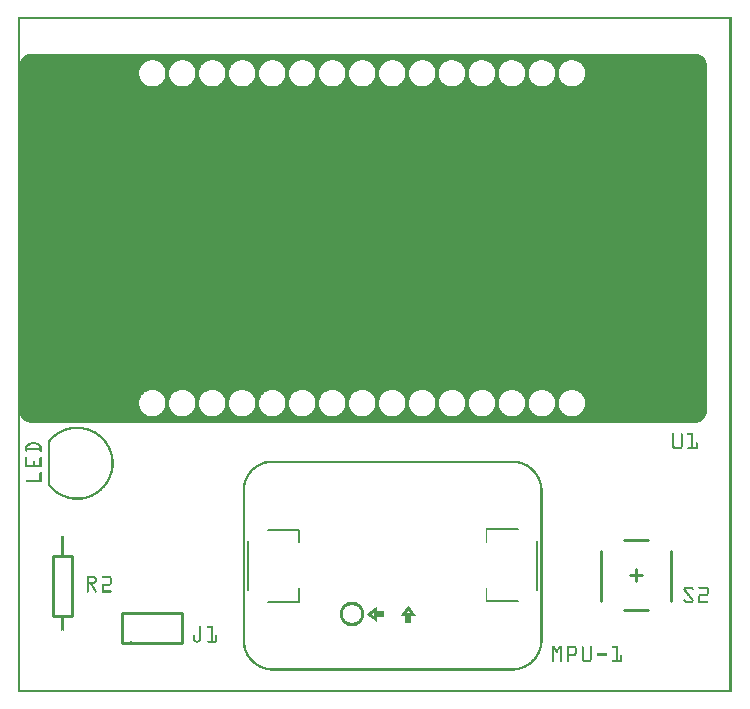
<source format=gto>
G04 MADE WITH FRITZING*
G04 WWW.FRITZING.ORG*
G04 DOUBLE SIDED*
G04 HOLES PLATED*
G04 CONTOUR ON CENTER OF CONTOUR VECTOR*
%ASAXBY*%
%FSLAX23Y23*%
%MOIN*%
%OFA0B0*%
%SFA1.0B1.0*%
%ADD10C,0.125984*%
%ADD11C,0.082111X0.0621112*%
%ADD12C,0.010000*%
%ADD13C,0.006000*%
%ADD14R,0.001000X0.001000*%
%LNSILK1*%
G90*
G70*
G54D10*
X2175Y2005D03*
X2175Y1021D03*
X128Y2005D03*
X128Y1021D03*
G54D11*
X1114Y262D03*
G54D12*
X348Y163D02*
X548Y163D01*
D02*
X548Y163D02*
X548Y263D01*
D02*
X548Y263D02*
X348Y263D01*
D02*
X348Y263D02*
X348Y163D01*
G54D13*
D02*
X834Y540D02*
X937Y540D01*
D02*
X937Y300D02*
X834Y300D01*
D02*
X767Y505D02*
X767Y340D01*
D02*
X1665Y304D02*
X1562Y304D01*
D02*
X1562Y544D02*
X1665Y544D01*
D02*
X1731Y340D02*
X1731Y505D01*
G54D12*
D02*
X181Y454D02*
X181Y254D01*
D02*
X181Y254D02*
X115Y254D01*
D02*
X115Y254D02*
X115Y454D01*
D02*
X115Y454D02*
X181Y454D01*
D02*
X2099Y273D02*
X2020Y273D01*
D02*
X2178Y470D02*
X2178Y303D01*
D02*
X1942Y470D02*
X1942Y303D01*
D02*
X2099Y509D02*
X2020Y509D01*
D02*
X2079Y391D02*
X2040Y391D01*
D02*
X2060Y371D02*
X2060Y411D01*
G54D14*
X0Y2252D02*
X2379Y2252D01*
X0Y2251D02*
X2379Y2251D01*
X0Y2250D02*
X2379Y2250D01*
X0Y2249D02*
X2379Y2249D01*
X0Y2248D02*
X2379Y2248D01*
X0Y2247D02*
X2379Y2247D01*
X0Y2246D02*
X2379Y2246D01*
X0Y2245D02*
X2379Y2245D01*
X0Y2244D02*
X7Y2244D01*
X2372Y2244D02*
X2379Y2244D01*
X0Y2243D02*
X7Y2243D01*
X2372Y2243D02*
X2379Y2243D01*
X0Y2242D02*
X7Y2242D01*
X2372Y2242D02*
X2379Y2242D01*
X0Y2241D02*
X7Y2241D01*
X2372Y2241D02*
X2379Y2241D01*
X0Y2240D02*
X7Y2240D01*
X2372Y2240D02*
X2379Y2240D01*
X0Y2239D02*
X7Y2239D01*
X2372Y2239D02*
X2379Y2239D01*
X0Y2238D02*
X7Y2238D01*
X2372Y2238D02*
X2379Y2238D01*
X0Y2237D02*
X7Y2237D01*
X2372Y2237D02*
X2379Y2237D01*
X0Y2236D02*
X7Y2236D01*
X2372Y2236D02*
X2379Y2236D01*
X0Y2235D02*
X7Y2235D01*
X2372Y2235D02*
X2379Y2235D01*
X0Y2234D02*
X7Y2234D01*
X2372Y2234D02*
X2379Y2234D01*
X0Y2233D02*
X7Y2233D01*
X2372Y2233D02*
X2379Y2233D01*
X0Y2232D02*
X7Y2232D01*
X2372Y2232D02*
X2379Y2232D01*
X0Y2231D02*
X7Y2231D01*
X2372Y2231D02*
X2379Y2231D01*
X0Y2230D02*
X7Y2230D01*
X2372Y2230D02*
X2379Y2230D01*
X0Y2229D02*
X7Y2229D01*
X2372Y2229D02*
X2379Y2229D01*
X0Y2228D02*
X7Y2228D01*
X2372Y2228D02*
X2379Y2228D01*
X0Y2227D02*
X7Y2227D01*
X2372Y2227D02*
X2379Y2227D01*
X0Y2226D02*
X7Y2226D01*
X2372Y2226D02*
X2379Y2226D01*
X0Y2225D02*
X7Y2225D01*
X2372Y2225D02*
X2379Y2225D01*
X0Y2224D02*
X7Y2224D01*
X2372Y2224D02*
X2379Y2224D01*
X0Y2223D02*
X7Y2223D01*
X2372Y2223D02*
X2379Y2223D01*
X0Y2222D02*
X7Y2222D01*
X2372Y2222D02*
X2379Y2222D01*
X0Y2221D02*
X7Y2221D01*
X2372Y2221D02*
X2379Y2221D01*
X0Y2220D02*
X7Y2220D01*
X2372Y2220D02*
X2379Y2220D01*
X0Y2219D02*
X7Y2219D01*
X2372Y2219D02*
X2379Y2219D01*
X0Y2218D02*
X7Y2218D01*
X2372Y2218D02*
X2379Y2218D01*
X0Y2217D02*
X7Y2217D01*
X2372Y2217D02*
X2379Y2217D01*
X0Y2216D02*
X7Y2216D01*
X2372Y2216D02*
X2379Y2216D01*
X0Y2215D02*
X7Y2215D01*
X2372Y2215D02*
X2379Y2215D01*
X0Y2214D02*
X7Y2214D01*
X2372Y2214D02*
X2379Y2214D01*
X0Y2213D02*
X7Y2213D01*
X2372Y2213D02*
X2379Y2213D01*
X0Y2212D02*
X7Y2212D01*
X2372Y2212D02*
X2379Y2212D01*
X0Y2211D02*
X7Y2211D01*
X2372Y2211D02*
X2379Y2211D01*
X0Y2210D02*
X7Y2210D01*
X2372Y2210D02*
X2379Y2210D01*
X0Y2209D02*
X7Y2209D01*
X2372Y2209D02*
X2379Y2209D01*
X0Y2208D02*
X7Y2208D01*
X2372Y2208D02*
X2379Y2208D01*
X0Y2207D02*
X7Y2207D01*
X2372Y2207D02*
X2379Y2207D01*
X0Y2206D02*
X7Y2206D01*
X2372Y2206D02*
X2379Y2206D01*
X0Y2205D02*
X7Y2205D01*
X2372Y2205D02*
X2379Y2205D01*
X0Y2204D02*
X7Y2204D01*
X2372Y2204D02*
X2379Y2204D01*
X0Y2203D02*
X7Y2203D01*
X2372Y2203D02*
X2379Y2203D01*
X0Y2202D02*
X7Y2202D01*
X2372Y2202D02*
X2379Y2202D01*
X0Y2201D02*
X7Y2201D01*
X2372Y2201D02*
X2379Y2201D01*
X0Y2200D02*
X7Y2200D01*
X2372Y2200D02*
X2379Y2200D01*
X0Y2199D02*
X7Y2199D01*
X2372Y2199D02*
X2379Y2199D01*
X0Y2198D02*
X7Y2198D01*
X2372Y2198D02*
X2379Y2198D01*
X0Y2197D02*
X7Y2197D01*
X2372Y2197D02*
X2379Y2197D01*
X0Y2196D02*
X7Y2196D01*
X2372Y2196D02*
X2379Y2196D01*
X0Y2195D02*
X7Y2195D01*
X2372Y2195D02*
X2379Y2195D01*
X0Y2194D02*
X7Y2194D01*
X2372Y2194D02*
X2379Y2194D01*
X0Y2193D02*
X7Y2193D01*
X2372Y2193D02*
X2379Y2193D01*
X0Y2192D02*
X7Y2192D01*
X2372Y2192D02*
X2379Y2192D01*
X0Y2191D02*
X7Y2191D01*
X2372Y2191D02*
X2379Y2191D01*
X0Y2190D02*
X7Y2190D01*
X2372Y2190D02*
X2379Y2190D01*
X0Y2189D02*
X7Y2189D01*
X2372Y2189D02*
X2379Y2189D01*
X0Y2188D02*
X7Y2188D01*
X2372Y2188D02*
X2379Y2188D01*
X0Y2187D02*
X7Y2187D01*
X2372Y2187D02*
X2379Y2187D01*
X0Y2186D02*
X7Y2186D01*
X2372Y2186D02*
X2379Y2186D01*
X0Y2185D02*
X7Y2185D01*
X2372Y2185D02*
X2379Y2185D01*
X0Y2184D02*
X7Y2184D01*
X2372Y2184D02*
X2379Y2184D01*
X0Y2183D02*
X7Y2183D01*
X2372Y2183D02*
X2379Y2183D01*
X0Y2182D02*
X7Y2182D01*
X2372Y2182D02*
X2379Y2182D01*
X0Y2181D02*
X7Y2181D01*
X2372Y2181D02*
X2379Y2181D01*
X0Y2180D02*
X7Y2180D01*
X2372Y2180D02*
X2379Y2180D01*
X0Y2179D02*
X7Y2179D01*
X2372Y2179D02*
X2379Y2179D01*
X0Y2178D02*
X7Y2178D01*
X2372Y2178D02*
X2379Y2178D01*
X0Y2177D02*
X7Y2177D01*
X2372Y2177D02*
X2379Y2177D01*
X0Y2176D02*
X7Y2176D01*
X2372Y2176D02*
X2379Y2176D01*
X0Y2175D02*
X7Y2175D01*
X2372Y2175D02*
X2379Y2175D01*
X0Y2174D02*
X7Y2174D01*
X2372Y2174D02*
X2379Y2174D01*
X0Y2173D02*
X7Y2173D01*
X2372Y2173D02*
X2379Y2173D01*
X0Y2172D02*
X7Y2172D01*
X2372Y2172D02*
X2379Y2172D01*
X0Y2171D02*
X7Y2171D01*
X2372Y2171D02*
X2379Y2171D01*
X0Y2170D02*
X7Y2170D01*
X2372Y2170D02*
X2379Y2170D01*
X0Y2169D02*
X7Y2169D01*
X2372Y2169D02*
X2379Y2169D01*
X0Y2168D02*
X7Y2168D01*
X2372Y2168D02*
X2379Y2168D01*
X0Y2167D02*
X7Y2167D01*
X2372Y2167D02*
X2379Y2167D01*
X0Y2166D02*
X7Y2166D01*
X2372Y2166D02*
X2379Y2166D01*
X0Y2165D02*
X7Y2165D01*
X2372Y2165D02*
X2379Y2165D01*
X0Y2164D02*
X7Y2164D01*
X2372Y2164D02*
X2379Y2164D01*
X0Y2163D02*
X7Y2163D01*
X2372Y2163D02*
X2379Y2163D01*
X0Y2162D02*
X7Y2162D01*
X2372Y2162D02*
X2379Y2162D01*
X0Y2161D02*
X7Y2161D01*
X2372Y2161D02*
X2379Y2161D01*
X0Y2160D02*
X7Y2160D01*
X2372Y2160D02*
X2379Y2160D01*
X0Y2159D02*
X7Y2159D01*
X2372Y2159D02*
X2379Y2159D01*
X0Y2158D02*
X7Y2158D01*
X2372Y2158D02*
X2379Y2158D01*
X0Y2157D02*
X7Y2157D01*
X2372Y2157D02*
X2379Y2157D01*
X0Y2156D02*
X7Y2156D01*
X2372Y2156D02*
X2379Y2156D01*
X0Y2155D02*
X7Y2155D01*
X2372Y2155D02*
X2379Y2155D01*
X0Y2154D02*
X7Y2154D01*
X2372Y2154D02*
X2379Y2154D01*
X0Y2153D02*
X7Y2153D01*
X2372Y2153D02*
X2379Y2153D01*
X0Y2152D02*
X7Y2152D01*
X2372Y2152D02*
X2379Y2152D01*
X0Y2151D02*
X7Y2151D01*
X2372Y2151D02*
X2379Y2151D01*
X0Y2150D02*
X7Y2150D01*
X2372Y2150D02*
X2379Y2150D01*
X0Y2149D02*
X7Y2149D01*
X2372Y2149D02*
X2379Y2149D01*
X0Y2148D02*
X7Y2148D01*
X2372Y2148D02*
X2379Y2148D01*
X0Y2147D02*
X7Y2147D01*
X2372Y2147D02*
X2379Y2147D01*
X0Y2146D02*
X7Y2146D01*
X2372Y2146D02*
X2379Y2146D01*
X0Y2145D02*
X7Y2145D01*
X2372Y2145D02*
X2379Y2145D01*
X0Y2144D02*
X7Y2144D01*
X2372Y2144D02*
X2379Y2144D01*
X0Y2143D02*
X7Y2143D01*
X2372Y2143D02*
X2379Y2143D01*
X0Y2142D02*
X7Y2142D01*
X2372Y2142D02*
X2379Y2142D01*
X0Y2141D02*
X7Y2141D01*
X2372Y2141D02*
X2379Y2141D01*
X0Y2140D02*
X7Y2140D01*
X2372Y2140D02*
X2379Y2140D01*
X0Y2139D02*
X7Y2139D01*
X2372Y2139D02*
X2379Y2139D01*
X0Y2138D02*
X7Y2138D01*
X2372Y2138D02*
X2379Y2138D01*
X0Y2137D02*
X7Y2137D01*
X2372Y2137D02*
X2379Y2137D01*
X0Y2136D02*
X7Y2136D01*
X2372Y2136D02*
X2379Y2136D01*
X0Y2135D02*
X7Y2135D01*
X2372Y2135D02*
X2379Y2135D01*
X0Y2134D02*
X7Y2134D01*
X2372Y2134D02*
X2379Y2134D01*
X0Y2133D02*
X7Y2133D01*
X2372Y2133D02*
X2379Y2133D01*
X0Y2132D02*
X7Y2132D01*
X2372Y2132D02*
X2379Y2132D01*
X0Y2131D02*
X7Y2131D01*
X2372Y2131D02*
X2379Y2131D01*
X0Y2130D02*
X7Y2130D01*
X2372Y2130D02*
X2379Y2130D01*
X0Y2129D02*
X7Y2129D01*
X2372Y2129D02*
X2379Y2129D01*
X0Y2128D02*
X7Y2128D01*
X38Y2128D02*
X2262Y2128D01*
X2372Y2128D02*
X2379Y2128D01*
X0Y2127D02*
X7Y2127D01*
X34Y2127D02*
X2267Y2127D01*
X2372Y2127D02*
X2379Y2127D01*
X0Y2126D02*
X7Y2126D01*
X31Y2126D02*
X2270Y2126D01*
X2372Y2126D02*
X2379Y2126D01*
X0Y2125D02*
X7Y2125D01*
X28Y2125D02*
X2272Y2125D01*
X2372Y2125D02*
X2379Y2125D01*
X0Y2124D02*
X7Y2124D01*
X26Y2124D02*
X2274Y2124D01*
X2372Y2124D02*
X2379Y2124D01*
X0Y2123D02*
X7Y2123D01*
X25Y2123D02*
X2276Y2123D01*
X2372Y2123D02*
X2379Y2123D01*
X0Y2122D02*
X7Y2122D01*
X23Y2122D02*
X2278Y2122D01*
X2372Y2122D02*
X2379Y2122D01*
X0Y2121D02*
X7Y2121D01*
X22Y2121D02*
X2279Y2121D01*
X2372Y2121D02*
X2379Y2121D01*
X0Y2120D02*
X7Y2120D01*
X20Y2120D02*
X2281Y2120D01*
X2372Y2120D02*
X2379Y2120D01*
X0Y2119D02*
X7Y2119D01*
X19Y2119D02*
X2282Y2119D01*
X2372Y2119D02*
X2379Y2119D01*
X0Y2118D02*
X7Y2118D01*
X18Y2118D02*
X2283Y2118D01*
X2372Y2118D02*
X2379Y2118D01*
X0Y2117D02*
X7Y2117D01*
X17Y2117D02*
X2284Y2117D01*
X2372Y2117D02*
X2379Y2117D01*
X0Y2116D02*
X7Y2116D01*
X16Y2116D02*
X2285Y2116D01*
X2372Y2116D02*
X2379Y2116D01*
X0Y2115D02*
X7Y2115D01*
X15Y2115D02*
X2286Y2115D01*
X2372Y2115D02*
X2379Y2115D01*
X0Y2114D02*
X7Y2114D01*
X14Y2114D02*
X2287Y2114D01*
X2372Y2114D02*
X2379Y2114D01*
X0Y2113D02*
X7Y2113D01*
X13Y2113D02*
X2288Y2113D01*
X2372Y2113D02*
X2379Y2113D01*
X0Y2112D02*
X7Y2112D01*
X13Y2112D02*
X2288Y2112D01*
X2372Y2112D02*
X2379Y2112D01*
X0Y2111D02*
X7Y2111D01*
X12Y2111D02*
X2289Y2111D01*
X2372Y2111D02*
X2379Y2111D01*
X0Y2110D02*
X7Y2110D01*
X11Y2110D02*
X2290Y2110D01*
X2372Y2110D02*
X2379Y2110D01*
X0Y2109D02*
X7Y2109D01*
X11Y2109D02*
X2290Y2109D01*
X2372Y2109D02*
X2379Y2109D01*
X0Y2108D02*
X7Y2108D01*
X10Y2108D02*
X2291Y2108D01*
X2372Y2108D02*
X2379Y2108D01*
X0Y2107D02*
X7Y2107D01*
X10Y2107D02*
X2291Y2107D01*
X2372Y2107D02*
X2379Y2107D01*
X0Y2106D02*
X7Y2106D01*
X9Y2106D02*
X439Y2106D01*
X457Y2106D02*
X538Y2106D01*
X557Y2106D02*
X638Y2106D01*
X656Y2106D02*
X738Y2106D01*
X756Y2106D02*
X838Y2106D01*
X857Y2106D02*
X938Y2106D01*
X957Y2106D02*
X1038Y2106D01*
X1056Y2106D02*
X1138Y2106D01*
X1156Y2106D02*
X1238Y2106D01*
X1256Y2106D02*
X1338Y2106D01*
X1356Y2106D02*
X1437Y2106D01*
X1455Y2106D02*
X1537Y2106D01*
X1555Y2106D02*
X1637Y2106D01*
X1655Y2106D02*
X1737Y2106D01*
X1755Y2106D02*
X1837Y2106D01*
X1855Y2106D02*
X2292Y2106D01*
X2372Y2106D02*
X2379Y2106D01*
X0Y2105D02*
X7Y2105D01*
X9Y2105D02*
X435Y2105D01*
X461Y2105D02*
X534Y2105D01*
X561Y2105D02*
X634Y2105D01*
X660Y2105D02*
X734Y2105D01*
X760Y2105D02*
X834Y2105D01*
X861Y2105D02*
X934Y2105D01*
X961Y2105D02*
X1034Y2105D01*
X1061Y2105D02*
X1134Y2105D01*
X1161Y2105D02*
X1234Y2105D01*
X1261Y2105D02*
X1334Y2105D01*
X1360Y2105D02*
X1433Y2105D01*
X1459Y2105D02*
X1533Y2105D01*
X1559Y2105D02*
X1633Y2105D01*
X1659Y2105D02*
X1733Y2105D01*
X1759Y2105D02*
X1833Y2105D01*
X1859Y2105D02*
X2292Y2105D01*
X2372Y2105D02*
X2379Y2105D01*
X0Y2104D02*
X432Y2104D01*
X464Y2104D02*
X531Y2104D01*
X564Y2104D02*
X631Y2104D01*
X663Y2104D02*
X731Y2104D01*
X763Y2104D02*
X831Y2104D01*
X864Y2104D02*
X931Y2104D01*
X964Y2104D02*
X1031Y2104D01*
X1064Y2104D02*
X1131Y2104D01*
X1164Y2104D02*
X1231Y2104D01*
X1263Y2104D02*
X1331Y2104D01*
X1363Y2104D02*
X1430Y2104D01*
X1462Y2104D02*
X1530Y2104D01*
X1562Y2104D02*
X1630Y2104D01*
X1662Y2104D02*
X1730Y2104D01*
X1762Y2104D02*
X1830Y2104D01*
X1862Y2104D02*
X2293Y2104D01*
X2372Y2104D02*
X2379Y2104D01*
X0Y2103D02*
X429Y2103D01*
X466Y2103D02*
X529Y2103D01*
X566Y2103D02*
X629Y2103D01*
X666Y2103D02*
X729Y2103D01*
X766Y2103D02*
X829Y2103D01*
X866Y2103D02*
X929Y2103D01*
X966Y2103D02*
X1029Y2103D01*
X1066Y2103D02*
X1129Y2103D01*
X1166Y2103D02*
X1229Y2103D01*
X1266Y2103D02*
X1329Y2103D01*
X1366Y2103D02*
X1428Y2103D01*
X1465Y2103D02*
X1528Y2103D01*
X1565Y2103D02*
X1628Y2103D01*
X1665Y2103D02*
X1728Y2103D01*
X1765Y2103D02*
X1828Y2103D01*
X1865Y2103D02*
X2293Y2103D01*
X2372Y2103D02*
X2379Y2103D01*
X0Y2102D02*
X427Y2102D01*
X468Y2102D02*
X527Y2102D01*
X568Y2102D02*
X627Y2102D01*
X668Y2102D02*
X727Y2102D01*
X768Y2102D02*
X827Y2102D01*
X868Y2102D02*
X927Y2102D01*
X968Y2102D02*
X1027Y2102D01*
X1068Y2102D02*
X1127Y2102D01*
X1168Y2102D02*
X1227Y2102D01*
X1268Y2102D02*
X1327Y2102D01*
X1368Y2102D02*
X1426Y2102D01*
X1467Y2102D02*
X1526Y2102D01*
X1567Y2102D02*
X1626Y2102D01*
X1667Y2102D02*
X1726Y2102D01*
X1767Y2102D02*
X1826Y2102D01*
X1867Y2102D02*
X2293Y2102D01*
X2372Y2102D02*
X2379Y2102D01*
X0Y2101D02*
X425Y2101D01*
X470Y2101D02*
X525Y2101D01*
X570Y2101D02*
X625Y2101D01*
X670Y2101D02*
X725Y2101D01*
X769Y2101D02*
X825Y2101D01*
X870Y2101D02*
X925Y2101D01*
X970Y2101D02*
X1025Y2101D01*
X1070Y2101D02*
X1125Y2101D01*
X1170Y2101D02*
X1225Y2101D01*
X1270Y2101D02*
X1325Y2101D01*
X1370Y2101D02*
X1424Y2101D01*
X1469Y2101D02*
X1524Y2101D01*
X1569Y2101D02*
X1624Y2101D01*
X1669Y2101D02*
X1724Y2101D01*
X1769Y2101D02*
X1824Y2101D01*
X1868Y2101D02*
X2294Y2101D01*
X2372Y2101D02*
X2379Y2101D01*
X0Y2100D02*
X424Y2100D01*
X472Y2100D02*
X523Y2100D01*
X571Y2100D02*
X623Y2100D01*
X671Y2100D02*
X723Y2100D01*
X771Y2100D02*
X824Y2100D01*
X871Y2100D02*
X923Y2100D01*
X971Y2100D02*
X1023Y2100D01*
X1071Y2100D02*
X1123Y2100D01*
X1171Y2100D02*
X1223Y2100D01*
X1271Y2100D02*
X1323Y2100D01*
X1371Y2100D02*
X1422Y2100D01*
X1470Y2100D02*
X1522Y2100D01*
X1570Y2100D02*
X1622Y2100D01*
X1670Y2100D02*
X1722Y2100D01*
X1770Y2100D02*
X1822Y2100D01*
X1870Y2100D02*
X2294Y2100D01*
X2372Y2100D02*
X2379Y2100D01*
X0Y2099D02*
X422Y2099D01*
X473Y2099D02*
X522Y2099D01*
X573Y2099D02*
X622Y2099D01*
X673Y2099D02*
X722Y2099D01*
X773Y2099D02*
X822Y2099D01*
X873Y2099D02*
X922Y2099D01*
X973Y2099D02*
X1022Y2099D01*
X1073Y2099D02*
X1122Y2099D01*
X1173Y2099D02*
X1222Y2099D01*
X1273Y2099D02*
X1322Y2099D01*
X1373Y2099D02*
X1421Y2099D01*
X1472Y2099D02*
X1521Y2099D01*
X1572Y2099D02*
X1621Y2099D01*
X1672Y2099D02*
X1721Y2099D01*
X1772Y2099D02*
X1821Y2099D01*
X1872Y2099D02*
X2294Y2099D01*
X2372Y2099D02*
X2379Y2099D01*
X0Y2098D02*
X421Y2098D01*
X475Y2098D02*
X521Y2098D01*
X574Y2098D02*
X620Y2098D01*
X674Y2098D02*
X720Y2098D01*
X774Y2098D02*
X821Y2098D01*
X874Y2098D02*
X921Y2098D01*
X974Y2098D02*
X1021Y2098D01*
X1074Y2098D02*
X1121Y2098D01*
X1174Y2098D02*
X1220Y2098D01*
X1274Y2098D02*
X1320Y2098D01*
X1374Y2098D02*
X1419Y2098D01*
X1473Y2098D02*
X1519Y2098D01*
X1573Y2098D02*
X1619Y2098D01*
X1673Y2098D02*
X1719Y2098D01*
X1773Y2098D02*
X1819Y2098D01*
X1873Y2098D02*
X2295Y2098D01*
X2372Y2098D02*
X2379Y2098D01*
X0Y2097D02*
X419Y2097D01*
X476Y2097D02*
X519Y2097D01*
X576Y2097D02*
X619Y2097D01*
X676Y2097D02*
X719Y2097D01*
X775Y2097D02*
X819Y2097D01*
X876Y2097D02*
X919Y2097D01*
X976Y2097D02*
X1019Y2097D01*
X1076Y2097D02*
X1119Y2097D01*
X1176Y2097D02*
X1219Y2097D01*
X1276Y2097D02*
X1319Y2097D01*
X1376Y2097D02*
X1418Y2097D01*
X1475Y2097D02*
X1518Y2097D01*
X1574Y2097D02*
X1618Y2097D01*
X1674Y2097D02*
X1718Y2097D01*
X1774Y2097D02*
X1818Y2097D01*
X1874Y2097D02*
X2295Y2097D01*
X2372Y2097D02*
X2379Y2097D01*
X0Y2096D02*
X418Y2096D01*
X477Y2096D02*
X518Y2096D01*
X577Y2096D02*
X618Y2096D01*
X677Y2096D02*
X718Y2096D01*
X776Y2096D02*
X818Y2096D01*
X877Y2096D02*
X918Y2096D01*
X977Y2096D02*
X1018Y2096D01*
X1077Y2096D02*
X1118Y2096D01*
X1177Y2096D02*
X1218Y2096D01*
X1277Y2096D02*
X1318Y2096D01*
X1377Y2096D02*
X1417Y2096D01*
X1476Y2096D02*
X1517Y2096D01*
X1576Y2096D02*
X1617Y2096D01*
X1676Y2096D02*
X1717Y2096D01*
X1776Y2096D02*
X1817Y2096D01*
X1876Y2096D02*
X2295Y2096D01*
X2372Y2096D02*
X2379Y2096D01*
X0Y2095D02*
X417Y2095D01*
X478Y2095D02*
X517Y2095D01*
X578Y2095D02*
X617Y2095D01*
X678Y2095D02*
X717Y2095D01*
X778Y2095D02*
X817Y2095D01*
X878Y2095D02*
X917Y2095D01*
X978Y2095D02*
X1017Y2095D01*
X1078Y2095D02*
X1117Y2095D01*
X1178Y2095D02*
X1217Y2095D01*
X1278Y2095D02*
X1317Y2095D01*
X1378Y2095D02*
X1416Y2095D01*
X1477Y2095D02*
X1516Y2095D01*
X1577Y2095D02*
X1616Y2095D01*
X1677Y2095D02*
X1716Y2095D01*
X1777Y2095D02*
X1816Y2095D01*
X1877Y2095D02*
X2295Y2095D01*
X2372Y2095D02*
X2379Y2095D01*
X0Y2094D02*
X416Y2094D01*
X479Y2094D02*
X516Y2094D01*
X579Y2094D02*
X616Y2094D01*
X679Y2094D02*
X716Y2094D01*
X779Y2094D02*
X816Y2094D01*
X879Y2094D02*
X916Y2094D01*
X979Y2094D02*
X1016Y2094D01*
X1079Y2094D02*
X1116Y2094D01*
X1179Y2094D02*
X1216Y2094D01*
X1279Y2094D02*
X1316Y2094D01*
X1379Y2094D02*
X1415Y2094D01*
X1478Y2094D02*
X1515Y2094D01*
X1578Y2094D02*
X1615Y2094D01*
X1678Y2094D02*
X1715Y2094D01*
X1778Y2094D02*
X1815Y2094D01*
X1878Y2094D02*
X2296Y2094D01*
X2372Y2094D02*
X2379Y2094D01*
X0Y2093D02*
X415Y2093D01*
X480Y2093D02*
X515Y2093D01*
X580Y2093D02*
X615Y2093D01*
X680Y2093D02*
X715Y2093D01*
X780Y2093D02*
X815Y2093D01*
X880Y2093D02*
X915Y2093D01*
X980Y2093D02*
X1015Y2093D01*
X1080Y2093D02*
X1115Y2093D01*
X1180Y2093D02*
X1215Y2093D01*
X1280Y2093D02*
X1315Y2093D01*
X1380Y2093D02*
X1414Y2093D01*
X1479Y2093D02*
X1514Y2093D01*
X1579Y2093D02*
X1614Y2093D01*
X1679Y2093D02*
X1714Y2093D01*
X1779Y2093D02*
X1814Y2093D01*
X1879Y2093D02*
X2296Y2093D01*
X2372Y2093D02*
X2379Y2093D01*
X0Y2092D02*
X414Y2092D01*
X481Y2092D02*
X514Y2092D01*
X581Y2092D02*
X614Y2092D01*
X681Y2092D02*
X714Y2092D01*
X780Y2092D02*
X814Y2092D01*
X881Y2092D02*
X914Y2092D01*
X981Y2092D02*
X1014Y2092D01*
X1081Y2092D02*
X1114Y2092D01*
X1181Y2092D02*
X1214Y2092D01*
X1281Y2092D02*
X1314Y2092D01*
X1381Y2092D02*
X1413Y2092D01*
X1480Y2092D02*
X1513Y2092D01*
X1580Y2092D02*
X1613Y2092D01*
X1680Y2092D02*
X1713Y2092D01*
X1780Y2092D02*
X1813Y2092D01*
X1880Y2092D02*
X2296Y2092D01*
X2372Y2092D02*
X2379Y2092D01*
X0Y2091D02*
X413Y2091D01*
X482Y2091D02*
X513Y2091D01*
X582Y2091D02*
X613Y2091D01*
X682Y2091D02*
X713Y2091D01*
X781Y2091D02*
X813Y2091D01*
X882Y2091D02*
X913Y2091D01*
X982Y2091D02*
X1013Y2091D01*
X1082Y2091D02*
X1113Y2091D01*
X1182Y2091D02*
X1213Y2091D01*
X1282Y2091D02*
X1313Y2091D01*
X1382Y2091D02*
X1412Y2091D01*
X1481Y2091D02*
X1512Y2091D01*
X1581Y2091D02*
X1612Y2091D01*
X1680Y2091D02*
X1712Y2091D01*
X1780Y2091D02*
X1812Y2091D01*
X1880Y2091D02*
X2296Y2091D01*
X2372Y2091D02*
X2379Y2091D01*
X0Y2090D02*
X413Y2090D01*
X483Y2090D02*
X512Y2090D01*
X582Y2090D02*
X612Y2090D01*
X682Y2090D02*
X712Y2090D01*
X782Y2090D02*
X812Y2090D01*
X883Y2090D02*
X912Y2090D01*
X983Y2090D02*
X1012Y2090D01*
X1082Y2090D02*
X1112Y2090D01*
X1182Y2090D02*
X1212Y2090D01*
X1282Y2090D02*
X1312Y2090D01*
X1382Y2090D02*
X1411Y2090D01*
X1481Y2090D02*
X1511Y2090D01*
X1581Y2090D02*
X1611Y2090D01*
X1681Y2090D02*
X1711Y2090D01*
X1781Y2090D02*
X1811Y2090D01*
X1881Y2090D02*
X2296Y2090D01*
X2372Y2090D02*
X2379Y2090D01*
X0Y2089D02*
X412Y2089D01*
X483Y2089D02*
X512Y2089D01*
X583Y2089D02*
X611Y2089D01*
X683Y2089D02*
X711Y2089D01*
X783Y2089D02*
X812Y2089D01*
X883Y2089D02*
X912Y2089D01*
X983Y2089D02*
X1012Y2089D01*
X1083Y2089D02*
X1112Y2089D01*
X1183Y2089D02*
X1212Y2089D01*
X1283Y2089D02*
X1312Y2089D01*
X1383Y2089D02*
X1411Y2089D01*
X1482Y2089D02*
X1510Y2089D01*
X1582Y2089D02*
X1610Y2089D01*
X1682Y2089D02*
X1710Y2089D01*
X1782Y2089D02*
X1810Y2089D01*
X1882Y2089D02*
X2296Y2089D01*
X2372Y2089D02*
X2379Y2089D01*
X0Y2088D02*
X411Y2088D01*
X484Y2088D02*
X511Y2088D01*
X584Y2088D02*
X611Y2088D01*
X684Y2088D02*
X711Y2088D01*
X784Y2088D02*
X811Y2088D01*
X884Y2088D02*
X911Y2088D01*
X984Y2088D02*
X1011Y2088D01*
X1084Y2088D02*
X1111Y2088D01*
X1184Y2088D02*
X1211Y2088D01*
X1284Y2088D02*
X1311Y2088D01*
X1384Y2088D02*
X1410Y2088D01*
X1483Y2088D02*
X1510Y2088D01*
X1583Y2088D02*
X1610Y2088D01*
X1683Y2088D02*
X1710Y2088D01*
X1783Y2088D02*
X1810Y2088D01*
X1883Y2088D02*
X2296Y2088D01*
X2372Y2088D02*
X2379Y2088D01*
X0Y2087D02*
X410Y2087D01*
X485Y2087D02*
X510Y2087D01*
X585Y2087D02*
X610Y2087D01*
X684Y2087D02*
X710Y2087D01*
X784Y2087D02*
X810Y2087D01*
X885Y2087D02*
X910Y2087D01*
X985Y2087D02*
X1010Y2087D01*
X1085Y2087D02*
X1110Y2087D01*
X1185Y2087D02*
X1210Y2087D01*
X1285Y2087D02*
X1310Y2087D01*
X1385Y2087D02*
X1409Y2087D01*
X1483Y2087D02*
X1509Y2087D01*
X1583Y2087D02*
X1609Y2087D01*
X1683Y2087D02*
X1709Y2087D01*
X1783Y2087D02*
X1809Y2087D01*
X1883Y2087D02*
X2296Y2087D01*
X2372Y2087D02*
X2379Y2087D01*
X0Y2086D02*
X410Y2086D01*
X485Y2086D02*
X510Y2086D01*
X585Y2086D02*
X609Y2086D01*
X685Y2086D02*
X709Y2086D01*
X785Y2086D02*
X810Y2086D01*
X885Y2086D02*
X910Y2086D01*
X985Y2086D02*
X1010Y2086D01*
X1085Y2086D02*
X1110Y2086D01*
X1185Y2086D02*
X1210Y2086D01*
X1285Y2086D02*
X1310Y2086D01*
X1385Y2086D02*
X1408Y2086D01*
X1484Y2086D02*
X1508Y2086D01*
X1584Y2086D02*
X1608Y2086D01*
X1684Y2086D02*
X1708Y2086D01*
X1784Y2086D02*
X1808Y2086D01*
X1884Y2086D02*
X2296Y2086D01*
X2372Y2086D02*
X2379Y2086D01*
X0Y2085D02*
X409Y2085D01*
X486Y2085D02*
X509Y2085D01*
X586Y2085D02*
X609Y2085D01*
X686Y2085D02*
X709Y2085D01*
X786Y2085D02*
X809Y2085D01*
X886Y2085D02*
X909Y2085D01*
X986Y2085D02*
X1009Y2085D01*
X1086Y2085D02*
X1109Y2085D01*
X1186Y2085D02*
X1209Y2085D01*
X1286Y2085D02*
X1309Y2085D01*
X1386Y2085D02*
X1408Y2085D01*
X1485Y2085D02*
X1508Y2085D01*
X1585Y2085D02*
X1608Y2085D01*
X1685Y2085D02*
X1708Y2085D01*
X1785Y2085D02*
X1808Y2085D01*
X1885Y2085D02*
X2296Y2085D01*
X2372Y2085D02*
X2379Y2085D01*
X0Y2084D02*
X409Y2084D01*
X487Y2084D02*
X508Y2084D01*
X586Y2084D02*
X608Y2084D01*
X686Y2084D02*
X708Y2084D01*
X786Y2084D02*
X808Y2084D01*
X887Y2084D02*
X908Y2084D01*
X986Y2084D02*
X1008Y2084D01*
X1086Y2084D02*
X1108Y2084D01*
X1186Y2084D02*
X1208Y2084D01*
X1286Y2084D02*
X1308Y2084D01*
X1386Y2084D02*
X1407Y2084D01*
X1485Y2084D02*
X1507Y2084D01*
X1585Y2084D02*
X1607Y2084D01*
X1685Y2084D02*
X1707Y2084D01*
X1785Y2084D02*
X1807Y2084D01*
X1885Y2084D02*
X2296Y2084D01*
X2372Y2084D02*
X2379Y2084D01*
X0Y2083D02*
X408Y2083D01*
X487Y2083D02*
X508Y2083D01*
X587Y2083D02*
X608Y2083D01*
X687Y2083D02*
X708Y2083D01*
X787Y2083D02*
X808Y2083D01*
X887Y2083D02*
X908Y2083D01*
X987Y2083D02*
X1008Y2083D01*
X1087Y2083D02*
X1108Y2083D01*
X1187Y2083D02*
X1208Y2083D01*
X1287Y2083D02*
X1308Y2083D01*
X1387Y2083D02*
X1407Y2083D01*
X1486Y2083D02*
X1507Y2083D01*
X1586Y2083D02*
X1607Y2083D01*
X1686Y2083D02*
X1707Y2083D01*
X1786Y2083D02*
X1807Y2083D01*
X1886Y2083D02*
X2296Y2083D01*
X2372Y2083D02*
X2379Y2083D01*
X0Y2082D02*
X408Y2082D01*
X488Y2082D02*
X507Y2082D01*
X587Y2082D02*
X607Y2082D01*
X687Y2082D02*
X707Y2082D01*
X787Y2082D02*
X807Y2082D01*
X888Y2082D02*
X907Y2082D01*
X988Y2082D02*
X1007Y2082D01*
X1087Y2082D02*
X1107Y2082D01*
X1187Y2082D02*
X1207Y2082D01*
X1287Y2082D02*
X1307Y2082D01*
X1387Y2082D02*
X1406Y2082D01*
X1486Y2082D02*
X1506Y2082D01*
X1586Y2082D02*
X1606Y2082D01*
X1686Y2082D02*
X1706Y2082D01*
X1786Y2082D02*
X1806Y2082D01*
X1886Y2082D02*
X2296Y2082D01*
X2372Y2082D02*
X2379Y2082D01*
X0Y2081D02*
X407Y2081D01*
X488Y2081D02*
X507Y2081D01*
X588Y2081D02*
X607Y2081D01*
X688Y2081D02*
X707Y2081D01*
X788Y2081D02*
X807Y2081D01*
X888Y2081D02*
X907Y2081D01*
X988Y2081D02*
X1007Y2081D01*
X1088Y2081D02*
X1107Y2081D01*
X1188Y2081D02*
X1207Y2081D01*
X1288Y2081D02*
X1307Y2081D01*
X1388Y2081D02*
X1406Y2081D01*
X1487Y2081D02*
X1506Y2081D01*
X1587Y2081D02*
X1606Y2081D01*
X1687Y2081D02*
X1706Y2081D01*
X1787Y2081D02*
X1806Y2081D01*
X1887Y2081D02*
X2296Y2081D01*
X2372Y2081D02*
X2379Y2081D01*
X0Y2080D02*
X407Y2080D01*
X489Y2080D02*
X506Y2080D01*
X588Y2080D02*
X606Y2080D01*
X688Y2080D02*
X706Y2080D01*
X788Y2080D02*
X807Y2080D01*
X889Y2080D02*
X906Y2080D01*
X988Y2080D02*
X1006Y2080D01*
X1088Y2080D02*
X1106Y2080D01*
X1188Y2080D02*
X1206Y2080D01*
X1288Y2080D02*
X1306Y2080D01*
X1388Y2080D02*
X1405Y2080D01*
X1487Y2080D02*
X1505Y2080D01*
X1587Y2080D02*
X1605Y2080D01*
X1687Y2080D02*
X1705Y2080D01*
X1787Y2080D02*
X1805Y2080D01*
X1887Y2080D02*
X2296Y2080D01*
X2372Y2080D02*
X2379Y2080D01*
X0Y2079D02*
X406Y2079D01*
X489Y2079D02*
X506Y2079D01*
X589Y2079D02*
X606Y2079D01*
X689Y2079D02*
X706Y2079D01*
X788Y2079D02*
X806Y2079D01*
X889Y2079D02*
X906Y2079D01*
X989Y2079D02*
X1006Y2079D01*
X1089Y2079D02*
X1106Y2079D01*
X1189Y2079D02*
X1206Y2079D01*
X1289Y2079D02*
X1306Y2079D01*
X1389Y2079D02*
X1405Y2079D01*
X1488Y2079D02*
X1505Y2079D01*
X1588Y2079D02*
X1605Y2079D01*
X1688Y2079D02*
X1705Y2079D01*
X1788Y2079D02*
X1805Y2079D01*
X1887Y2079D02*
X2296Y2079D01*
X2372Y2079D02*
X2379Y2079D01*
X0Y2078D02*
X406Y2078D01*
X489Y2078D02*
X506Y2078D01*
X589Y2078D02*
X606Y2078D01*
X689Y2078D02*
X705Y2078D01*
X789Y2078D02*
X806Y2078D01*
X889Y2078D02*
X906Y2078D01*
X989Y2078D02*
X1006Y2078D01*
X1089Y2078D02*
X1106Y2078D01*
X1189Y2078D02*
X1206Y2078D01*
X1289Y2078D02*
X1306Y2078D01*
X1389Y2078D02*
X1405Y2078D01*
X1488Y2078D02*
X1505Y2078D01*
X1588Y2078D02*
X1604Y2078D01*
X1688Y2078D02*
X1704Y2078D01*
X1788Y2078D02*
X1804Y2078D01*
X1888Y2078D02*
X2296Y2078D01*
X2372Y2078D02*
X2379Y2078D01*
X0Y2077D02*
X406Y2077D01*
X490Y2077D02*
X505Y2077D01*
X590Y2077D02*
X605Y2077D01*
X689Y2077D02*
X705Y2077D01*
X789Y2077D02*
X805Y2077D01*
X890Y2077D02*
X905Y2077D01*
X990Y2077D02*
X1005Y2077D01*
X1090Y2077D02*
X1105Y2077D01*
X1189Y2077D02*
X1205Y2077D01*
X1289Y2077D02*
X1305Y2077D01*
X1389Y2077D02*
X1404Y2077D01*
X1488Y2077D02*
X1504Y2077D01*
X1588Y2077D02*
X1604Y2077D01*
X1688Y2077D02*
X1704Y2077D01*
X1788Y2077D02*
X1804Y2077D01*
X1888Y2077D02*
X2296Y2077D01*
X2372Y2077D02*
X2379Y2077D01*
X0Y2076D02*
X405Y2076D01*
X490Y2076D02*
X505Y2076D01*
X590Y2076D02*
X605Y2076D01*
X690Y2076D02*
X705Y2076D01*
X789Y2076D02*
X805Y2076D01*
X890Y2076D02*
X905Y2076D01*
X990Y2076D02*
X1005Y2076D01*
X1090Y2076D02*
X1105Y2076D01*
X1190Y2076D02*
X1205Y2076D01*
X1290Y2076D02*
X1305Y2076D01*
X1389Y2076D02*
X1404Y2076D01*
X1489Y2076D02*
X1504Y2076D01*
X1589Y2076D02*
X1604Y2076D01*
X1689Y2076D02*
X1704Y2076D01*
X1789Y2076D02*
X1804Y2076D01*
X1889Y2076D02*
X2296Y2076D01*
X2372Y2076D02*
X2379Y2076D01*
X0Y2075D02*
X405Y2075D01*
X490Y2075D02*
X505Y2075D01*
X590Y2075D02*
X605Y2075D01*
X690Y2075D02*
X704Y2075D01*
X790Y2075D02*
X805Y2075D01*
X890Y2075D02*
X905Y2075D01*
X990Y2075D02*
X1005Y2075D01*
X1090Y2075D02*
X1105Y2075D01*
X1190Y2075D02*
X1205Y2075D01*
X1290Y2075D02*
X1305Y2075D01*
X1389Y2075D02*
X1404Y2075D01*
X1489Y2075D02*
X1504Y2075D01*
X1589Y2075D02*
X1604Y2075D01*
X1689Y2075D02*
X1704Y2075D01*
X1789Y2075D02*
X1803Y2075D01*
X1889Y2075D02*
X2296Y2075D01*
X2372Y2075D02*
X2379Y2075D01*
X0Y2074D02*
X405Y2074D01*
X491Y2074D02*
X505Y2074D01*
X590Y2074D02*
X604Y2074D01*
X690Y2074D02*
X704Y2074D01*
X790Y2074D02*
X805Y2074D01*
X890Y2074D02*
X905Y2074D01*
X990Y2074D02*
X1005Y2074D01*
X1090Y2074D02*
X1104Y2074D01*
X1190Y2074D02*
X1204Y2074D01*
X1290Y2074D02*
X1304Y2074D01*
X1389Y2074D02*
X1403Y2074D01*
X1489Y2074D02*
X1503Y2074D01*
X1589Y2074D02*
X1603Y2074D01*
X1689Y2074D02*
X1703Y2074D01*
X1789Y2074D02*
X1803Y2074D01*
X1889Y2074D02*
X2296Y2074D01*
X2372Y2074D02*
X2379Y2074D01*
X0Y2073D02*
X404Y2073D01*
X491Y2073D02*
X504Y2073D01*
X591Y2073D02*
X604Y2073D01*
X690Y2073D02*
X704Y2073D01*
X790Y2073D02*
X804Y2073D01*
X891Y2073D02*
X904Y2073D01*
X991Y2073D02*
X1004Y2073D01*
X1091Y2073D02*
X1104Y2073D01*
X1191Y2073D02*
X1204Y2073D01*
X1291Y2073D02*
X1304Y2073D01*
X1389Y2073D02*
X1403Y2073D01*
X1489Y2073D02*
X1503Y2073D01*
X1589Y2073D02*
X1603Y2073D01*
X1689Y2073D02*
X1703Y2073D01*
X1789Y2073D02*
X1803Y2073D01*
X1889Y2073D02*
X2296Y2073D01*
X2372Y2073D02*
X2379Y2073D01*
X0Y2072D02*
X404Y2072D01*
X491Y2072D02*
X504Y2072D01*
X591Y2072D02*
X604Y2072D01*
X691Y2072D02*
X704Y2072D01*
X790Y2072D02*
X804Y2072D01*
X891Y2072D02*
X904Y2072D01*
X991Y2072D02*
X1004Y2072D01*
X1091Y2072D02*
X1104Y2072D01*
X1191Y2072D02*
X1204Y2072D01*
X1291Y2072D02*
X1304Y2072D01*
X1390Y2072D02*
X1403Y2072D01*
X1490Y2072D02*
X1503Y2072D01*
X1590Y2072D02*
X1603Y2072D01*
X1690Y2072D02*
X1703Y2072D01*
X1790Y2072D02*
X1803Y2072D01*
X1890Y2072D02*
X2296Y2072D01*
X2372Y2072D02*
X2379Y2072D01*
X0Y2071D02*
X404Y2071D01*
X491Y2071D02*
X504Y2071D01*
X591Y2071D02*
X604Y2071D01*
X691Y2071D02*
X703Y2071D01*
X791Y2071D02*
X804Y2071D01*
X891Y2071D02*
X904Y2071D01*
X991Y2071D02*
X1004Y2071D01*
X1091Y2071D02*
X1104Y2071D01*
X1191Y2071D02*
X1204Y2071D01*
X1291Y2071D02*
X1304Y2071D01*
X1390Y2071D02*
X1403Y2071D01*
X1490Y2071D02*
X1503Y2071D01*
X1590Y2071D02*
X1603Y2071D01*
X1690Y2071D02*
X1703Y2071D01*
X1790Y2071D02*
X1803Y2071D01*
X1890Y2071D02*
X2296Y2071D01*
X2372Y2071D02*
X2379Y2071D01*
X0Y2070D02*
X404Y2070D01*
X491Y2070D02*
X504Y2070D01*
X591Y2070D02*
X604Y2070D01*
X691Y2070D02*
X703Y2070D01*
X791Y2070D02*
X804Y2070D01*
X891Y2070D02*
X904Y2070D01*
X991Y2070D02*
X1004Y2070D01*
X1091Y2070D02*
X1104Y2070D01*
X1191Y2070D02*
X1204Y2070D01*
X1291Y2070D02*
X1304Y2070D01*
X1390Y2070D02*
X1403Y2070D01*
X1490Y2070D02*
X1503Y2070D01*
X1590Y2070D02*
X1602Y2070D01*
X1690Y2070D02*
X1702Y2070D01*
X1790Y2070D02*
X1802Y2070D01*
X1890Y2070D02*
X2296Y2070D01*
X2372Y2070D02*
X2379Y2070D01*
X0Y2069D02*
X404Y2069D01*
X492Y2069D02*
X504Y2069D01*
X591Y2069D02*
X603Y2069D01*
X691Y2069D02*
X703Y2069D01*
X791Y2069D02*
X804Y2069D01*
X891Y2069D02*
X904Y2069D01*
X991Y2069D02*
X1004Y2069D01*
X1091Y2069D02*
X1103Y2069D01*
X1191Y2069D02*
X1203Y2069D01*
X1291Y2069D02*
X1303Y2069D01*
X1390Y2069D02*
X1402Y2069D01*
X1490Y2069D02*
X1502Y2069D01*
X1590Y2069D02*
X1602Y2069D01*
X1690Y2069D02*
X1702Y2069D01*
X1790Y2069D02*
X1802Y2069D01*
X1890Y2069D02*
X2296Y2069D01*
X2372Y2069D02*
X2379Y2069D01*
X0Y2068D02*
X404Y2068D01*
X492Y2068D02*
X503Y2068D01*
X592Y2068D02*
X603Y2068D01*
X691Y2068D02*
X703Y2068D01*
X791Y2068D02*
X803Y2068D01*
X892Y2068D02*
X903Y2068D01*
X992Y2068D02*
X1003Y2068D01*
X1091Y2068D02*
X1103Y2068D01*
X1191Y2068D02*
X1203Y2068D01*
X1291Y2068D02*
X1303Y2068D01*
X1390Y2068D02*
X1402Y2068D01*
X1490Y2068D02*
X1502Y2068D01*
X1590Y2068D02*
X1602Y2068D01*
X1690Y2068D02*
X1702Y2068D01*
X1790Y2068D02*
X1802Y2068D01*
X1890Y2068D02*
X2296Y2068D01*
X2372Y2068D02*
X2379Y2068D01*
X0Y2067D02*
X403Y2067D01*
X492Y2067D02*
X503Y2067D01*
X592Y2067D02*
X603Y2067D01*
X691Y2067D02*
X703Y2067D01*
X791Y2067D02*
X803Y2067D01*
X892Y2067D02*
X903Y2067D01*
X992Y2067D02*
X1003Y2067D01*
X1092Y2067D02*
X1103Y2067D01*
X1192Y2067D02*
X1203Y2067D01*
X1292Y2067D02*
X1303Y2067D01*
X1391Y2067D02*
X1402Y2067D01*
X1490Y2067D02*
X1502Y2067D01*
X1590Y2067D02*
X1602Y2067D01*
X1690Y2067D02*
X1702Y2067D01*
X1790Y2067D02*
X1802Y2067D01*
X1890Y2067D02*
X2296Y2067D01*
X2372Y2067D02*
X2379Y2067D01*
X0Y2066D02*
X403Y2066D01*
X492Y2066D02*
X503Y2066D01*
X592Y2066D02*
X603Y2066D01*
X692Y2066D02*
X703Y2066D01*
X791Y2066D02*
X803Y2066D01*
X892Y2066D02*
X903Y2066D01*
X992Y2066D02*
X1003Y2066D01*
X1092Y2066D02*
X1103Y2066D01*
X1192Y2066D02*
X1203Y2066D01*
X1292Y2066D02*
X1303Y2066D01*
X1391Y2066D02*
X1402Y2066D01*
X1491Y2066D02*
X1502Y2066D01*
X1590Y2066D02*
X1602Y2066D01*
X1690Y2066D02*
X1702Y2066D01*
X1790Y2066D02*
X1802Y2066D01*
X1890Y2066D02*
X2296Y2066D01*
X2372Y2066D02*
X2379Y2066D01*
X0Y2065D02*
X403Y2065D01*
X492Y2065D02*
X503Y2065D01*
X592Y2065D02*
X603Y2065D01*
X692Y2065D02*
X703Y2065D01*
X791Y2065D02*
X803Y2065D01*
X892Y2065D02*
X903Y2065D01*
X992Y2065D02*
X1003Y2065D01*
X1092Y2065D02*
X1103Y2065D01*
X1192Y2065D02*
X1203Y2065D01*
X1292Y2065D02*
X1303Y2065D01*
X1391Y2065D02*
X1402Y2065D01*
X1491Y2065D02*
X1502Y2065D01*
X1591Y2065D02*
X1602Y2065D01*
X1691Y2065D02*
X1702Y2065D01*
X1790Y2065D02*
X1802Y2065D01*
X1890Y2065D02*
X2296Y2065D01*
X2372Y2065D02*
X2379Y2065D01*
X0Y2064D02*
X403Y2064D01*
X492Y2064D02*
X503Y2064D01*
X592Y2064D02*
X603Y2064D01*
X692Y2064D02*
X703Y2064D01*
X791Y2064D02*
X803Y2064D01*
X892Y2064D02*
X903Y2064D01*
X992Y2064D02*
X1003Y2064D01*
X1092Y2064D02*
X1103Y2064D01*
X1192Y2064D02*
X1203Y2064D01*
X1292Y2064D02*
X1303Y2064D01*
X1391Y2064D02*
X1402Y2064D01*
X1491Y2064D02*
X1502Y2064D01*
X1591Y2064D02*
X1602Y2064D01*
X1691Y2064D02*
X1702Y2064D01*
X1791Y2064D02*
X1802Y2064D01*
X1891Y2064D02*
X2296Y2064D01*
X2372Y2064D02*
X2379Y2064D01*
X0Y2063D02*
X403Y2063D01*
X492Y2063D02*
X503Y2063D01*
X592Y2063D02*
X603Y2063D01*
X692Y2063D02*
X703Y2063D01*
X791Y2063D02*
X803Y2063D01*
X892Y2063D02*
X903Y2063D01*
X992Y2063D02*
X1003Y2063D01*
X1092Y2063D02*
X1103Y2063D01*
X1192Y2063D02*
X1203Y2063D01*
X1292Y2063D02*
X1303Y2063D01*
X1391Y2063D02*
X1402Y2063D01*
X1491Y2063D02*
X1502Y2063D01*
X1591Y2063D02*
X1602Y2063D01*
X1691Y2063D02*
X1702Y2063D01*
X1791Y2063D02*
X1802Y2063D01*
X1891Y2063D02*
X2296Y2063D01*
X2372Y2063D02*
X2379Y2063D01*
X0Y2062D02*
X403Y2062D01*
X492Y2062D02*
X503Y2062D01*
X592Y2062D02*
X603Y2062D01*
X692Y2062D02*
X703Y2062D01*
X791Y2062D02*
X803Y2062D01*
X892Y2062D02*
X903Y2062D01*
X992Y2062D02*
X1003Y2062D01*
X1092Y2062D02*
X1103Y2062D01*
X1192Y2062D02*
X1203Y2062D01*
X1292Y2062D02*
X1303Y2062D01*
X1391Y2062D02*
X1402Y2062D01*
X1491Y2062D02*
X1502Y2062D01*
X1591Y2062D02*
X1602Y2062D01*
X1691Y2062D02*
X1702Y2062D01*
X1791Y2062D02*
X1802Y2062D01*
X1891Y2062D02*
X2296Y2062D01*
X2372Y2062D02*
X2379Y2062D01*
X0Y2061D02*
X403Y2061D01*
X492Y2061D02*
X503Y2061D01*
X592Y2061D02*
X603Y2061D01*
X692Y2061D02*
X703Y2061D01*
X791Y2061D02*
X803Y2061D01*
X892Y2061D02*
X903Y2061D01*
X992Y2061D02*
X1003Y2061D01*
X1092Y2061D02*
X1103Y2061D01*
X1192Y2061D02*
X1203Y2061D01*
X1292Y2061D02*
X1303Y2061D01*
X1391Y2061D02*
X1402Y2061D01*
X1491Y2061D02*
X1502Y2061D01*
X1591Y2061D02*
X1602Y2061D01*
X1691Y2061D02*
X1702Y2061D01*
X1790Y2061D02*
X1802Y2061D01*
X1890Y2061D02*
X2296Y2061D01*
X2372Y2061D02*
X2379Y2061D01*
X0Y2060D02*
X403Y2060D01*
X492Y2060D02*
X503Y2060D01*
X592Y2060D02*
X603Y2060D01*
X692Y2060D02*
X703Y2060D01*
X791Y2060D02*
X803Y2060D01*
X892Y2060D02*
X903Y2060D01*
X992Y2060D02*
X1003Y2060D01*
X1092Y2060D02*
X1103Y2060D01*
X1192Y2060D02*
X1203Y2060D01*
X1292Y2060D02*
X1303Y2060D01*
X1391Y2060D02*
X1402Y2060D01*
X1491Y2060D02*
X1502Y2060D01*
X1590Y2060D02*
X1602Y2060D01*
X1690Y2060D02*
X1702Y2060D01*
X1790Y2060D02*
X1802Y2060D01*
X1890Y2060D02*
X2296Y2060D01*
X2372Y2060D02*
X2379Y2060D01*
X0Y2059D02*
X403Y2059D01*
X492Y2059D02*
X503Y2059D01*
X592Y2059D02*
X603Y2059D01*
X691Y2059D02*
X703Y2059D01*
X791Y2059D02*
X803Y2059D01*
X892Y2059D02*
X903Y2059D01*
X992Y2059D02*
X1003Y2059D01*
X1092Y2059D02*
X1103Y2059D01*
X1192Y2059D02*
X1203Y2059D01*
X1292Y2059D02*
X1303Y2059D01*
X1391Y2059D02*
X1402Y2059D01*
X1490Y2059D02*
X1502Y2059D01*
X1590Y2059D02*
X1602Y2059D01*
X1690Y2059D02*
X1702Y2059D01*
X1790Y2059D02*
X1802Y2059D01*
X1890Y2059D02*
X2296Y2059D01*
X2372Y2059D02*
X2379Y2059D01*
X0Y2058D02*
X404Y2058D01*
X492Y2058D02*
X503Y2058D01*
X592Y2058D02*
X603Y2058D01*
X691Y2058D02*
X703Y2058D01*
X791Y2058D02*
X803Y2058D01*
X892Y2058D02*
X903Y2058D01*
X992Y2058D02*
X1003Y2058D01*
X1091Y2058D02*
X1103Y2058D01*
X1191Y2058D02*
X1203Y2058D01*
X1291Y2058D02*
X1303Y2058D01*
X1390Y2058D02*
X1402Y2058D01*
X1490Y2058D02*
X1502Y2058D01*
X1590Y2058D02*
X1602Y2058D01*
X1690Y2058D02*
X1702Y2058D01*
X1790Y2058D02*
X1802Y2058D01*
X1890Y2058D02*
X2296Y2058D01*
X2372Y2058D02*
X2379Y2058D01*
X0Y2057D02*
X404Y2057D01*
X492Y2057D02*
X504Y2057D01*
X591Y2057D02*
X603Y2057D01*
X691Y2057D02*
X703Y2057D01*
X791Y2057D02*
X804Y2057D01*
X891Y2057D02*
X904Y2057D01*
X991Y2057D02*
X1004Y2057D01*
X1091Y2057D02*
X1103Y2057D01*
X1191Y2057D02*
X1203Y2057D01*
X1291Y2057D02*
X1303Y2057D01*
X1390Y2057D02*
X1402Y2057D01*
X1490Y2057D02*
X1502Y2057D01*
X1590Y2057D02*
X1602Y2057D01*
X1690Y2057D02*
X1702Y2057D01*
X1790Y2057D02*
X1802Y2057D01*
X1890Y2057D02*
X2296Y2057D01*
X2372Y2057D02*
X2379Y2057D01*
X0Y2056D02*
X404Y2056D01*
X491Y2056D02*
X504Y2056D01*
X591Y2056D02*
X604Y2056D01*
X691Y2056D02*
X703Y2056D01*
X791Y2056D02*
X804Y2056D01*
X891Y2056D02*
X904Y2056D01*
X991Y2056D02*
X1004Y2056D01*
X1091Y2056D02*
X1104Y2056D01*
X1191Y2056D02*
X1204Y2056D01*
X1291Y2056D02*
X1304Y2056D01*
X1390Y2056D02*
X1403Y2056D01*
X1490Y2056D02*
X1503Y2056D01*
X1590Y2056D02*
X1602Y2056D01*
X1690Y2056D02*
X1702Y2056D01*
X1790Y2056D02*
X1802Y2056D01*
X1890Y2056D02*
X2296Y2056D01*
X2372Y2056D02*
X2379Y2056D01*
X0Y2055D02*
X404Y2055D01*
X491Y2055D02*
X504Y2055D01*
X591Y2055D02*
X604Y2055D01*
X691Y2055D02*
X704Y2055D01*
X791Y2055D02*
X804Y2055D01*
X891Y2055D02*
X904Y2055D01*
X991Y2055D02*
X1004Y2055D01*
X1091Y2055D02*
X1104Y2055D01*
X1191Y2055D02*
X1204Y2055D01*
X1291Y2055D02*
X1304Y2055D01*
X1390Y2055D02*
X1403Y2055D01*
X1490Y2055D02*
X1503Y2055D01*
X1590Y2055D02*
X1603Y2055D01*
X1690Y2055D02*
X1703Y2055D01*
X1790Y2055D02*
X1803Y2055D01*
X1890Y2055D02*
X2296Y2055D01*
X2372Y2055D02*
X2379Y2055D01*
X0Y2054D02*
X404Y2054D01*
X491Y2054D02*
X504Y2054D01*
X591Y2054D02*
X604Y2054D01*
X691Y2054D02*
X704Y2054D01*
X790Y2054D02*
X804Y2054D01*
X891Y2054D02*
X904Y2054D01*
X991Y2054D02*
X1004Y2054D01*
X1091Y2054D02*
X1104Y2054D01*
X1191Y2054D02*
X1204Y2054D01*
X1291Y2054D02*
X1304Y2054D01*
X1390Y2054D02*
X1403Y2054D01*
X1490Y2054D02*
X1503Y2054D01*
X1590Y2054D02*
X1603Y2054D01*
X1690Y2054D02*
X1703Y2054D01*
X1790Y2054D02*
X1803Y2054D01*
X1890Y2054D02*
X2296Y2054D01*
X2372Y2054D02*
X2379Y2054D01*
X0Y2053D02*
X405Y2053D01*
X491Y2053D02*
X504Y2053D01*
X591Y2053D02*
X604Y2053D01*
X690Y2053D02*
X704Y2053D01*
X790Y2053D02*
X804Y2053D01*
X891Y2053D02*
X904Y2053D01*
X991Y2053D02*
X1004Y2053D01*
X1091Y2053D02*
X1104Y2053D01*
X1191Y2053D02*
X1204Y2053D01*
X1291Y2053D02*
X1304Y2053D01*
X1389Y2053D02*
X1403Y2053D01*
X1489Y2053D02*
X1503Y2053D01*
X1589Y2053D02*
X1603Y2053D01*
X1689Y2053D02*
X1703Y2053D01*
X1789Y2053D02*
X1803Y2053D01*
X1889Y2053D02*
X2296Y2053D01*
X2372Y2053D02*
X2379Y2053D01*
X0Y2052D02*
X405Y2052D01*
X491Y2052D02*
X505Y2052D01*
X590Y2052D02*
X604Y2052D01*
X690Y2052D02*
X704Y2052D01*
X790Y2052D02*
X805Y2052D01*
X890Y2052D02*
X905Y2052D01*
X990Y2052D02*
X1005Y2052D01*
X1090Y2052D02*
X1104Y2052D01*
X1190Y2052D02*
X1204Y2052D01*
X1290Y2052D02*
X1304Y2052D01*
X1389Y2052D02*
X1403Y2052D01*
X1489Y2052D02*
X1503Y2052D01*
X1589Y2052D02*
X1603Y2052D01*
X1689Y2052D02*
X1703Y2052D01*
X1789Y2052D02*
X1803Y2052D01*
X1889Y2052D02*
X2296Y2052D01*
X2372Y2052D02*
X2379Y2052D01*
X0Y2051D02*
X405Y2051D01*
X490Y2051D02*
X505Y2051D01*
X590Y2051D02*
X605Y2051D01*
X690Y2051D02*
X704Y2051D01*
X790Y2051D02*
X805Y2051D01*
X890Y2051D02*
X905Y2051D01*
X990Y2051D02*
X1005Y2051D01*
X1090Y2051D02*
X1105Y2051D01*
X1190Y2051D02*
X1205Y2051D01*
X1290Y2051D02*
X1305Y2051D01*
X1389Y2051D02*
X1404Y2051D01*
X1489Y2051D02*
X1504Y2051D01*
X1589Y2051D02*
X1604Y2051D01*
X1689Y2051D02*
X1704Y2051D01*
X1789Y2051D02*
X1803Y2051D01*
X1889Y2051D02*
X2296Y2051D01*
X2372Y2051D02*
X2379Y2051D01*
X0Y2050D02*
X405Y2050D01*
X490Y2050D02*
X505Y2050D01*
X590Y2050D02*
X605Y2050D01*
X690Y2050D02*
X705Y2050D01*
X789Y2050D02*
X805Y2050D01*
X890Y2050D02*
X905Y2050D01*
X990Y2050D02*
X1005Y2050D01*
X1090Y2050D02*
X1105Y2050D01*
X1190Y2050D02*
X1205Y2050D01*
X1290Y2050D02*
X1305Y2050D01*
X1389Y2050D02*
X1404Y2050D01*
X1489Y2050D02*
X1504Y2050D01*
X1589Y2050D02*
X1604Y2050D01*
X1689Y2050D02*
X1704Y2050D01*
X1789Y2050D02*
X1804Y2050D01*
X1889Y2050D02*
X2296Y2050D01*
X2372Y2050D02*
X2379Y2050D01*
X0Y2049D02*
X406Y2049D01*
X490Y2049D02*
X505Y2049D01*
X590Y2049D02*
X605Y2049D01*
X689Y2049D02*
X705Y2049D01*
X789Y2049D02*
X805Y2049D01*
X890Y2049D02*
X905Y2049D01*
X990Y2049D02*
X1005Y2049D01*
X1089Y2049D02*
X1105Y2049D01*
X1189Y2049D02*
X1205Y2049D01*
X1289Y2049D02*
X1305Y2049D01*
X1389Y2049D02*
X1404Y2049D01*
X1488Y2049D02*
X1504Y2049D01*
X1588Y2049D02*
X1604Y2049D01*
X1688Y2049D02*
X1704Y2049D01*
X1788Y2049D02*
X1804Y2049D01*
X1888Y2049D02*
X2296Y2049D01*
X2372Y2049D02*
X2379Y2049D01*
X0Y2048D02*
X406Y2048D01*
X489Y2048D02*
X506Y2048D01*
X589Y2048D02*
X606Y2048D01*
X689Y2048D02*
X705Y2048D01*
X789Y2048D02*
X806Y2048D01*
X889Y2048D02*
X906Y2048D01*
X989Y2048D02*
X1006Y2048D01*
X1089Y2048D02*
X1106Y2048D01*
X1189Y2048D02*
X1206Y2048D01*
X1289Y2048D02*
X1306Y2048D01*
X1389Y2048D02*
X1405Y2048D01*
X1488Y2048D02*
X1505Y2048D01*
X1588Y2048D02*
X1605Y2048D01*
X1688Y2048D02*
X1704Y2048D01*
X1788Y2048D02*
X1804Y2048D01*
X1888Y2048D02*
X2296Y2048D01*
X2372Y2048D02*
X2379Y2048D01*
X0Y2047D02*
X406Y2047D01*
X489Y2047D02*
X506Y2047D01*
X589Y2047D02*
X606Y2047D01*
X689Y2047D02*
X706Y2047D01*
X788Y2047D02*
X806Y2047D01*
X889Y2047D02*
X906Y2047D01*
X989Y2047D02*
X1006Y2047D01*
X1089Y2047D02*
X1106Y2047D01*
X1189Y2047D02*
X1206Y2047D01*
X1289Y2047D02*
X1306Y2047D01*
X1388Y2047D02*
X1405Y2047D01*
X1488Y2047D02*
X1505Y2047D01*
X1588Y2047D02*
X1605Y2047D01*
X1688Y2047D02*
X1705Y2047D01*
X1788Y2047D02*
X1805Y2047D01*
X1887Y2047D02*
X2296Y2047D01*
X2372Y2047D02*
X2379Y2047D01*
X0Y2046D02*
X407Y2046D01*
X489Y2046D02*
X506Y2046D01*
X588Y2046D02*
X606Y2046D01*
X688Y2046D02*
X706Y2046D01*
X788Y2046D02*
X807Y2046D01*
X888Y2046D02*
X907Y2046D01*
X988Y2046D02*
X1006Y2046D01*
X1088Y2046D02*
X1106Y2046D01*
X1188Y2046D02*
X1206Y2046D01*
X1288Y2046D02*
X1306Y2046D01*
X1388Y2046D02*
X1405Y2046D01*
X1487Y2046D02*
X1505Y2046D01*
X1587Y2046D02*
X1605Y2046D01*
X1687Y2046D02*
X1705Y2046D01*
X1787Y2046D02*
X1805Y2046D01*
X1887Y2046D02*
X2296Y2046D01*
X2372Y2046D02*
X2379Y2046D01*
X0Y2045D02*
X407Y2045D01*
X488Y2045D02*
X507Y2045D01*
X588Y2045D02*
X607Y2045D01*
X688Y2045D02*
X707Y2045D01*
X788Y2045D02*
X807Y2045D01*
X888Y2045D02*
X907Y2045D01*
X988Y2045D02*
X1007Y2045D01*
X1088Y2045D02*
X1107Y2045D01*
X1188Y2045D02*
X1207Y2045D01*
X1288Y2045D02*
X1307Y2045D01*
X1387Y2045D02*
X1406Y2045D01*
X1487Y2045D02*
X1506Y2045D01*
X1587Y2045D02*
X1606Y2045D01*
X1687Y2045D02*
X1706Y2045D01*
X1787Y2045D02*
X1806Y2045D01*
X1887Y2045D02*
X2296Y2045D01*
X2372Y2045D02*
X2379Y2045D01*
X0Y2044D02*
X408Y2044D01*
X488Y2044D02*
X507Y2044D01*
X587Y2044D02*
X607Y2044D01*
X687Y2044D02*
X707Y2044D01*
X787Y2044D02*
X807Y2044D01*
X888Y2044D02*
X907Y2044D01*
X987Y2044D02*
X1007Y2044D01*
X1087Y2044D02*
X1107Y2044D01*
X1187Y2044D02*
X1207Y2044D01*
X1287Y2044D02*
X1307Y2044D01*
X1387Y2044D02*
X1406Y2044D01*
X1486Y2044D02*
X1506Y2044D01*
X1586Y2044D02*
X1606Y2044D01*
X1686Y2044D02*
X1706Y2044D01*
X1786Y2044D02*
X1806Y2044D01*
X1886Y2044D02*
X2296Y2044D01*
X2372Y2044D02*
X2379Y2044D01*
X0Y2043D02*
X408Y2043D01*
X487Y2043D02*
X508Y2043D01*
X587Y2043D02*
X608Y2043D01*
X687Y2043D02*
X708Y2043D01*
X787Y2043D02*
X808Y2043D01*
X887Y2043D02*
X908Y2043D01*
X987Y2043D02*
X1008Y2043D01*
X1087Y2043D02*
X1108Y2043D01*
X1187Y2043D02*
X1208Y2043D01*
X1287Y2043D02*
X1308Y2043D01*
X1386Y2043D02*
X1407Y2043D01*
X1486Y2043D02*
X1507Y2043D01*
X1586Y2043D02*
X1607Y2043D01*
X1686Y2043D02*
X1707Y2043D01*
X1786Y2043D02*
X1807Y2043D01*
X1886Y2043D02*
X2296Y2043D01*
X2372Y2043D02*
X2379Y2043D01*
X0Y2042D02*
X409Y2042D01*
X487Y2042D02*
X508Y2042D01*
X586Y2042D02*
X608Y2042D01*
X686Y2042D02*
X708Y2042D01*
X786Y2042D02*
X809Y2042D01*
X886Y2042D02*
X908Y2042D01*
X986Y2042D02*
X1008Y2042D01*
X1086Y2042D02*
X1108Y2042D01*
X1186Y2042D02*
X1208Y2042D01*
X1286Y2042D02*
X1308Y2042D01*
X1386Y2042D02*
X1407Y2042D01*
X1485Y2042D02*
X1507Y2042D01*
X1585Y2042D02*
X1607Y2042D01*
X1685Y2042D02*
X1707Y2042D01*
X1785Y2042D02*
X1807Y2042D01*
X1885Y2042D02*
X2296Y2042D01*
X2372Y2042D02*
X2379Y2042D01*
X0Y2041D02*
X409Y2041D01*
X486Y2041D02*
X509Y2041D01*
X586Y2041D02*
X609Y2041D01*
X686Y2041D02*
X709Y2041D01*
X785Y2041D02*
X809Y2041D01*
X886Y2041D02*
X909Y2041D01*
X986Y2041D02*
X1009Y2041D01*
X1086Y2041D02*
X1109Y2041D01*
X1186Y2041D02*
X1209Y2041D01*
X1286Y2041D02*
X1309Y2041D01*
X1385Y2041D02*
X1408Y2041D01*
X1485Y2041D02*
X1508Y2041D01*
X1585Y2041D02*
X1608Y2041D01*
X1685Y2041D02*
X1708Y2041D01*
X1785Y2041D02*
X1808Y2041D01*
X1885Y2041D02*
X2296Y2041D01*
X2372Y2041D02*
X2379Y2041D01*
X0Y2040D02*
X410Y2040D01*
X485Y2040D02*
X510Y2040D01*
X585Y2040D02*
X610Y2040D01*
X685Y2040D02*
X709Y2040D01*
X785Y2040D02*
X810Y2040D01*
X885Y2040D02*
X910Y2040D01*
X985Y2040D02*
X1010Y2040D01*
X1085Y2040D02*
X1110Y2040D01*
X1185Y2040D02*
X1210Y2040D01*
X1285Y2040D02*
X1310Y2040D01*
X1384Y2040D02*
X1409Y2040D01*
X1484Y2040D02*
X1508Y2040D01*
X1584Y2040D02*
X1608Y2040D01*
X1684Y2040D02*
X1708Y2040D01*
X1784Y2040D02*
X1808Y2040D01*
X1884Y2040D02*
X2296Y2040D01*
X2372Y2040D02*
X2379Y2040D01*
X0Y2039D02*
X411Y2039D01*
X485Y2039D02*
X510Y2039D01*
X585Y2039D02*
X610Y2039D01*
X684Y2039D02*
X710Y2039D01*
X784Y2039D02*
X810Y2039D01*
X885Y2039D02*
X910Y2039D01*
X985Y2039D02*
X1010Y2039D01*
X1085Y2039D02*
X1110Y2039D01*
X1185Y2039D02*
X1210Y2039D01*
X1285Y2039D02*
X1310Y2039D01*
X1384Y2039D02*
X1409Y2039D01*
X1483Y2039D02*
X1509Y2039D01*
X1583Y2039D02*
X1609Y2039D01*
X1683Y2039D02*
X1709Y2039D01*
X1783Y2039D02*
X1809Y2039D01*
X1883Y2039D02*
X2296Y2039D01*
X2372Y2039D02*
X2379Y2039D01*
X0Y2038D02*
X411Y2038D01*
X484Y2038D02*
X511Y2038D01*
X584Y2038D02*
X611Y2038D01*
X684Y2038D02*
X711Y2038D01*
X784Y2038D02*
X811Y2038D01*
X884Y2038D02*
X911Y2038D01*
X984Y2038D02*
X1011Y2038D01*
X1084Y2038D02*
X1111Y2038D01*
X1184Y2038D02*
X1211Y2038D01*
X1284Y2038D02*
X1311Y2038D01*
X1383Y2038D02*
X1410Y2038D01*
X1483Y2038D02*
X1510Y2038D01*
X1583Y2038D02*
X1610Y2038D01*
X1683Y2038D02*
X1710Y2038D01*
X1783Y2038D02*
X1810Y2038D01*
X1883Y2038D02*
X2296Y2038D01*
X2372Y2038D02*
X2379Y2038D01*
X0Y2037D02*
X412Y2037D01*
X483Y2037D02*
X512Y2037D01*
X583Y2037D02*
X612Y2037D01*
X683Y2037D02*
X711Y2037D01*
X783Y2037D02*
X812Y2037D01*
X883Y2037D02*
X912Y2037D01*
X983Y2037D02*
X1012Y2037D01*
X1083Y2037D02*
X1112Y2037D01*
X1183Y2037D02*
X1212Y2037D01*
X1283Y2037D02*
X1312Y2037D01*
X1382Y2037D02*
X1411Y2037D01*
X1482Y2037D02*
X1511Y2037D01*
X1582Y2037D02*
X1610Y2037D01*
X1682Y2037D02*
X1710Y2037D01*
X1782Y2037D02*
X1810Y2037D01*
X1882Y2037D02*
X2296Y2037D01*
X2372Y2037D02*
X2379Y2037D01*
X0Y2036D02*
X413Y2036D01*
X483Y2036D02*
X512Y2036D01*
X582Y2036D02*
X612Y2036D01*
X682Y2036D02*
X712Y2036D01*
X782Y2036D02*
X813Y2036D01*
X882Y2036D02*
X912Y2036D01*
X982Y2036D02*
X1012Y2036D01*
X1082Y2036D02*
X1112Y2036D01*
X1182Y2036D02*
X1212Y2036D01*
X1282Y2036D02*
X1312Y2036D01*
X1382Y2036D02*
X1411Y2036D01*
X1481Y2036D02*
X1511Y2036D01*
X1581Y2036D02*
X1611Y2036D01*
X1681Y2036D02*
X1711Y2036D01*
X1781Y2036D02*
X1811Y2036D01*
X1881Y2036D02*
X2296Y2036D01*
X2372Y2036D02*
X2379Y2036D01*
X0Y2035D02*
X413Y2035D01*
X482Y2035D02*
X513Y2035D01*
X582Y2035D02*
X613Y2035D01*
X682Y2035D02*
X713Y2035D01*
X781Y2035D02*
X813Y2035D01*
X882Y2035D02*
X913Y2035D01*
X982Y2035D02*
X1013Y2035D01*
X1082Y2035D02*
X1113Y2035D01*
X1182Y2035D02*
X1213Y2035D01*
X1282Y2035D02*
X1313Y2035D01*
X1381Y2035D02*
X1412Y2035D01*
X1481Y2035D02*
X1512Y2035D01*
X1580Y2035D02*
X1612Y2035D01*
X1680Y2035D02*
X1712Y2035D01*
X1780Y2035D02*
X1812Y2035D01*
X1880Y2035D02*
X2296Y2035D01*
X2372Y2035D02*
X2379Y2035D01*
X0Y2034D02*
X414Y2034D01*
X481Y2034D02*
X514Y2034D01*
X581Y2034D02*
X614Y2034D01*
X681Y2034D02*
X714Y2034D01*
X780Y2034D02*
X814Y2034D01*
X881Y2034D02*
X914Y2034D01*
X981Y2034D02*
X1014Y2034D01*
X1081Y2034D02*
X1114Y2034D01*
X1181Y2034D02*
X1214Y2034D01*
X1281Y2034D02*
X1314Y2034D01*
X1380Y2034D02*
X1413Y2034D01*
X1480Y2034D02*
X1513Y2034D01*
X1580Y2034D02*
X1613Y2034D01*
X1680Y2034D02*
X1713Y2034D01*
X1780Y2034D02*
X1813Y2034D01*
X1879Y2034D02*
X2296Y2034D01*
X2372Y2034D02*
X2379Y2034D01*
X0Y2033D02*
X415Y2033D01*
X480Y2033D02*
X515Y2033D01*
X580Y2033D02*
X615Y2033D01*
X680Y2033D02*
X715Y2033D01*
X780Y2033D02*
X815Y2033D01*
X880Y2033D02*
X915Y2033D01*
X980Y2033D02*
X1015Y2033D01*
X1080Y2033D02*
X1115Y2033D01*
X1180Y2033D02*
X1215Y2033D01*
X1280Y2033D02*
X1315Y2033D01*
X1379Y2033D02*
X1414Y2033D01*
X1479Y2033D02*
X1514Y2033D01*
X1579Y2033D02*
X1614Y2033D01*
X1679Y2033D02*
X1714Y2033D01*
X1779Y2033D02*
X1814Y2033D01*
X1879Y2033D02*
X2296Y2033D01*
X2372Y2033D02*
X2379Y2033D01*
X0Y2032D02*
X416Y2032D01*
X479Y2032D02*
X516Y2032D01*
X579Y2032D02*
X616Y2032D01*
X679Y2032D02*
X716Y2032D01*
X779Y2032D02*
X816Y2032D01*
X879Y2032D02*
X916Y2032D01*
X979Y2032D02*
X1016Y2032D01*
X1079Y2032D02*
X1116Y2032D01*
X1179Y2032D02*
X1216Y2032D01*
X1279Y2032D02*
X1316Y2032D01*
X1378Y2032D02*
X1415Y2032D01*
X1478Y2032D02*
X1515Y2032D01*
X1578Y2032D02*
X1615Y2032D01*
X1678Y2032D02*
X1715Y2032D01*
X1778Y2032D02*
X1815Y2032D01*
X1878Y2032D02*
X2296Y2032D01*
X2372Y2032D02*
X2379Y2032D01*
X0Y2031D02*
X417Y2031D01*
X478Y2031D02*
X517Y2031D01*
X578Y2031D02*
X617Y2031D01*
X678Y2031D02*
X717Y2031D01*
X778Y2031D02*
X817Y2031D01*
X878Y2031D02*
X917Y2031D01*
X978Y2031D02*
X1017Y2031D01*
X1078Y2031D02*
X1117Y2031D01*
X1178Y2031D02*
X1217Y2031D01*
X1278Y2031D02*
X1317Y2031D01*
X1377Y2031D02*
X1416Y2031D01*
X1477Y2031D02*
X1516Y2031D01*
X1577Y2031D02*
X1616Y2031D01*
X1677Y2031D02*
X1716Y2031D01*
X1777Y2031D02*
X1816Y2031D01*
X1877Y2031D02*
X2296Y2031D01*
X2372Y2031D02*
X2379Y2031D01*
X0Y2030D02*
X418Y2030D01*
X477Y2030D02*
X518Y2030D01*
X577Y2030D02*
X618Y2030D01*
X677Y2030D02*
X718Y2030D01*
X776Y2030D02*
X818Y2030D01*
X877Y2030D02*
X918Y2030D01*
X977Y2030D02*
X1018Y2030D01*
X1077Y2030D02*
X1118Y2030D01*
X1177Y2030D02*
X1218Y2030D01*
X1277Y2030D02*
X1318Y2030D01*
X1376Y2030D02*
X1417Y2030D01*
X1476Y2030D02*
X1517Y2030D01*
X1576Y2030D02*
X1617Y2030D01*
X1676Y2030D02*
X1717Y2030D01*
X1775Y2030D02*
X1817Y2030D01*
X1875Y2030D02*
X2296Y2030D01*
X2372Y2030D02*
X2379Y2030D01*
X0Y2029D02*
X420Y2029D01*
X476Y2029D02*
X519Y2029D01*
X576Y2029D02*
X619Y2029D01*
X675Y2029D02*
X719Y2029D01*
X775Y2029D02*
X819Y2029D01*
X876Y2029D02*
X919Y2029D01*
X976Y2029D02*
X1019Y2029D01*
X1076Y2029D02*
X1119Y2029D01*
X1176Y2029D02*
X1219Y2029D01*
X1275Y2029D02*
X1319Y2029D01*
X1374Y2029D02*
X1418Y2029D01*
X1474Y2029D02*
X1518Y2029D01*
X1574Y2029D02*
X1618Y2029D01*
X1674Y2029D02*
X1718Y2029D01*
X1774Y2029D02*
X1818Y2029D01*
X1874Y2029D02*
X2296Y2029D01*
X2372Y2029D02*
X2379Y2029D01*
X0Y2028D02*
X421Y2028D01*
X474Y2028D02*
X521Y2028D01*
X574Y2028D02*
X620Y2028D01*
X674Y2028D02*
X720Y2028D01*
X774Y2028D02*
X821Y2028D01*
X874Y2028D02*
X921Y2028D01*
X974Y2028D02*
X1021Y2028D01*
X1074Y2028D02*
X1121Y2028D01*
X1174Y2028D02*
X1221Y2028D01*
X1274Y2028D02*
X1321Y2028D01*
X1373Y2028D02*
X1420Y2028D01*
X1473Y2028D02*
X1519Y2028D01*
X1573Y2028D02*
X1619Y2028D01*
X1673Y2028D02*
X1719Y2028D01*
X1773Y2028D02*
X1819Y2028D01*
X1873Y2028D02*
X2296Y2028D01*
X2372Y2028D02*
X2379Y2028D01*
X0Y2027D02*
X422Y2027D01*
X473Y2027D02*
X522Y2027D01*
X573Y2027D02*
X622Y2027D01*
X673Y2027D02*
X722Y2027D01*
X773Y2027D02*
X822Y2027D01*
X873Y2027D02*
X922Y2027D01*
X973Y2027D02*
X1022Y2027D01*
X1073Y2027D02*
X1122Y2027D01*
X1173Y2027D02*
X1222Y2027D01*
X1273Y2027D02*
X1322Y2027D01*
X1372Y2027D02*
X1421Y2027D01*
X1472Y2027D02*
X1521Y2027D01*
X1572Y2027D02*
X1621Y2027D01*
X1672Y2027D02*
X1721Y2027D01*
X1772Y2027D02*
X1821Y2027D01*
X1872Y2027D02*
X2296Y2027D01*
X2372Y2027D02*
X2379Y2027D01*
X0Y2026D02*
X424Y2026D01*
X472Y2026D02*
X524Y2026D01*
X571Y2026D02*
X623Y2026D01*
X671Y2026D02*
X723Y2026D01*
X771Y2026D02*
X824Y2026D01*
X871Y2026D02*
X924Y2026D01*
X971Y2026D02*
X1024Y2026D01*
X1071Y2026D02*
X1124Y2026D01*
X1171Y2026D02*
X1223Y2026D01*
X1271Y2026D02*
X1323Y2026D01*
X1370Y2026D02*
X1422Y2026D01*
X1470Y2026D02*
X1522Y2026D01*
X1570Y2026D02*
X1622Y2026D01*
X1670Y2026D02*
X1722Y2026D01*
X1770Y2026D02*
X1822Y2026D01*
X1870Y2026D02*
X2296Y2026D01*
X2372Y2026D02*
X2379Y2026D01*
X0Y2025D02*
X425Y2025D01*
X470Y2025D02*
X525Y2025D01*
X570Y2025D02*
X625Y2025D01*
X670Y2025D02*
X725Y2025D01*
X769Y2025D02*
X825Y2025D01*
X870Y2025D02*
X925Y2025D01*
X970Y2025D02*
X1025Y2025D01*
X1070Y2025D02*
X1125Y2025D01*
X1170Y2025D02*
X1225Y2025D01*
X1270Y2025D02*
X1325Y2025D01*
X1369Y2025D02*
X1424Y2025D01*
X1469Y2025D02*
X1524Y2025D01*
X1569Y2025D02*
X1624Y2025D01*
X1668Y2025D02*
X1724Y2025D01*
X1768Y2025D02*
X1824Y2025D01*
X1868Y2025D02*
X2296Y2025D01*
X2372Y2025D02*
X2379Y2025D01*
X0Y2024D02*
X427Y2024D01*
X468Y2024D02*
X527Y2024D01*
X568Y2024D02*
X627Y2024D01*
X668Y2024D02*
X727Y2024D01*
X768Y2024D02*
X827Y2024D01*
X868Y2024D02*
X927Y2024D01*
X968Y2024D02*
X1027Y2024D01*
X1068Y2024D02*
X1127Y2024D01*
X1168Y2024D02*
X1227Y2024D01*
X1268Y2024D02*
X1327Y2024D01*
X1367Y2024D02*
X1426Y2024D01*
X1467Y2024D02*
X1526Y2024D01*
X1567Y2024D02*
X1626Y2024D01*
X1667Y2024D02*
X1726Y2024D01*
X1767Y2024D02*
X1826Y2024D01*
X1867Y2024D02*
X2296Y2024D01*
X2372Y2024D02*
X2379Y2024D01*
X0Y2023D02*
X429Y2023D01*
X466Y2023D02*
X529Y2023D01*
X566Y2023D02*
X629Y2023D01*
X666Y2023D02*
X729Y2023D01*
X766Y2023D02*
X829Y2023D01*
X866Y2023D02*
X929Y2023D01*
X966Y2023D02*
X1029Y2023D01*
X1066Y2023D02*
X1129Y2023D01*
X1166Y2023D02*
X1229Y2023D01*
X1266Y2023D02*
X1329Y2023D01*
X1365Y2023D02*
X1428Y2023D01*
X1465Y2023D02*
X1528Y2023D01*
X1565Y2023D02*
X1628Y2023D01*
X1665Y2023D02*
X1728Y2023D01*
X1765Y2023D02*
X1828Y2023D01*
X1865Y2023D02*
X2296Y2023D01*
X2372Y2023D02*
X2379Y2023D01*
X0Y2022D02*
X432Y2022D01*
X464Y2022D02*
X532Y2022D01*
X563Y2022D02*
X631Y2022D01*
X663Y2022D02*
X731Y2022D01*
X763Y2022D02*
X832Y2022D01*
X863Y2022D02*
X932Y2022D01*
X963Y2022D02*
X1032Y2022D01*
X1063Y2022D02*
X1131Y2022D01*
X1163Y2022D02*
X1231Y2022D01*
X1263Y2022D02*
X1331Y2022D01*
X1362Y2022D02*
X1430Y2022D01*
X1462Y2022D02*
X1530Y2022D01*
X1562Y2022D02*
X1630Y2022D01*
X1662Y2022D02*
X1730Y2022D01*
X1762Y2022D02*
X1830Y2022D01*
X1862Y2022D02*
X2296Y2022D01*
X2372Y2022D02*
X2379Y2022D01*
X0Y2021D02*
X435Y2021D01*
X461Y2021D02*
X535Y2021D01*
X560Y2021D02*
X634Y2021D01*
X660Y2021D02*
X734Y2021D01*
X760Y2021D02*
X835Y2021D01*
X860Y2021D02*
X935Y2021D01*
X960Y2021D02*
X1035Y2021D01*
X1060Y2021D02*
X1135Y2021D01*
X1160Y2021D02*
X1234Y2021D01*
X1260Y2021D02*
X1334Y2021D01*
X1359Y2021D02*
X1433Y2021D01*
X1459Y2021D02*
X1533Y2021D01*
X1559Y2021D02*
X1633Y2021D01*
X1659Y2021D02*
X1733Y2021D01*
X1759Y2021D02*
X1833Y2021D01*
X1859Y2021D02*
X2296Y2021D01*
X2372Y2021D02*
X2379Y2021D01*
X0Y2020D02*
X439Y2020D01*
X456Y2020D02*
X539Y2020D01*
X556Y2020D02*
X639Y2020D01*
X656Y2020D02*
X738Y2020D01*
X756Y2020D02*
X839Y2020D01*
X856Y2020D02*
X939Y2020D01*
X956Y2020D02*
X1039Y2020D01*
X1056Y2020D02*
X1139Y2020D01*
X1156Y2020D02*
X1239Y2020D01*
X1256Y2020D02*
X1339Y2020D01*
X1355Y2020D02*
X1438Y2020D01*
X1455Y2020D02*
X1538Y2020D01*
X1555Y2020D02*
X1638Y2020D01*
X1655Y2020D02*
X1738Y2020D01*
X1755Y2020D02*
X1837Y2020D01*
X1855Y2020D02*
X2296Y2020D01*
X2372Y2020D02*
X2379Y2020D01*
X0Y2019D02*
X2296Y2019D01*
X2372Y2019D02*
X2379Y2019D01*
X0Y2018D02*
X2296Y2018D01*
X2372Y2018D02*
X2379Y2018D01*
X0Y2017D02*
X2296Y2017D01*
X2372Y2017D02*
X2379Y2017D01*
X0Y2016D02*
X2296Y2016D01*
X2372Y2016D02*
X2379Y2016D01*
X0Y2015D02*
X2296Y2015D01*
X2372Y2015D02*
X2379Y2015D01*
X0Y2014D02*
X2296Y2014D01*
X2372Y2014D02*
X2379Y2014D01*
X0Y2013D02*
X2296Y2013D01*
X2372Y2013D02*
X2379Y2013D01*
X0Y2012D02*
X2296Y2012D01*
X2372Y2012D02*
X2379Y2012D01*
X0Y2011D02*
X2296Y2011D01*
X2372Y2011D02*
X2379Y2011D01*
X0Y2010D02*
X2296Y2010D01*
X2372Y2010D02*
X2379Y2010D01*
X0Y2009D02*
X2296Y2009D01*
X2372Y2009D02*
X2379Y2009D01*
X0Y2008D02*
X2296Y2008D01*
X2372Y2008D02*
X2379Y2008D01*
X0Y2007D02*
X2296Y2007D01*
X2372Y2007D02*
X2379Y2007D01*
X0Y2006D02*
X2296Y2006D01*
X2372Y2006D02*
X2379Y2006D01*
X0Y2005D02*
X2296Y2005D01*
X2372Y2005D02*
X2379Y2005D01*
X0Y2004D02*
X2296Y2004D01*
X2372Y2004D02*
X2379Y2004D01*
X0Y2003D02*
X2296Y2003D01*
X2372Y2003D02*
X2379Y2003D01*
X0Y2002D02*
X2296Y2002D01*
X2372Y2002D02*
X2379Y2002D01*
X0Y2001D02*
X2296Y2001D01*
X2372Y2001D02*
X2379Y2001D01*
X0Y2000D02*
X2296Y2000D01*
X2372Y2000D02*
X2379Y2000D01*
X0Y1999D02*
X2296Y1999D01*
X2372Y1999D02*
X2379Y1999D01*
X0Y1998D02*
X2296Y1998D01*
X2372Y1998D02*
X2379Y1998D01*
X0Y1997D02*
X2296Y1997D01*
X2372Y1997D02*
X2379Y1997D01*
X0Y1996D02*
X2296Y1996D01*
X2372Y1996D02*
X2379Y1996D01*
X0Y1995D02*
X2296Y1995D01*
X2372Y1995D02*
X2379Y1995D01*
X0Y1994D02*
X2296Y1994D01*
X2372Y1994D02*
X2379Y1994D01*
X0Y1993D02*
X2296Y1993D01*
X2372Y1993D02*
X2379Y1993D01*
X0Y1992D02*
X2296Y1992D01*
X2372Y1992D02*
X2379Y1992D01*
X0Y1991D02*
X2296Y1991D01*
X2372Y1991D02*
X2379Y1991D01*
X0Y1990D02*
X2296Y1990D01*
X2372Y1990D02*
X2379Y1990D01*
X0Y1989D02*
X2296Y1989D01*
X2372Y1989D02*
X2379Y1989D01*
X0Y1988D02*
X2296Y1988D01*
X2372Y1988D02*
X2379Y1988D01*
X0Y1987D02*
X2296Y1987D01*
X2372Y1987D02*
X2379Y1987D01*
X0Y1986D02*
X2296Y1986D01*
X2372Y1986D02*
X2379Y1986D01*
X0Y1985D02*
X2296Y1985D01*
X2372Y1985D02*
X2379Y1985D01*
X0Y1984D02*
X2296Y1984D01*
X2372Y1984D02*
X2379Y1984D01*
X0Y1983D02*
X2296Y1983D01*
X2372Y1983D02*
X2379Y1983D01*
X0Y1982D02*
X2296Y1982D01*
X2372Y1982D02*
X2379Y1982D01*
X0Y1981D02*
X2296Y1981D01*
X2372Y1981D02*
X2379Y1981D01*
X0Y1980D02*
X2296Y1980D01*
X2372Y1980D02*
X2379Y1980D01*
X0Y1979D02*
X2296Y1979D01*
X2372Y1979D02*
X2379Y1979D01*
X0Y1978D02*
X2296Y1978D01*
X2372Y1978D02*
X2379Y1978D01*
X0Y1977D02*
X2296Y1977D01*
X2372Y1977D02*
X2379Y1977D01*
X0Y1976D02*
X2296Y1976D01*
X2372Y1976D02*
X2379Y1976D01*
X0Y1975D02*
X2296Y1975D01*
X2372Y1975D02*
X2379Y1975D01*
X0Y1974D02*
X2296Y1974D01*
X2372Y1974D02*
X2379Y1974D01*
X0Y1973D02*
X2296Y1973D01*
X2372Y1973D02*
X2379Y1973D01*
X0Y1972D02*
X2296Y1972D01*
X2372Y1972D02*
X2379Y1972D01*
X0Y1971D02*
X2296Y1971D01*
X2372Y1971D02*
X2379Y1971D01*
X0Y1970D02*
X2296Y1970D01*
X2372Y1970D02*
X2379Y1970D01*
X0Y1969D02*
X2296Y1969D01*
X2372Y1969D02*
X2379Y1969D01*
X0Y1968D02*
X2296Y1968D01*
X2372Y1968D02*
X2379Y1968D01*
X0Y1967D02*
X2296Y1967D01*
X2372Y1967D02*
X2379Y1967D01*
X0Y1966D02*
X2296Y1966D01*
X2372Y1966D02*
X2379Y1966D01*
X0Y1965D02*
X2296Y1965D01*
X2372Y1965D02*
X2379Y1965D01*
X0Y1964D02*
X2296Y1964D01*
X2372Y1964D02*
X2379Y1964D01*
X0Y1963D02*
X2296Y1963D01*
X2372Y1963D02*
X2379Y1963D01*
X0Y1962D02*
X2296Y1962D01*
X2372Y1962D02*
X2379Y1962D01*
X0Y1961D02*
X2296Y1961D01*
X2372Y1961D02*
X2379Y1961D01*
X0Y1960D02*
X2296Y1960D01*
X2372Y1960D02*
X2379Y1960D01*
X0Y1959D02*
X2296Y1959D01*
X2372Y1959D02*
X2379Y1959D01*
X0Y1958D02*
X2296Y1958D01*
X2372Y1958D02*
X2379Y1958D01*
X0Y1957D02*
X2296Y1957D01*
X2372Y1957D02*
X2379Y1957D01*
X0Y1956D02*
X2296Y1956D01*
X2372Y1956D02*
X2379Y1956D01*
X0Y1955D02*
X2296Y1955D01*
X2372Y1955D02*
X2379Y1955D01*
X0Y1954D02*
X2296Y1954D01*
X2372Y1954D02*
X2379Y1954D01*
X0Y1953D02*
X2296Y1953D01*
X2372Y1953D02*
X2379Y1953D01*
X0Y1952D02*
X2296Y1952D01*
X2372Y1952D02*
X2379Y1952D01*
X0Y1951D02*
X2296Y1951D01*
X2372Y1951D02*
X2379Y1951D01*
X0Y1950D02*
X2296Y1950D01*
X2372Y1950D02*
X2379Y1950D01*
X0Y1949D02*
X2296Y1949D01*
X2372Y1949D02*
X2379Y1949D01*
X0Y1948D02*
X2296Y1948D01*
X2372Y1948D02*
X2379Y1948D01*
X0Y1947D02*
X2296Y1947D01*
X2372Y1947D02*
X2379Y1947D01*
X0Y1946D02*
X2296Y1946D01*
X2372Y1946D02*
X2379Y1946D01*
X0Y1945D02*
X2296Y1945D01*
X2372Y1945D02*
X2379Y1945D01*
X0Y1944D02*
X2296Y1944D01*
X2372Y1944D02*
X2379Y1944D01*
X0Y1943D02*
X2296Y1943D01*
X2372Y1943D02*
X2379Y1943D01*
X0Y1942D02*
X2296Y1942D01*
X2372Y1942D02*
X2379Y1942D01*
X0Y1941D02*
X2296Y1941D01*
X2372Y1941D02*
X2379Y1941D01*
X0Y1940D02*
X2296Y1940D01*
X2372Y1940D02*
X2379Y1940D01*
X0Y1939D02*
X2296Y1939D01*
X2372Y1939D02*
X2379Y1939D01*
X0Y1938D02*
X2296Y1938D01*
X2372Y1938D02*
X2379Y1938D01*
X0Y1937D02*
X2296Y1937D01*
X2372Y1937D02*
X2379Y1937D01*
X0Y1936D02*
X2296Y1936D01*
X2372Y1936D02*
X2379Y1936D01*
X0Y1935D02*
X2296Y1935D01*
X2372Y1935D02*
X2379Y1935D01*
X0Y1934D02*
X2296Y1934D01*
X2372Y1934D02*
X2379Y1934D01*
X0Y1933D02*
X2296Y1933D01*
X2372Y1933D02*
X2379Y1933D01*
X0Y1932D02*
X2296Y1932D01*
X2372Y1932D02*
X2379Y1932D01*
X0Y1931D02*
X2296Y1931D01*
X2372Y1931D02*
X2379Y1931D01*
X0Y1930D02*
X2296Y1930D01*
X2372Y1930D02*
X2379Y1930D01*
X0Y1929D02*
X2296Y1929D01*
X2372Y1929D02*
X2379Y1929D01*
X0Y1928D02*
X2296Y1928D01*
X2372Y1928D02*
X2379Y1928D01*
X0Y1927D02*
X2296Y1927D01*
X2372Y1927D02*
X2379Y1927D01*
X0Y1926D02*
X2296Y1926D01*
X2372Y1926D02*
X2379Y1926D01*
X0Y1925D02*
X2296Y1925D01*
X2372Y1925D02*
X2379Y1925D01*
X0Y1924D02*
X2296Y1924D01*
X2372Y1924D02*
X2379Y1924D01*
X0Y1923D02*
X2296Y1923D01*
X2372Y1923D02*
X2379Y1923D01*
X0Y1922D02*
X2296Y1922D01*
X2372Y1922D02*
X2379Y1922D01*
X0Y1921D02*
X2296Y1921D01*
X2372Y1921D02*
X2379Y1921D01*
X0Y1920D02*
X2296Y1920D01*
X2372Y1920D02*
X2379Y1920D01*
X0Y1919D02*
X2296Y1919D01*
X2372Y1919D02*
X2379Y1919D01*
X0Y1918D02*
X2296Y1918D01*
X2372Y1918D02*
X2379Y1918D01*
X0Y1917D02*
X2296Y1917D01*
X2372Y1917D02*
X2379Y1917D01*
X0Y1916D02*
X2296Y1916D01*
X2372Y1916D02*
X2379Y1916D01*
X0Y1915D02*
X2296Y1915D01*
X2372Y1915D02*
X2379Y1915D01*
X0Y1914D02*
X2296Y1914D01*
X2372Y1914D02*
X2379Y1914D01*
X0Y1913D02*
X2296Y1913D01*
X2372Y1913D02*
X2379Y1913D01*
X0Y1912D02*
X2296Y1912D01*
X2372Y1912D02*
X2379Y1912D01*
X0Y1911D02*
X2296Y1911D01*
X2372Y1911D02*
X2379Y1911D01*
X0Y1910D02*
X2296Y1910D01*
X2372Y1910D02*
X2379Y1910D01*
X0Y1909D02*
X2296Y1909D01*
X2372Y1909D02*
X2379Y1909D01*
X0Y1908D02*
X2296Y1908D01*
X2372Y1908D02*
X2379Y1908D01*
X0Y1907D02*
X2296Y1907D01*
X2372Y1907D02*
X2379Y1907D01*
X0Y1906D02*
X2296Y1906D01*
X2372Y1906D02*
X2379Y1906D01*
X0Y1905D02*
X2296Y1905D01*
X2372Y1905D02*
X2379Y1905D01*
X0Y1904D02*
X2296Y1904D01*
X2372Y1904D02*
X2379Y1904D01*
X0Y1903D02*
X2296Y1903D01*
X2372Y1903D02*
X2379Y1903D01*
X0Y1902D02*
X2296Y1902D01*
X2372Y1902D02*
X2379Y1902D01*
X0Y1901D02*
X2296Y1901D01*
X2372Y1901D02*
X2379Y1901D01*
X0Y1900D02*
X2296Y1900D01*
X2372Y1900D02*
X2379Y1900D01*
X0Y1899D02*
X2296Y1899D01*
X2372Y1899D02*
X2379Y1899D01*
X0Y1898D02*
X2296Y1898D01*
X2372Y1898D02*
X2379Y1898D01*
X0Y1897D02*
X2296Y1897D01*
X2372Y1897D02*
X2379Y1897D01*
X0Y1896D02*
X2296Y1896D01*
X2372Y1896D02*
X2379Y1896D01*
X0Y1895D02*
X2296Y1895D01*
X2372Y1895D02*
X2379Y1895D01*
X0Y1894D02*
X2296Y1894D01*
X2372Y1894D02*
X2379Y1894D01*
X0Y1893D02*
X2296Y1893D01*
X2372Y1893D02*
X2379Y1893D01*
X0Y1892D02*
X2296Y1892D01*
X2372Y1892D02*
X2379Y1892D01*
X0Y1891D02*
X2296Y1891D01*
X2372Y1891D02*
X2379Y1891D01*
X0Y1890D02*
X2296Y1890D01*
X2372Y1890D02*
X2379Y1890D01*
X0Y1889D02*
X2296Y1889D01*
X2372Y1889D02*
X2379Y1889D01*
X0Y1888D02*
X2296Y1888D01*
X2372Y1888D02*
X2379Y1888D01*
X0Y1887D02*
X2296Y1887D01*
X2372Y1887D02*
X2379Y1887D01*
X0Y1886D02*
X2296Y1886D01*
X2372Y1886D02*
X2379Y1886D01*
X0Y1885D02*
X2296Y1885D01*
X2372Y1885D02*
X2379Y1885D01*
X0Y1884D02*
X2296Y1884D01*
X2372Y1884D02*
X2379Y1884D01*
X0Y1883D02*
X2296Y1883D01*
X2372Y1883D02*
X2379Y1883D01*
X0Y1882D02*
X2296Y1882D01*
X2372Y1882D02*
X2379Y1882D01*
X0Y1881D02*
X2296Y1881D01*
X2372Y1881D02*
X2379Y1881D01*
X0Y1880D02*
X2296Y1880D01*
X2372Y1880D02*
X2379Y1880D01*
X0Y1879D02*
X2296Y1879D01*
X2372Y1879D02*
X2379Y1879D01*
X0Y1878D02*
X2296Y1878D01*
X2372Y1878D02*
X2379Y1878D01*
X0Y1877D02*
X2296Y1877D01*
X2372Y1877D02*
X2379Y1877D01*
X0Y1876D02*
X2296Y1876D01*
X2372Y1876D02*
X2379Y1876D01*
X0Y1875D02*
X2296Y1875D01*
X2372Y1875D02*
X2379Y1875D01*
X0Y1874D02*
X2296Y1874D01*
X2372Y1874D02*
X2379Y1874D01*
X0Y1873D02*
X2296Y1873D01*
X2372Y1873D02*
X2379Y1873D01*
X0Y1872D02*
X2296Y1872D01*
X2372Y1872D02*
X2379Y1872D01*
X0Y1871D02*
X2296Y1871D01*
X2372Y1871D02*
X2379Y1871D01*
X0Y1870D02*
X2296Y1870D01*
X2372Y1870D02*
X2379Y1870D01*
X0Y1869D02*
X2296Y1869D01*
X2372Y1869D02*
X2379Y1869D01*
X0Y1868D02*
X2296Y1868D01*
X2372Y1868D02*
X2379Y1868D01*
X0Y1867D02*
X2296Y1867D01*
X2372Y1867D02*
X2379Y1867D01*
X0Y1866D02*
X2296Y1866D01*
X2372Y1866D02*
X2379Y1866D01*
X0Y1865D02*
X2296Y1865D01*
X2372Y1865D02*
X2379Y1865D01*
X0Y1864D02*
X2296Y1864D01*
X2372Y1864D02*
X2379Y1864D01*
X0Y1863D02*
X2296Y1863D01*
X2372Y1863D02*
X2379Y1863D01*
X0Y1862D02*
X2296Y1862D01*
X2372Y1862D02*
X2379Y1862D01*
X0Y1861D02*
X2296Y1861D01*
X2372Y1861D02*
X2379Y1861D01*
X0Y1860D02*
X2296Y1860D01*
X2372Y1860D02*
X2379Y1860D01*
X0Y1859D02*
X2296Y1859D01*
X2372Y1859D02*
X2379Y1859D01*
X0Y1858D02*
X2296Y1858D01*
X2372Y1858D02*
X2379Y1858D01*
X0Y1857D02*
X2296Y1857D01*
X2372Y1857D02*
X2379Y1857D01*
X0Y1856D02*
X2296Y1856D01*
X2372Y1856D02*
X2379Y1856D01*
X0Y1855D02*
X2296Y1855D01*
X2372Y1855D02*
X2379Y1855D01*
X0Y1854D02*
X2296Y1854D01*
X2372Y1854D02*
X2379Y1854D01*
X0Y1853D02*
X2296Y1853D01*
X2372Y1853D02*
X2379Y1853D01*
X0Y1852D02*
X2296Y1852D01*
X2372Y1852D02*
X2379Y1852D01*
X0Y1851D02*
X2296Y1851D01*
X2372Y1851D02*
X2379Y1851D01*
X0Y1850D02*
X2296Y1850D01*
X2372Y1850D02*
X2379Y1850D01*
X0Y1849D02*
X2296Y1849D01*
X2372Y1849D02*
X2379Y1849D01*
X0Y1848D02*
X2296Y1848D01*
X2372Y1848D02*
X2379Y1848D01*
X0Y1847D02*
X2296Y1847D01*
X2372Y1847D02*
X2379Y1847D01*
X0Y1846D02*
X2296Y1846D01*
X2372Y1846D02*
X2379Y1846D01*
X0Y1845D02*
X2296Y1845D01*
X2372Y1845D02*
X2379Y1845D01*
X0Y1844D02*
X2296Y1844D01*
X2372Y1844D02*
X2379Y1844D01*
X0Y1843D02*
X2296Y1843D01*
X2372Y1843D02*
X2379Y1843D01*
X0Y1842D02*
X2296Y1842D01*
X2372Y1842D02*
X2379Y1842D01*
X0Y1841D02*
X2296Y1841D01*
X2372Y1841D02*
X2379Y1841D01*
X0Y1840D02*
X2296Y1840D01*
X2372Y1840D02*
X2379Y1840D01*
X0Y1839D02*
X2296Y1839D01*
X2372Y1839D02*
X2379Y1839D01*
X0Y1838D02*
X2296Y1838D01*
X2372Y1838D02*
X2379Y1838D01*
X0Y1837D02*
X2296Y1837D01*
X2372Y1837D02*
X2379Y1837D01*
X0Y1836D02*
X2296Y1836D01*
X2372Y1836D02*
X2379Y1836D01*
X0Y1835D02*
X2296Y1835D01*
X2372Y1835D02*
X2379Y1835D01*
X0Y1834D02*
X2296Y1834D01*
X2372Y1834D02*
X2379Y1834D01*
X0Y1833D02*
X2296Y1833D01*
X2372Y1833D02*
X2379Y1833D01*
X0Y1832D02*
X2296Y1832D01*
X2372Y1832D02*
X2379Y1832D01*
X0Y1831D02*
X2296Y1831D01*
X2372Y1831D02*
X2379Y1831D01*
X0Y1830D02*
X2296Y1830D01*
X2372Y1830D02*
X2379Y1830D01*
X0Y1829D02*
X2296Y1829D01*
X2372Y1829D02*
X2379Y1829D01*
X0Y1828D02*
X2296Y1828D01*
X2372Y1828D02*
X2379Y1828D01*
X0Y1827D02*
X2296Y1827D01*
X2372Y1827D02*
X2379Y1827D01*
X0Y1826D02*
X2296Y1826D01*
X2372Y1826D02*
X2379Y1826D01*
X0Y1825D02*
X2296Y1825D01*
X2372Y1825D02*
X2379Y1825D01*
X0Y1824D02*
X2296Y1824D01*
X2372Y1824D02*
X2379Y1824D01*
X0Y1823D02*
X2296Y1823D01*
X2372Y1823D02*
X2379Y1823D01*
X0Y1822D02*
X2296Y1822D01*
X2372Y1822D02*
X2379Y1822D01*
X0Y1821D02*
X2296Y1821D01*
X2372Y1821D02*
X2379Y1821D01*
X0Y1820D02*
X2296Y1820D01*
X2372Y1820D02*
X2379Y1820D01*
X0Y1819D02*
X2296Y1819D01*
X2372Y1819D02*
X2379Y1819D01*
X0Y1818D02*
X2296Y1818D01*
X2372Y1818D02*
X2379Y1818D01*
X0Y1817D02*
X2296Y1817D01*
X2372Y1817D02*
X2379Y1817D01*
X0Y1816D02*
X2296Y1816D01*
X2372Y1816D02*
X2379Y1816D01*
X0Y1815D02*
X2296Y1815D01*
X2372Y1815D02*
X2379Y1815D01*
X0Y1814D02*
X2296Y1814D01*
X2372Y1814D02*
X2379Y1814D01*
X0Y1813D02*
X2296Y1813D01*
X2372Y1813D02*
X2379Y1813D01*
X0Y1812D02*
X2296Y1812D01*
X2372Y1812D02*
X2379Y1812D01*
X0Y1811D02*
X2296Y1811D01*
X2372Y1811D02*
X2379Y1811D01*
X0Y1810D02*
X2296Y1810D01*
X2372Y1810D02*
X2379Y1810D01*
X0Y1809D02*
X2296Y1809D01*
X2372Y1809D02*
X2379Y1809D01*
X0Y1808D02*
X2296Y1808D01*
X2372Y1808D02*
X2379Y1808D01*
X0Y1807D02*
X2296Y1807D01*
X2372Y1807D02*
X2379Y1807D01*
X0Y1806D02*
X2296Y1806D01*
X2372Y1806D02*
X2379Y1806D01*
X0Y1805D02*
X2296Y1805D01*
X2372Y1805D02*
X2379Y1805D01*
X0Y1804D02*
X2296Y1804D01*
X2372Y1804D02*
X2379Y1804D01*
X0Y1803D02*
X2296Y1803D01*
X2372Y1803D02*
X2379Y1803D01*
X0Y1802D02*
X2296Y1802D01*
X2372Y1802D02*
X2379Y1802D01*
X0Y1801D02*
X2296Y1801D01*
X2372Y1801D02*
X2379Y1801D01*
X0Y1800D02*
X2296Y1800D01*
X2372Y1800D02*
X2379Y1800D01*
X0Y1799D02*
X2296Y1799D01*
X2372Y1799D02*
X2379Y1799D01*
X0Y1798D02*
X2296Y1798D01*
X2372Y1798D02*
X2379Y1798D01*
X0Y1797D02*
X2296Y1797D01*
X2372Y1797D02*
X2379Y1797D01*
X0Y1796D02*
X2296Y1796D01*
X2372Y1796D02*
X2379Y1796D01*
X0Y1795D02*
X2296Y1795D01*
X2372Y1795D02*
X2379Y1795D01*
X0Y1794D02*
X2296Y1794D01*
X2372Y1794D02*
X2379Y1794D01*
X0Y1793D02*
X2296Y1793D01*
X2372Y1793D02*
X2379Y1793D01*
X0Y1792D02*
X2296Y1792D01*
X2372Y1792D02*
X2379Y1792D01*
X0Y1791D02*
X2296Y1791D01*
X2372Y1791D02*
X2379Y1791D01*
X0Y1790D02*
X2296Y1790D01*
X2372Y1790D02*
X2379Y1790D01*
X0Y1789D02*
X2296Y1789D01*
X2372Y1789D02*
X2379Y1789D01*
X0Y1788D02*
X2296Y1788D01*
X2372Y1788D02*
X2379Y1788D01*
X0Y1787D02*
X2296Y1787D01*
X2372Y1787D02*
X2379Y1787D01*
X0Y1786D02*
X2296Y1786D01*
X2372Y1786D02*
X2379Y1786D01*
X0Y1785D02*
X2296Y1785D01*
X2372Y1785D02*
X2379Y1785D01*
X0Y1784D02*
X2296Y1784D01*
X2372Y1784D02*
X2379Y1784D01*
X0Y1783D02*
X2296Y1783D01*
X2372Y1783D02*
X2379Y1783D01*
X0Y1782D02*
X2296Y1782D01*
X2372Y1782D02*
X2379Y1782D01*
X0Y1781D02*
X2296Y1781D01*
X2372Y1781D02*
X2379Y1781D01*
X0Y1780D02*
X2296Y1780D01*
X2372Y1780D02*
X2379Y1780D01*
X0Y1779D02*
X2296Y1779D01*
X2372Y1779D02*
X2379Y1779D01*
X0Y1778D02*
X2296Y1778D01*
X2372Y1778D02*
X2379Y1778D01*
X0Y1777D02*
X2296Y1777D01*
X2372Y1777D02*
X2379Y1777D01*
X0Y1776D02*
X2296Y1776D01*
X2372Y1776D02*
X2379Y1776D01*
X0Y1775D02*
X2296Y1775D01*
X2372Y1775D02*
X2379Y1775D01*
X0Y1774D02*
X2296Y1774D01*
X2372Y1774D02*
X2379Y1774D01*
X0Y1773D02*
X2296Y1773D01*
X2372Y1773D02*
X2379Y1773D01*
X0Y1772D02*
X2296Y1772D01*
X2372Y1772D02*
X2379Y1772D01*
X0Y1771D02*
X2296Y1771D01*
X2372Y1771D02*
X2379Y1771D01*
X0Y1770D02*
X2296Y1770D01*
X2372Y1770D02*
X2379Y1770D01*
X0Y1769D02*
X2296Y1769D01*
X2372Y1769D02*
X2379Y1769D01*
X0Y1768D02*
X2296Y1768D01*
X2372Y1768D02*
X2379Y1768D01*
X0Y1767D02*
X2296Y1767D01*
X2372Y1767D02*
X2379Y1767D01*
X0Y1766D02*
X2296Y1766D01*
X2372Y1766D02*
X2379Y1766D01*
X0Y1765D02*
X2296Y1765D01*
X2372Y1765D02*
X2379Y1765D01*
X0Y1764D02*
X2296Y1764D01*
X2372Y1764D02*
X2379Y1764D01*
X0Y1763D02*
X2296Y1763D01*
X2372Y1763D02*
X2379Y1763D01*
X0Y1762D02*
X2296Y1762D01*
X2372Y1762D02*
X2379Y1762D01*
X0Y1761D02*
X2296Y1761D01*
X2372Y1761D02*
X2379Y1761D01*
X0Y1760D02*
X2296Y1760D01*
X2372Y1760D02*
X2379Y1760D01*
X0Y1759D02*
X2296Y1759D01*
X2372Y1759D02*
X2379Y1759D01*
X0Y1758D02*
X2296Y1758D01*
X2372Y1758D02*
X2379Y1758D01*
X0Y1757D02*
X2296Y1757D01*
X2372Y1757D02*
X2379Y1757D01*
X0Y1756D02*
X2296Y1756D01*
X2372Y1756D02*
X2379Y1756D01*
X0Y1755D02*
X2296Y1755D01*
X2372Y1755D02*
X2379Y1755D01*
X0Y1754D02*
X2296Y1754D01*
X2372Y1754D02*
X2379Y1754D01*
X0Y1753D02*
X2296Y1753D01*
X2372Y1753D02*
X2379Y1753D01*
X0Y1752D02*
X2296Y1752D01*
X2372Y1752D02*
X2379Y1752D01*
X0Y1751D02*
X2296Y1751D01*
X2372Y1751D02*
X2379Y1751D01*
X0Y1750D02*
X2296Y1750D01*
X2372Y1750D02*
X2379Y1750D01*
X0Y1749D02*
X2296Y1749D01*
X2372Y1749D02*
X2379Y1749D01*
X0Y1748D02*
X2296Y1748D01*
X2372Y1748D02*
X2379Y1748D01*
X0Y1747D02*
X2296Y1747D01*
X2372Y1747D02*
X2379Y1747D01*
X0Y1746D02*
X2296Y1746D01*
X2372Y1746D02*
X2379Y1746D01*
X0Y1745D02*
X2296Y1745D01*
X2372Y1745D02*
X2379Y1745D01*
X0Y1744D02*
X2296Y1744D01*
X2372Y1744D02*
X2379Y1744D01*
X0Y1743D02*
X2296Y1743D01*
X2372Y1743D02*
X2379Y1743D01*
X0Y1742D02*
X2296Y1742D01*
X2372Y1742D02*
X2379Y1742D01*
X0Y1741D02*
X2296Y1741D01*
X2372Y1741D02*
X2379Y1741D01*
X0Y1740D02*
X2296Y1740D01*
X2372Y1740D02*
X2379Y1740D01*
X0Y1739D02*
X2296Y1739D01*
X2372Y1739D02*
X2379Y1739D01*
X0Y1738D02*
X2296Y1738D01*
X2372Y1738D02*
X2379Y1738D01*
X0Y1737D02*
X2296Y1737D01*
X2372Y1737D02*
X2379Y1737D01*
X0Y1736D02*
X2296Y1736D01*
X2372Y1736D02*
X2379Y1736D01*
X0Y1735D02*
X2296Y1735D01*
X2372Y1735D02*
X2379Y1735D01*
X0Y1734D02*
X2296Y1734D01*
X2372Y1734D02*
X2379Y1734D01*
X0Y1733D02*
X2296Y1733D01*
X2372Y1733D02*
X2379Y1733D01*
X0Y1732D02*
X2296Y1732D01*
X2372Y1732D02*
X2379Y1732D01*
X0Y1731D02*
X2296Y1731D01*
X2372Y1731D02*
X2379Y1731D01*
X0Y1730D02*
X2296Y1730D01*
X2372Y1730D02*
X2379Y1730D01*
X0Y1729D02*
X2296Y1729D01*
X2372Y1729D02*
X2379Y1729D01*
X0Y1728D02*
X2296Y1728D01*
X2372Y1728D02*
X2379Y1728D01*
X0Y1727D02*
X2296Y1727D01*
X2372Y1727D02*
X2379Y1727D01*
X0Y1726D02*
X2296Y1726D01*
X2372Y1726D02*
X2379Y1726D01*
X0Y1725D02*
X2296Y1725D01*
X2372Y1725D02*
X2379Y1725D01*
X0Y1724D02*
X2296Y1724D01*
X2372Y1724D02*
X2379Y1724D01*
X0Y1723D02*
X2296Y1723D01*
X2372Y1723D02*
X2379Y1723D01*
X0Y1722D02*
X2296Y1722D01*
X2372Y1722D02*
X2379Y1722D01*
X0Y1721D02*
X2296Y1721D01*
X2372Y1721D02*
X2379Y1721D01*
X0Y1720D02*
X2296Y1720D01*
X2372Y1720D02*
X2379Y1720D01*
X0Y1719D02*
X2296Y1719D01*
X2372Y1719D02*
X2379Y1719D01*
X0Y1718D02*
X2296Y1718D01*
X2372Y1718D02*
X2379Y1718D01*
X0Y1717D02*
X2296Y1717D01*
X2372Y1717D02*
X2379Y1717D01*
X0Y1716D02*
X2296Y1716D01*
X2372Y1716D02*
X2379Y1716D01*
X0Y1715D02*
X2296Y1715D01*
X2372Y1715D02*
X2379Y1715D01*
X0Y1714D02*
X2296Y1714D01*
X2372Y1714D02*
X2379Y1714D01*
X0Y1713D02*
X2296Y1713D01*
X2372Y1713D02*
X2379Y1713D01*
X0Y1712D02*
X2296Y1712D01*
X2372Y1712D02*
X2379Y1712D01*
X0Y1711D02*
X2296Y1711D01*
X2372Y1711D02*
X2379Y1711D01*
X0Y1710D02*
X2296Y1710D01*
X2372Y1710D02*
X2379Y1710D01*
X0Y1709D02*
X2296Y1709D01*
X2372Y1709D02*
X2379Y1709D01*
X0Y1708D02*
X2296Y1708D01*
X2372Y1708D02*
X2379Y1708D01*
X0Y1707D02*
X2296Y1707D01*
X2372Y1707D02*
X2379Y1707D01*
X0Y1706D02*
X2296Y1706D01*
X2372Y1706D02*
X2379Y1706D01*
X0Y1705D02*
X2296Y1705D01*
X2372Y1705D02*
X2379Y1705D01*
X0Y1704D02*
X2296Y1704D01*
X2372Y1704D02*
X2379Y1704D01*
X0Y1703D02*
X2296Y1703D01*
X2372Y1703D02*
X2379Y1703D01*
X0Y1702D02*
X2296Y1702D01*
X2372Y1702D02*
X2379Y1702D01*
X0Y1701D02*
X2296Y1701D01*
X2372Y1701D02*
X2379Y1701D01*
X0Y1700D02*
X2296Y1700D01*
X2372Y1700D02*
X2379Y1700D01*
X0Y1699D02*
X2296Y1699D01*
X2372Y1699D02*
X2379Y1699D01*
X0Y1698D02*
X2296Y1698D01*
X2372Y1698D02*
X2379Y1698D01*
X0Y1697D02*
X2296Y1697D01*
X2372Y1697D02*
X2379Y1697D01*
X0Y1696D02*
X2296Y1696D01*
X2372Y1696D02*
X2379Y1696D01*
X0Y1695D02*
X2296Y1695D01*
X2372Y1695D02*
X2379Y1695D01*
X0Y1694D02*
X2296Y1694D01*
X2372Y1694D02*
X2379Y1694D01*
X0Y1693D02*
X2296Y1693D01*
X2372Y1693D02*
X2379Y1693D01*
X0Y1692D02*
X2296Y1692D01*
X2372Y1692D02*
X2379Y1692D01*
X0Y1691D02*
X2296Y1691D01*
X2372Y1691D02*
X2379Y1691D01*
X0Y1690D02*
X2296Y1690D01*
X2372Y1690D02*
X2379Y1690D01*
X0Y1689D02*
X2296Y1689D01*
X2372Y1689D02*
X2379Y1689D01*
X0Y1688D02*
X2296Y1688D01*
X2372Y1688D02*
X2379Y1688D01*
X0Y1687D02*
X2296Y1687D01*
X2372Y1687D02*
X2379Y1687D01*
X0Y1686D02*
X2296Y1686D01*
X2372Y1686D02*
X2379Y1686D01*
X0Y1685D02*
X2296Y1685D01*
X2372Y1685D02*
X2379Y1685D01*
X0Y1684D02*
X2296Y1684D01*
X2372Y1684D02*
X2379Y1684D01*
X0Y1683D02*
X2296Y1683D01*
X2372Y1683D02*
X2379Y1683D01*
X0Y1682D02*
X2296Y1682D01*
X2372Y1682D02*
X2379Y1682D01*
X0Y1681D02*
X2296Y1681D01*
X2372Y1681D02*
X2379Y1681D01*
X0Y1680D02*
X2296Y1680D01*
X2372Y1680D02*
X2379Y1680D01*
X0Y1679D02*
X2296Y1679D01*
X2372Y1679D02*
X2379Y1679D01*
X0Y1678D02*
X2296Y1678D01*
X2372Y1678D02*
X2379Y1678D01*
X0Y1677D02*
X2296Y1677D01*
X2372Y1677D02*
X2379Y1677D01*
X0Y1676D02*
X2296Y1676D01*
X2372Y1676D02*
X2379Y1676D01*
X0Y1675D02*
X2296Y1675D01*
X2372Y1675D02*
X2379Y1675D01*
X0Y1674D02*
X2296Y1674D01*
X2372Y1674D02*
X2379Y1674D01*
X0Y1673D02*
X2296Y1673D01*
X2372Y1673D02*
X2379Y1673D01*
X0Y1672D02*
X2296Y1672D01*
X2372Y1672D02*
X2379Y1672D01*
X0Y1671D02*
X2296Y1671D01*
X2372Y1671D02*
X2379Y1671D01*
X0Y1670D02*
X2296Y1670D01*
X2372Y1670D02*
X2379Y1670D01*
X0Y1669D02*
X2296Y1669D01*
X2372Y1669D02*
X2379Y1669D01*
X0Y1668D02*
X2296Y1668D01*
X2372Y1668D02*
X2379Y1668D01*
X0Y1667D02*
X2296Y1667D01*
X2372Y1667D02*
X2379Y1667D01*
X0Y1666D02*
X2296Y1666D01*
X2372Y1666D02*
X2379Y1666D01*
X0Y1665D02*
X2296Y1665D01*
X2372Y1665D02*
X2379Y1665D01*
X0Y1664D02*
X2296Y1664D01*
X2372Y1664D02*
X2379Y1664D01*
X0Y1663D02*
X2296Y1663D01*
X2372Y1663D02*
X2379Y1663D01*
X0Y1662D02*
X2296Y1662D01*
X2372Y1662D02*
X2379Y1662D01*
X0Y1661D02*
X2296Y1661D01*
X2372Y1661D02*
X2379Y1661D01*
X0Y1660D02*
X2296Y1660D01*
X2372Y1660D02*
X2379Y1660D01*
X0Y1659D02*
X2296Y1659D01*
X2372Y1659D02*
X2379Y1659D01*
X0Y1658D02*
X2296Y1658D01*
X2372Y1658D02*
X2379Y1658D01*
X0Y1657D02*
X2296Y1657D01*
X2372Y1657D02*
X2379Y1657D01*
X0Y1656D02*
X2296Y1656D01*
X2372Y1656D02*
X2379Y1656D01*
X0Y1655D02*
X2296Y1655D01*
X2372Y1655D02*
X2379Y1655D01*
X0Y1654D02*
X2296Y1654D01*
X2372Y1654D02*
X2379Y1654D01*
X0Y1653D02*
X2296Y1653D01*
X2372Y1653D02*
X2379Y1653D01*
X0Y1652D02*
X2296Y1652D01*
X2372Y1652D02*
X2379Y1652D01*
X0Y1651D02*
X2296Y1651D01*
X2372Y1651D02*
X2379Y1651D01*
X0Y1650D02*
X2296Y1650D01*
X2372Y1650D02*
X2379Y1650D01*
X0Y1649D02*
X2296Y1649D01*
X2372Y1649D02*
X2379Y1649D01*
X0Y1648D02*
X2296Y1648D01*
X2372Y1648D02*
X2379Y1648D01*
X0Y1647D02*
X2296Y1647D01*
X2372Y1647D02*
X2379Y1647D01*
X0Y1646D02*
X2296Y1646D01*
X2372Y1646D02*
X2379Y1646D01*
X0Y1645D02*
X2296Y1645D01*
X2372Y1645D02*
X2379Y1645D01*
X0Y1644D02*
X2296Y1644D01*
X2372Y1644D02*
X2379Y1644D01*
X0Y1643D02*
X2296Y1643D01*
X2372Y1643D02*
X2379Y1643D01*
X0Y1642D02*
X2296Y1642D01*
X2372Y1642D02*
X2379Y1642D01*
X0Y1641D02*
X2296Y1641D01*
X2372Y1641D02*
X2379Y1641D01*
X0Y1640D02*
X2296Y1640D01*
X2372Y1640D02*
X2379Y1640D01*
X0Y1639D02*
X2296Y1639D01*
X2372Y1639D02*
X2379Y1639D01*
X0Y1638D02*
X2296Y1638D01*
X2372Y1638D02*
X2379Y1638D01*
X0Y1637D02*
X2296Y1637D01*
X2372Y1637D02*
X2379Y1637D01*
X0Y1636D02*
X2296Y1636D01*
X2372Y1636D02*
X2379Y1636D01*
X0Y1635D02*
X2296Y1635D01*
X2372Y1635D02*
X2379Y1635D01*
X0Y1634D02*
X2296Y1634D01*
X2372Y1634D02*
X2379Y1634D01*
X0Y1633D02*
X2296Y1633D01*
X2372Y1633D02*
X2379Y1633D01*
X0Y1632D02*
X2296Y1632D01*
X2372Y1632D02*
X2379Y1632D01*
X0Y1631D02*
X2296Y1631D01*
X2372Y1631D02*
X2379Y1631D01*
X0Y1630D02*
X2296Y1630D01*
X2372Y1630D02*
X2379Y1630D01*
X0Y1629D02*
X2296Y1629D01*
X2372Y1629D02*
X2379Y1629D01*
X0Y1628D02*
X2296Y1628D01*
X2372Y1628D02*
X2379Y1628D01*
X0Y1627D02*
X2296Y1627D01*
X2372Y1627D02*
X2379Y1627D01*
X0Y1626D02*
X2296Y1626D01*
X2372Y1626D02*
X2379Y1626D01*
X0Y1625D02*
X2296Y1625D01*
X2372Y1625D02*
X2379Y1625D01*
X0Y1624D02*
X2296Y1624D01*
X2372Y1624D02*
X2379Y1624D01*
X0Y1623D02*
X2296Y1623D01*
X2372Y1623D02*
X2379Y1623D01*
X0Y1622D02*
X2296Y1622D01*
X2372Y1622D02*
X2379Y1622D01*
X0Y1621D02*
X2296Y1621D01*
X2372Y1621D02*
X2379Y1621D01*
X0Y1620D02*
X2296Y1620D01*
X2372Y1620D02*
X2379Y1620D01*
X0Y1619D02*
X2296Y1619D01*
X2372Y1619D02*
X2379Y1619D01*
X0Y1618D02*
X2296Y1618D01*
X2372Y1618D02*
X2379Y1618D01*
X0Y1617D02*
X2296Y1617D01*
X2372Y1617D02*
X2379Y1617D01*
X0Y1616D02*
X2296Y1616D01*
X2372Y1616D02*
X2379Y1616D01*
X0Y1615D02*
X2296Y1615D01*
X2372Y1615D02*
X2379Y1615D01*
X0Y1614D02*
X2296Y1614D01*
X2372Y1614D02*
X2379Y1614D01*
X0Y1613D02*
X2296Y1613D01*
X2372Y1613D02*
X2379Y1613D01*
X0Y1612D02*
X2296Y1612D01*
X2372Y1612D02*
X2379Y1612D01*
X0Y1611D02*
X2296Y1611D01*
X2372Y1611D02*
X2379Y1611D01*
X0Y1610D02*
X2296Y1610D01*
X2372Y1610D02*
X2379Y1610D01*
X0Y1609D02*
X2296Y1609D01*
X2372Y1609D02*
X2379Y1609D01*
X0Y1608D02*
X2296Y1608D01*
X2372Y1608D02*
X2379Y1608D01*
X0Y1607D02*
X2296Y1607D01*
X2372Y1607D02*
X2379Y1607D01*
X0Y1606D02*
X2296Y1606D01*
X2372Y1606D02*
X2379Y1606D01*
X0Y1605D02*
X2296Y1605D01*
X2372Y1605D02*
X2379Y1605D01*
X0Y1604D02*
X2296Y1604D01*
X2372Y1604D02*
X2379Y1604D01*
X0Y1603D02*
X2296Y1603D01*
X2372Y1603D02*
X2379Y1603D01*
X0Y1602D02*
X2296Y1602D01*
X2372Y1602D02*
X2379Y1602D01*
X0Y1601D02*
X2296Y1601D01*
X2372Y1601D02*
X2379Y1601D01*
X0Y1600D02*
X2296Y1600D01*
X2372Y1600D02*
X2379Y1600D01*
X0Y1599D02*
X2296Y1599D01*
X2372Y1599D02*
X2379Y1599D01*
X0Y1598D02*
X2296Y1598D01*
X2372Y1598D02*
X2379Y1598D01*
X0Y1597D02*
X2296Y1597D01*
X2372Y1597D02*
X2379Y1597D01*
X0Y1596D02*
X2296Y1596D01*
X2372Y1596D02*
X2379Y1596D01*
X0Y1595D02*
X2296Y1595D01*
X2372Y1595D02*
X2379Y1595D01*
X0Y1594D02*
X2296Y1594D01*
X2372Y1594D02*
X2379Y1594D01*
X0Y1593D02*
X2296Y1593D01*
X2372Y1593D02*
X2379Y1593D01*
X0Y1592D02*
X2296Y1592D01*
X2372Y1592D02*
X2379Y1592D01*
X0Y1591D02*
X2296Y1591D01*
X2372Y1591D02*
X2379Y1591D01*
X0Y1590D02*
X2296Y1590D01*
X2372Y1590D02*
X2379Y1590D01*
X0Y1589D02*
X2296Y1589D01*
X2372Y1589D02*
X2379Y1589D01*
X0Y1588D02*
X2296Y1588D01*
X2372Y1588D02*
X2379Y1588D01*
X0Y1587D02*
X2296Y1587D01*
X2372Y1587D02*
X2379Y1587D01*
X0Y1586D02*
X2296Y1586D01*
X2372Y1586D02*
X2379Y1586D01*
X0Y1585D02*
X2296Y1585D01*
X2372Y1585D02*
X2379Y1585D01*
X0Y1584D02*
X2296Y1584D01*
X2372Y1584D02*
X2379Y1584D01*
X0Y1583D02*
X2296Y1583D01*
X2372Y1583D02*
X2379Y1583D01*
X0Y1582D02*
X2296Y1582D01*
X2372Y1582D02*
X2379Y1582D01*
X0Y1581D02*
X2296Y1581D01*
X2372Y1581D02*
X2379Y1581D01*
X0Y1580D02*
X2296Y1580D01*
X2372Y1580D02*
X2379Y1580D01*
X0Y1579D02*
X2296Y1579D01*
X2372Y1579D02*
X2379Y1579D01*
X0Y1578D02*
X2296Y1578D01*
X2372Y1578D02*
X2379Y1578D01*
X0Y1577D02*
X2296Y1577D01*
X2372Y1577D02*
X2379Y1577D01*
X0Y1576D02*
X2296Y1576D01*
X2372Y1576D02*
X2379Y1576D01*
X0Y1575D02*
X2296Y1575D01*
X2372Y1575D02*
X2379Y1575D01*
X0Y1574D02*
X2296Y1574D01*
X2372Y1574D02*
X2379Y1574D01*
X0Y1573D02*
X2296Y1573D01*
X2372Y1573D02*
X2379Y1573D01*
X0Y1572D02*
X2296Y1572D01*
X2372Y1572D02*
X2379Y1572D01*
X0Y1571D02*
X2296Y1571D01*
X2372Y1571D02*
X2379Y1571D01*
X0Y1570D02*
X2296Y1570D01*
X2372Y1570D02*
X2379Y1570D01*
X0Y1569D02*
X2296Y1569D01*
X2372Y1569D02*
X2379Y1569D01*
X0Y1568D02*
X2296Y1568D01*
X2372Y1568D02*
X2379Y1568D01*
X0Y1567D02*
X2296Y1567D01*
X2372Y1567D02*
X2379Y1567D01*
X0Y1566D02*
X2296Y1566D01*
X2372Y1566D02*
X2379Y1566D01*
X0Y1565D02*
X2296Y1565D01*
X2372Y1565D02*
X2379Y1565D01*
X0Y1564D02*
X2296Y1564D01*
X2372Y1564D02*
X2379Y1564D01*
X0Y1563D02*
X2296Y1563D01*
X2372Y1563D02*
X2379Y1563D01*
X0Y1562D02*
X2296Y1562D01*
X2372Y1562D02*
X2379Y1562D01*
X0Y1561D02*
X2296Y1561D01*
X2372Y1561D02*
X2379Y1561D01*
X0Y1560D02*
X2296Y1560D01*
X2372Y1560D02*
X2379Y1560D01*
X0Y1559D02*
X2296Y1559D01*
X2372Y1559D02*
X2379Y1559D01*
X0Y1558D02*
X2296Y1558D01*
X2372Y1558D02*
X2379Y1558D01*
X0Y1557D02*
X2296Y1557D01*
X2372Y1557D02*
X2379Y1557D01*
X0Y1556D02*
X2296Y1556D01*
X2372Y1556D02*
X2379Y1556D01*
X0Y1555D02*
X2296Y1555D01*
X2372Y1555D02*
X2379Y1555D01*
X0Y1554D02*
X2296Y1554D01*
X2372Y1554D02*
X2379Y1554D01*
X0Y1553D02*
X2296Y1553D01*
X2372Y1553D02*
X2379Y1553D01*
X0Y1552D02*
X2296Y1552D01*
X2372Y1552D02*
X2379Y1552D01*
X0Y1551D02*
X2296Y1551D01*
X2372Y1551D02*
X2379Y1551D01*
X0Y1550D02*
X2296Y1550D01*
X2372Y1550D02*
X2379Y1550D01*
X0Y1549D02*
X2296Y1549D01*
X2372Y1549D02*
X2379Y1549D01*
X0Y1548D02*
X2296Y1548D01*
X2372Y1548D02*
X2379Y1548D01*
X0Y1547D02*
X2296Y1547D01*
X2372Y1547D02*
X2379Y1547D01*
X0Y1546D02*
X2296Y1546D01*
X2372Y1546D02*
X2379Y1546D01*
X0Y1545D02*
X2296Y1545D01*
X2372Y1545D02*
X2379Y1545D01*
X0Y1544D02*
X2296Y1544D01*
X2372Y1544D02*
X2379Y1544D01*
X0Y1543D02*
X2296Y1543D01*
X2372Y1543D02*
X2379Y1543D01*
X0Y1542D02*
X2296Y1542D01*
X2372Y1542D02*
X2379Y1542D01*
X0Y1541D02*
X2296Y1541D01*
X2372Y1541D02*
X2379Y1541D01*
X0Y1540D02*
X2296Y1540D01*
X2372Y1540D02*
X2379Y1540D01*
X0Y1539D02*
X2296Y1539D01*
X2372Y1539D02*
X2379Y1539D01*
X0Y1538D02*
X2296Y1538D01*
X2372Y1538D02*
X2379Y1538D01*
X0Y1537D02*
X2296Y1537D01*
X2372Y1537D02*
X2379Y1537D01*
X0Y1536D02*
X2296Y1536D01*
X2372Y1536D02*
X2379Y1536D01*
X0Y1535D02*
X2296Y1535D01*
X2372Y1535D02*
X2379Y1535D01*
X0Y1534D02*
X2296Y1534D01*
X2372Y1534D02*
X2379Y1534D01*
X0Y1533D02*
X2296Y1533D01*
X2372Y1533D02*
X2379Y1533D01*
X0Y1532D02*
X2296Y1532D01*
X2372Y1532D02*
X2379Y1532D01*
X0Y1531D02*
X2296Y1531D01*
X2372Y1531D02*
X2379Y1531D01*
X0Y1530D02*
X2296Y1530D01*
X2372Y1530D02*
X2379Y1530D01*
X0Y1529D02*
X2296Y1529D01*
X2372Y1529D02*
X2379Y1529D01*
X0Y1528D02*
X2296Y1528D01*
X2372Y1528D02*
X2379Y1528D01*
X0Y1527D02*
X2296Y1527D01*
X2372Y1527D02*
X2379Y1527D01*
X0Y1526D02*
X2296Y1526D01*
X2372Y1526D02*
X2379Y1526D01*
X0Y1525D02*
X2296Y1525D01*
X2372Y1525D02*
X2379Y1525D01*
X0Y1524D02*
X2296Y1524D01*
X2372Y1524D02*
X2379Y1524D01*
X0Y1523D02*
X2296Y1523D01*
X2372Y1523D02*
X2379Y1523D01*
X0Y1522D02*
X2296Y1522D01*
X2372Y1522D02*
X2379Y1522D01*
X0Y1521D02*
X2296Y1521D01*
X2372Y1521D02*
X2379Y1521D01*
X0Y1520D02*
X2296Y1520D01*
X2372Y1520D02*
X2379Y1520D01*
X0Y1519D02*
X2296Y1519D01*
X2372Y1519D02*
X2379Y1519D01*
X0Y1518D02*
X2296Y1518D01*
X2372Y1518D02*
X2379Y1518D01*
X0Y1517D02*
X2296Y1517D01*
X2372Y1517D02*
X2379Y1517D01*
X0Y1516D02*
X2296Y1516D01*
X2372Y1516D02*
X2379Y1516D01*
X0Y1515D02*
X2296Y1515D01*
X2372Y1515D02*
X2379Y1515D01*
X0Y1514D02*
X2296Y1514D01*
X2372Y1514D02*
X2379Y1514D01*
X0Y1513D02*
X2296Y1513D01*
X2372Y1513D02*
X2379Y1513D01*
X0Y1512D02*
X2296Y1512D01*
X2372Y1512D02*
X2379Y1512D01*
X0Y1511D02*
X2296Y1511D01*
X2372Y1511D02*
X2379Y1511D01*
X0Y1510D02*
X2296Y1510D01*
X2372Y1510D02*
X2379Y1510D01*
X0Y1509D02*
X2296Y1509D01*
X2372Y1509D02*
X2379Y1509D01*
X0Y1508D02*
X2296Y1508D01*
X2372Y1508D02*
X2379Y1508D01*
X0Y1507D02*
X2296Y1507D01*
X2372Y1507D02*
X2379Y1507D01*
X0Y1506D02*
X2296Y1506D01*
X2372Y1506D02*
X2379Y1506D01*
X0Y1505D02*
X2296Y1505D01*
X2372Y1505D02*
X2379Y1505D01*
X0Y1504D02*
X2296Y1504D01*
X2372Y1504D02*
X2379Y1504D01*
X0Y1503D02*
X2296Y1503D01*
X2372Y1503D02*
X2379Y1503D01*
X0Y1502D02*
X2296Y1502D01*
X2372Y1502D02*
X2379Y1502D01*
X0Y1501D02*
X2296Y1501D01*
X2372Y1501D02*
X2379Y1501D01*
X0Y1500D02*
X2296Y1500D01*
X2372Y1500D02*
X2379Y1500D01*
X0Y1499D02*
X2296Y1499D01*
X2372Y1499D02*
X2379Y1499D01*
X0Y1498D02*
X2296Y1498D01*
X2372Y1498D02*
X2379Y1498D01*
X0Y1497D02*
X2296Y1497D01*
X2372Y1497D02*
X2379Y1497D01*
X0Y1496D02*
X2296Y1496D01*
X2372Y1496D02*
X2379Y1496D01*
X0Y1495D02*
X2296Y1495D01*
X2372Y1495D02*
X2379Y1495D01*
X0Y1494D02*
X2296Y1494D01*
X2372Y1494D02*
X2379Y1494D01*
X0Y1493D02*
X2296Y1493D01*
X2372Y1493D02*
X2379Y1493D01*
X0Y1492D02*
X2296Y1492D01*
X2372Y1492D02*
X2379Y1492D01*
X0Y1491D02*
X2296Y1491D01*
X2372Y1491D02*
X2379Y1491D01*
X0Y1490D02*
X2296Y1490D01*
X2372Y1490D02*
X2379Y1490D01*
X0Y1489D02*
X2296Y1489D01*
X2372Y1489D02*
X2379Y1489D01*
X0Y1488D02*
X2296Y1488D01*
X2372Y1488D02*
X2379Y1488D01*
X0Y1487D02*
X2296Y1487D01*
X2372Y1487D02*
X2379Y1487D01*
X0Y1486D02*
X2296Y1486D01*
X2372Y1486D02*
X2379Y1486D01*
X0Y1485D02*
X2296Y1485D01*
X2372Y1485D02*
X2379Y1485D01*
X0Y1484D02*
X2296Y1484D01*
X2372Y1484D02*
X2379Y1484D01*
X0Y1483D02*
X2296Y1483D01*
X2372Y1483D02*
X2379Y1483D01*
X0Y1482D02*
X2296Y1482D01*
X2372Y1482D02*
X2379Y1482D01*
X0Y1481D02*
X2296Y1481D01*
X2372Y1481D02*
X2379Y1481D01*
X0Y1480D02*
X2296Y1480D01*
X2372Y1480D02*
X2379Y1480D01*
X0Y1479D02*
X2296Y1479D01*
X2372Y1479D02*
X2379Y1479D01*
X0Y1478D02*
X2296Y1478D01*
X2372Y1478D02*
X2379Y1478D01*
X0Y1477D02*
X2296Y1477D01*
X2372Y1477D02*
X2379Y1477D01*
X0Y1476D02*
X2296Y1476D01*
X2372Y1476D02*
X2379Y1476D01*
X0Y1475D02*
X2296Y1475D01*
X2372Y1475D02*
X2379Y1475D01*
X0Y1474D02*
X2296Y1474D01*
X2372Y1474D02*
X2379Y1474D01*
X0Y1473D02*
X2296Y1473D01*
X2372Y1473D02*
X2379Y1473D01*
X0Y1472D02*
X2296Y1472D01*
X2372Y1472D02*
X2379Y1472D01*
X0Y1471D02*
X2296Y1471D01*
X2372Y1471D02*
X2379Y1471D01*
X0Y1470D02*
X2296Y1470D01*
X2372Y1470D02*
X2379Y1470D01*
X0Y1469D02*
X2296Y1469D01*
X2372Y1469D02*
X2379Y1469D01*
X0Y1468D02*
X2296Y1468D01*
X2372Y1468D02*
X2379Y1468D01*
X0Y1467D02*
X2296Y1467D01*
X2372Y1467D02*
X2379Y1467D01*
X0Y1466D02*
X2296Y1466D01*
X2372Y1466D02*
X2379Y1466D01*
X0Y1465D02*
X2296Y1465D01*
X2372Y1465D02*
X2379Y1465D01*
X0Y1464D02*
X2296Y1464D01*
X2372Y1464D02*
X2379Y1464D01*
X0Y1463D02*
X2296Y1463D01*
X2372Y1463D02*
X2379Y1463D01*
X0Y1462D02*
X2296Y1462D01*
X2372Y1462D02*
X2379Y1462D01*
X0Y1461D02*
X2296Y1461D01*
X2372Y1461D02*
X2379Y1461D01*
X0Y1460D02*
X2296Y1460D01*
X2372Y1460D02*
X2379Y1460D01*
X0Y1459D02*
X2296Y1459D01*
X2372Y1459D02*
X2379Y1459D01*
X0Y1458D02*
X2296Y1458D01*
X2372Y1458D02*
X2379Y1458D01*
X0Y1457D02*
X2296Y1457D01*
X2372Y1457D02*
X2379Y1457D01*
X0Y1456D02*
X2296Y1456D01*
X2372Y1456D02*
X2379Y1456D01*
X0Y1455D02*
X2296Y1455D01*
X2372Y1455D02*
X2379Y1455D01*
X0Y1454D02*
X2296Y1454D01*
X2372Y1454D02*
X2379Y1454D01*
X0Y1453D02*
X2296Y1453D01*
X2372Y1453D02*
X2379Y1453D01*
X0Y1452D02*
X2296Y1452D01*
X2372Y1452D02*
X2379Y1452D01*
X0Y1451D02*
X2296Y1451D01*
X2372Y1451D02*
X2379Y1451D01*
X0Y1450D02*
X2296Y1450D01*
X2372Y1450D02*
X2379Y1450D01*
X0Y1449D02*
X2296Y1449D01*
X2372Y1449D02*
X2379Y1449D01*
X0Y1448D02*
X2296Y1448D01*
X2372Y1448D02*
X2379Y1448D01*
X0Y1447D02*
X2296Y1447D01*
X2372Y1447D02*
X2379Y1447D01*
X0Y1446D02*
X2296Y1446D01*
X2372Y1446D02*
X2379Y1446D01*
X0Y1445D02*
X2296Y1445D01*
X2372Y1445D02*
X2379Y1445D01*
X0Y1444D02*
X2296Y1444D01*
X2372Y1444D02*
X2379Y1444D01*
X0Y1443D02*
X2296Y1443D01*
X2372Y1443D02*
X2379Y1443D01*
X0Y1442D02*
X2296Y1442D01*
X2372Y1442D02*
X2379Y1442D01*
X0Y1441D02*
X2296Y1441D01*
X2372Y1441D02*
X2379Y1441D01*
X0Y1440D02*
X2296Y1440D01*
X2372Y1440D02*
X2379Y1440D01*
X0Y1439D02*
X2296Y1439D01*
X2372Y1439D02*
X2379Y1439D01*
X0Y1438D02*
X2296Y1438D01*
X2372Y1438D02*
X2379Y1438D01*
X0Y1437D02*
X2296Y1437D01*
X2372Y1437D02*
X2379Y1437D01*
X0Y1436D02*
X2296Y1436D01*
X2372Y1436D02*
X2379Y1436D01*
X0Y1435D02*
X2296Y1435D01*
X2372Y1435D02*
X2379Y1435D01*
X0Y1434D02*
X2296Y1434D01*
X2372Y1434D02*
X2379Y1434D01*
X0Y1433D02*
X2296Y1433D01*
X2372Y1433D02*
X2379Y1433D01*
X0Y1432D02*
X2296Y1432D01*
X2372Y1432D02*
X2379Y1432D01*
X0Y1431D02*
X2296Y1431D01*
X2372Y1431D02*
X2379Y1431D01*
X0Y1430D02*
X2296Y1430D01*
X2372Y1430D02*
X2379Y1430D01*
X0Y1429D02*
X2296Y1429D01*
X2372Y1429D02*
X2379Y1429D01*
X0Y1428D02*
X2296Y1428D01*
X2372Y1428D02*
X2379Y1428D01*
X0Y1427D02*
X2296Y1427D01*
X2372Y1427D02*
X2379Y1427D01*
X0Y1426D02*
X2296Y1426D01*
X2372Y1426D02*
X2379Y1426D01*
X0Y1425D02*
X2296Y1425D01*
X2372Y1425D02*
X2379Y1425D01*
X0Y1424D02*
X2296Y1424D01*
X2372Y1424D02*
X2379Y1424D01*
X0Y1423D02*
X2296Y1423D01*
X2372Y1423D02*
X2379Y1423D01*
X0Y1422D02*
X2296Y1422D01*
X2372Y1422D02*
X2379Y1422D01*
X0Y1421D02*
X2296Y1421D01*
X2372Y1421D02*
X2379Y1421D01*
X0Y1420D02*
X2296Y1420D01*
X2372Y1420D02*
X2379Y1420D01*
X0Y1419D02*
X2296Y1419D01*
X2372Y1419D02*
X2379Y1419D01*
X0Y1418D02*
X2296Y1418D01*
X2372Y1418D02*
X2379Y1418D01*
X0Y1417D02*
X2296Y1417D01*
X2372Y1417D02*
X2379Y1417D01*
X0Y1416D02*
X2296Y1416D01*
X2372Y1416D02*
X2379Y1416D01*
X0Y1415D02*
X2296Y1415D01*
X2372Y1415D02*
X2379Y1415D01*
X0Y1414D02*
X2296Y1414D01*
X2372Y1414D02*
X2379Y1414D01*
X0Y1413D02*
X2296Y1413D01*
X2372Y1413D02*
X2379Y1413D01*
X0Y1412D02*
X2296Y1412D01*
X2372Y1412D02*
X2379Y1412D01*
X0Y1411D02*
X2296Y1411D01*
X2372Y1411D02*
X2379Y1411D01*
X0Y1410D02*
X2296Y1410D01*
X2372Y1410D02*
X2379Y1410D01*
X0Y1409D02*
X2296Y1409D01*
X2372Y1409D02*
X2379Y1409D01*
X0Y1408D02*
X2296Y1408D01*
X2372Y1408D02*
X2379Y1408D01*
X0Y1407D02*
X2296Y1407D01*
X2372Y1407D02*
X2379Y1407D01*
X0Y1406D02*
X2296Y1406D01*
X2372Y1406D02*
X2379Y1406D01*
X0Y1405D02*
X2296Y1405D01*
X2372Y1405D02*
X2379Y1405D01*
X0Y1404D02*
X2296Y1404D01*
X2372Y1404D02*
X2379Y1404D01*
X0Y1403D02*
X2296Y1403D01*
X2372Y1403D02*
X2379Y1403D01*
X0Y1402D02*
X2296Y1402D01*
X2372Y1402D02*
X2379Y1402D01*
X0Y1401D02*
X2296Y1401D01*
X2372Y1401D02*
X2379Y1401D01*
X0Y1400D02*
X2296Y1400D01*
X2372Y1400D02*
X2379Y1400D01*
X0Y1399D02*
X2296Y1399D01*
X2372Y1399D02*
X2379Y1399D01*
X0Y1398D02*
X2296Y1398D01*
X2372Y1398D02*
X2379Y1398D01*
X0Y1397D02*
X2296Y1397D01*
X2372Y1397D02*
X2379Y1397D01*
X0Y1396D02*
X2296Y1396D01*
X2372Y1396D02*
X2379Y1396D01*
X0Y1395D02*
X2296Y1395D01*
X2372Y1395D02*
X2379Y1395D01*
X0Y1394D02*
X2296Y1394D01*
X2372Y1394D02*
X2379Y1394D01*
X0Y1393D02*
X2296Y1393D01*
X2372Y1393D02*
X2379Y1393D01*
X0Y1392D02*
X2296Y1392D01*
X2372Y1392D02*
X2379Y1392D01*
X0Y1391D02*
X2296Y1391D01*
X2372Y1391D02*
X2379Y1391D01*
X0Y1390D02*
X2296Y1390D01*
X2372Y1390D02*
X2379Y1390D01*
X0Y1389D02*
X2296Y1389D01*
X2372Y1389D02*
X2379Y1389D01*
X0Y1388D02*
X2296Y1388D01*
X2372Y1388D02*
X2379Y1388D01*
X0Y1387D02*
X2296Y1387D01*
X2372Y1387D02*
X2379Y1387D01*
X0Y1386D02*
X2296Y1386D01*
X2372Y1386D02*
X2379Y1386D01*
X0Y1385D02*
X2296Y1385D01*
X2372Y1385D02*
X2379Y1385D01*
X0Y1384D02*
X2296Y1384D01*
X2372Y1384D02*
X2379Y1384D01*
X0Y1383D02*
X2296Y1383D01*
X2372Y1383D02*
X2379Y1383D01*
X0Y1382D02*
X2296Y1382D01*
X2372Y1382D02*
X2379Y1382D01*
X0Y1381D02*
X2296Y1381D01*
X2372Y1381D02*
X2379Y1381D01*
X0Y1380D02*
X2296Y1380D01*
X2372Y1380D02*
X2379Y1380D01*
X0Y1379D02*
X2296Y1379D01*
X2372Y1379D02*
X2379Y1379D01*
X0Y1378D02*
X2296Y1378D01*
X2372Y1378D02*
X2379Y1378D01*
X0Y1377D02*
X2296Y1377D01*
X2372Y1377D02*
X2379Y1377D01*
X0Y1376D02*
X2296Y1376D01*
X2372Y1376D02*
X2379Y1376D01*
X0Y1375D02*
X2296Y1375D01*
X2372Y1375D02*
X2379Y1375D01*
X0Y1374D02*
X2296Y1374D01*
X2372Y1374D02*
X2379Y1374D01*
X0Y1373D02*
X2296Y1373D01*
X2372Y1373D02*
X2379Y1373D01*
X0Y1372D02*
X2296Y1372D01*
X2372Y1372D02*
X2379Y1372D01*
X0Y1371D02*
X2296Y1371D01*
X2372Y1371D02*
X2379Y1371D01*
X0Y1370D02*
X2296Y1370D01*
X2372Y1370D02*
X2379Y1370D01*
X0Y1369D02*
X2296Y1369D01*
X2372Y1369D02*
X2379Y1369D01*
X0Y1368D02*
X2296Y1368D01*
X2372Y1368D02*
X2379Y1368D01*
X0Y1367D02*
X2296Y1367D01*
X2372Y1367D02*
X2379Y1367D01*
X0Y1366D02*
X2296Y1366D01*
X2372Y1366D02*
X2379Y1366D01*
X0Y1365D02*
X2296Y1365D01*
X2372Y1365D02*
X2379Y1365D01*
X0Y1364D02*
X2296Y1364D01*
X2372Y1364D02*
X2379Y1364D01*
X0Y1363D02*
X2296Y1363D01*
X2372Y1363D02*
X2379Y1363D01*
X0Y1362D02*
X2296Y1362D01*
X2372Y1362D02*
X2379Y1362D01*
X0Y1361D02*
X2296Y1361D01*
X2372Y1361D02*
X2379Y1361D01*
X0Y1360D02*
X2296Y1360D01*
X2372Y1360D02*
X2379Y1360D01*
X0Y1359D02*
X2296Y1359D01*
X2372Y1359D02*
X2379Y1359D01*
X0Y1358D02*
X2296Y1358D01*
X2372Y1358D02*
X2379Y1358D01*
X0Y1357D02*
X2296Y1357D01*
X2372Y1357D02*
X2379Y1357D01*
X0Y1356D02*
X2296Y1356D01*
X2372Y1356D02*
X2379Y1356D01*
X0Y1355D02*
X2296Y1355D01*
X2372Y1355D02*
X2379Y1355D01*
X0Y1354D02*
X2296Y1354D01*
X2372Y1354D02*
X2379Y1354D01*
X0Y1353D02*
X2296Y1353D01*
X2372Y1353D02*
X2379Y1353D01*
X0Y1352D02*
X2296Y1352D01*
X2372Y1352D02*
X2379Y1352D01*
X0Y1351D02*
X2296Y1351D01*
X2372Y1351D02*
X2379Y1351D01*
X0Y1350D02*
X2296Y1350D01*
X2372Y1350D02*
X2379Y1350D01*
X0Y1349D02*
X2296Y1349D01*
X2372Y1349D02*
X2379Y1349D01*
X0Y1348D02*
X2296Y1348D01*
X2372Y1348D02*
X2379Y1348D01*
X0Y1347D02*
X2296Y1347D01*
X2372Y1347D02*
X2379Y1347D01*
X0Y1346D02*
X2296Y1346D01*
X2372Y1346D02*
X2379Y1346D01*
X0Y1345D02*
X2296Y1345D01*
X2372Y1345D02*
X2379Y1345D01*
X0Y1344D02*
X2296Y1344D01*
X2372Y1344D02*
X2379Y1344D01*
X0Y1343D02*
X2296Y1343D01*
X2372Y1343D02*
X2379Y1343D01*
X0Y1342D02*
X2296Y1342D01*
X2372Y1342D02*
X2379Y1342D01*
X0Y1341D02*
X2296Y1341D01*
X2372Y1341D02*
X2379Y1341D01*
X0Y1340D02*
X2296Y1340D01*
X2372Y1340D02*
X2379Y1340D01*
X0Y1339D02*
X2296Y1339D01*
X2372Y1339D02*
X2379Y1339D01*
X0Y1338D02*
X2296Y1338D01*
X2372Y1338D02*
X2379Y1338D01*
X0Y1337D02*
X2296Y1337D01*
X2372Y1337D02*
X2379Y1337D01*
X0Y1336D02*
X2296Y1336D01*
X2372Y1336D02*
X2379Y1336D01*
X0Y1335D02*
X2296Y1335D01*
X2372Y1335D02*
X2379Y1335D01*
X0Y1334D02*
X2296Y1334D01*
X2372Y1334D02*
X2379Y1334D01*
X0Y1333D02*
X2296Y1333D01*
X2372Y1333D02*
X2379Y1333D01*
X0Y1332D02*
X2296Y1332D01*
X2372Y1332D02*
X2379Y1332D01*
X0Y1331D02*
X2296Y1331D01*
X2372Y1331D02*
X2379Y1331D01*
X0Y1330D02*
X2296Y1330D01*
X2372Y1330D02*
X2379Y1330D01*
X0Y1329D02*
X2296Y1329D01*
X2372Y1329D02*
X2379Y1329D01*
X0Y1328D02*
X2296Y1328D01*
X2372Y1328D02*
X2379Y1328D01*
X0Y1327D02*
X2296Y1327D01*
X2372Y1327D02*
X2379Y1327D01*
X0Y1326D02*
X2296Y1326D01*
X2372Y1326D02*
X2379Y1326D01*
X0Y1325D02*
X2296Y1325D01*
X2372Y1325D02*
X2379Y1325D01*
X0Y1324D02*
X2296Y1324D01*
X2372Y1324D02*
X2379Y1324D01*
X0Y1323D02*
X2296Y1323D01*
X2372Y1323D02*
X2379Y1323D01*
X0Y1322D02*
X2296Y1322D01*
X2372Y1322D02*
X2379Y1322D01*
X0Y1321D02*
X2296Y1321D01*
X2372Y1321D02*
X2379Y1321D01*
X0Y1320D02*
X2296Y1320D01*
X2372Y1320D02*
X2379Y1320D01*
X0Y1319D02*
X2296Y1319D01*
X2372Y1319D02*
X2379Y1319D01*
X0Y1318D02*
X2296Y1318D01*
X2372Y1318D02*
X2379Y1318D01*
X0Y1317D02*
X2296Y1317D01*
X2372Y1317D02*
X2379Y1317D01*
X0Y1316D02*
X2296Y1316D01*
X2372Y1316D02*
X2379Y1316D01*
X0Y1315D02*
X2296Y1315D01*
X2372Y1315D02*
X2379Y1315D01*
X0Y1314D02*
X2296Y1314D01*
X2372Y1314D02*
X2379Y1314D01*
X0Y1313D02*
X2296Y1313D01*
X2372Y1313D02*
X2379Y1313D01*
X0Y1312D02*
X2296Y1312D01*
X2372Y1312D02*
X2379Y1312D01*
X0Y1311D02*
X2296Y1311D01*
X2372Y1311D02*
X2379Y1311D01*
X0Y1310D02*
X2296Y1310D01*
X2372Y1310D02*
X2379Y1310D01*
X0Y1309D02*
X2296Y1309D01*
X2372Y1309D02*
X2379Y1309D01*
X0Y1308D02*
X2296Y1308D01*
X2372Y1308D02*
X2379Y1308D01*
X0Y1307D02*
X2296Y1307D01*
X2372Y1307D02*
X2379Y1307D01*
X0Y1306D02*
X2296Y1306D01*
X2372Y1306D02*
X2379Y1306D01*
X0Y1305D02*
X2296Y1305D01*
X2372Y1305D02*
X2379Y1305D01*
X0Y1304D02*
X2296Y1304D01*
X2372Y1304D02*
X2379Y1304D01*
X0Y1303D02*
X2296Y1303D01*
X2372Y1303D02*
X2379Y1303D01*
X0Y1302D02*
X2296Y1302D01*
X2372Y1302D02*
X2379Y1302D01*
X0Y1301D02*
X2296Y1301D01*
X2372Y1301D02*
X2379Y1301D01*
X0Y1300D02*
X2296Y1300D01*
X2372Y1300D02*
X2379Y1300D01*
X0Y1299D02*
X2296Y1299D01*
X2372Y1299D02*
X2379Y1299D01*
X0Y1298D02*
X2296Y1298D01*
X2372Y1298D02*
X2379Y1298D01*
X0Y1297D02*
X2296Y1297D01*
X2372Y1297D02*
X2379Y1297D01*
X0Y1296D02*
X2296Y1296D01*
X2372Y1296D02*
X2379Y1296D01*
X0Y1295D02*
X2296Y1295D01*
X2372Y1295D02*
X2379Y1295D01*
X0Y1294D02*
X2296Y1294D01*
X2372Y1294D02*
X2379Y1294D01*
X0Y1293D02*
X2296Y1293D01*
X2372Y1293D02*
X2379Y1293D01*
X0Y1292D02*
X2296Y1292D01*
X2372Y1292D02*
X2379Y1292D01*
X0Y1291D02*
X2296Y1291D01*
X2372Y1291D02*
X2379Y1291D01*
X0Y1290D02*
X2296Y1290D01*
X2372Y1290D02*
X2379Y1290D01*
X0Y1289D02*
X2296Y1289D01*
X2372Y1289D02*
X2379Y1289D01*
X0Y1288D02*
X2296Y1288D01*
X2372Y1288D02*
X2379Y1288D01*
X0Y1287D02*
X2296Y1287D01*
X2372Y1287D02*
X2379Y1287D01*
X0Y1286D02*
X2296Y1286D01*
X2372Y1286D02*
X2379Y1286D01*
X0Y1285D02*
X2296Y1285D01*
X2372Y1285D02*
X2379Y1285D01*
X0Y1284D02*
X2296Y1284D01*
X2372Y1284D02*
X2379Y1284D01*
X0Y1283D02*
X2296Y1283D01*
X2372Y1283D02*
X2379Y1283D01*
X0Y1282D02*
X2296Y1282D01*
X2372Y1282D02*
X2379Y1282D01*
X0Y1281D02*
X2296Y1281D01*
X2372Y1281D02*
X2379Y1281D01*
X0Y1280D02*
X2296Y1280D01*
X2372Y1280D02*
X2379Y1280D01*
X0Y1279D02*
X2296Y1279D01*
X2372Y1279D02*
X2379Y1279D01*
X0Y1278D02*
X2296Y1278D01*
X2372Y1278D02*
X2379Y1278D01*
X0Y1277D02*
X2296Y1277D01*
X2372Y1277D02*
X2379Y1277D01*
X0Y1276D02*
X2296Y1276D01*
X2372Y1276D02*
X2379Y1276D01*
X0Y1275D02*
X2296Y1275D01*
X2372Y1275D02*
X2379Y1275D01*
X0Y1274D02*
X2296Y1274D01*
X2372Y1274D02*
X2379Y1274D01*
X0Y1273D02*
X2296Y1273D01*
X2372Y1273D02*
X2379Y1273D01*
X0Y1272D02*
X2296Y1272D01*
X2372Y1272D02*
X2379Y1272D01*
X0Y1271D02*
X2296Y1271D01*
X2372Y1271D02*
X2379Y1271D01*
X0Y1270D02*
X2296Y1270D01*
X2372Y1270D02*
X2379Y1270D01*
X0Y1269D02*
X2296Y1269D01*
X2372Y1269D02*
X2379Y1269D01*
X0Y1268D02*
X2296Y1268D01*
X2372Y1268D02*
X2379Y1268D01*
X0Y1267D02*
X2296Y1267D01*
X2372Y1267D02*
X2379Y1267D01*
X0Y1266D02*
X2296Y1266D01*
X2372Y1266D02*
X2379Y1266D01*
X0Y1265D02*
X2296Y1265D01*
X2372Y1265D02*
X2379Y1265D01*
X0Y1264D02*
X2296Y1264D01*
X2372Y1264D02*
X2379Y1264D01*
X0Y1263D02*
X2296Y1263D01*
X2372Y1263D02*
X2379Y1263D01*
X0Y1262D02*
X2296Y1262D01*
X2372Y1262D02*
X2379Y1262D01*
X0Y1261D02*
X2296Y1261D01*
X2372Y1261D02*
X2379Y1261D01*
X0Y1260D02*
X2296Y1260D01*
X2372Y1260D02*
X2379Y1260D01*
X0Y1259D02*
X2296Y1259D01*
X2372Y1259D02*
X2379Y1259D01*
X0Y1258D02*
X2296Y1258D01*
X2372Y1258D02*
X2379Y1258D01*
X0Y1257D02*
X2296Y1257D01*
X2372Y1257D02*
X2379Y1257D01*
X0Y1256D02*
X2296Y1256D01*
X2372Y1256D02*
X2379Y1256D01*
X0Y1255D02*
X2296Y1255D01*
X2372Y1255D02*
X2379Y1255D01*
X0Y1254D02*
X2296Y1254D01*
X2372Y1254D02*
X2379Y1254D01*
X0Y1253D02*
X2296Y1253D01*
X2372Y1253D02*
X2379Y1253D01*
X0Y1252D02*
X2296Y1252D01*
X2372Y1252D02*
X2379Y1252D01*
X0Y1251D02*
X2296Y1251D01*
X2372Y1251D02*
X2379Y1251D01*
X0Y1250D02*
X2296Y1250D01*
X2372Y1250D02*
X2379Y1250D01*
X0Y1249D02*
X2296Y1249D01*
X2372Y1249D02*
X2379Y1249D01*
X0Y1248D02*
X2296Y1248D01*
X2372Y1248D02*
X2379Y1248D01*
X0Y1247D02*
X2296Y1247D01*
X2372Y1247D02*
X2379Y1247D01*
X0Y1246D02*
X2296Y1246D01*
X2372Y1246D02*
X2379Y1246D01*
X0Y1245D02*
X2296Y1245D01*
X2372Y1245D02*
X2379Y1245D01*
X0Y1244D02*
X2296Y1244D01*
X2372Y1244D02*
X2379Y1244D01*
X0Y1243D02*
X2296Y1243D01*
X2372Y1243D02*
X2379Y1243D01*
X0Y1242D02*
X2296Y1242D01*
X2372Y1242D02*
X2379Y1242D01*
X0Y1241D02*
X2296Y1241D01*
X2372Y1241D02*
X2379Y1241D01*
X0Y1240D02*
X2296Y1240D01*
X2372Y1240D02*
X2379Y1240D01*
X0Y1239D02*
X2296Y1239D01*
X2372Y1239D02*
X2379Y1239D01*
X0Y1238D02*
X2296Y1238D01*
X2372Y1238D02*
X2379Y1238D01*
X0Y1237D02*
X2296Y1237D01*
X2372Y1237D02*
X2379Y1237D01*
X0Y1236D02*
X2296Y1236D01*
X2372Y1236D02*
X2379Y1236D01*
X0Y1235D02*
X2296Y1235D01*
X2372Y1235D02*
X2379Y1235D01*
X0Y1234D02*
X2296Y1234D01*
X2372Y1234D02*
X2379Y1234D01*
X0Y1233D02*
X2296Y1233D01*
X2372Y1233D02*
X2379Y1233D01*
X0Y1232D02*
X2296Y1232D01*
X2372Y1232D02*
X2379Y1232D01*
X0Y1231D02*
X2296Y1231D01*
X2372Y1231D02*
X2379Y1231D01*
X0Y1230D02*
X2296Y1230D01*
X2372Y1230D02*
X2379Y1230D01*
X0Y1229D02*
X2296Y1229D01*
X2372Y1229D02*
X2379Y1229D01*
X0Y1228D02*
X2296Y1228D01*
X2372Y1228D02*
X2379Y1228D01*
X0Y1227D02*
X2296Y1227D01*
X2372Y1227D02*
X2379Y1227D01*
X0Y1226D02*
X2296Y1226D01*
X2372Y1226D02*
X2379Y1226D01*
X0Y1225D02*
X2296Y1225D01*
X2372Y1225D02*
X2379Y1225D01*
X0Y1224D02*
X2296Y1224D01*
X2372Y1224D02*
X2379Y1224D01*
X0Y1223D02*
X2296Y1223D01*
X2372Y1223D02*
X2379Y1223D01*
X0Y1222D02*
X2296Y1222D01*
X2372Y1222D02*
X2379Y1222D01*
X0Y1221D02*
X2296Y1221D01*
X2372Y1221D02*
X2379Y1221D01*
X0Y1220D02*
X2296Y1220D01*
X2372Y1220D02*
X2379Y1220D01*
X0Y1219D02*
X2296Y1219D01*
X2372Y1219D02*
X2379Y1219D01*
X0Y1218D02*
X2296Y1218D01*
X2372Y1218D02*
X2379Y1218D01*
X0Y1217D02*
X2296Y1217D01*
X2372Y1217D02*
X2379Y1217D01*
X0Y1216D02*
X2296Y1216D01*
X2372Y1216D02*
X2379Y1216D01*
X0Y1215D02*
X2296Y1215D01*
X2372Y1215D02*
X2379Y1215D01*
X0Y1214D02*
X2296Y1214D01*
X2372Y1214D02*
X2379Y1214D01*
X0Y1213D02*
X2296Y1213D01*
X2372Y1213D02*
X2379Y1213D01*
X0Y1212D02*
X2296Y1212D01*
X2372Y1212D02*
X2379Y1212D01*
X0Y1211D02*
X2296Y1211D01*
X2372Y1211D02*
X2379Y1211D01*
X0Y1210D02*
X2296Y1210D01*
X2372Y1210D02*
X2379Y1210D01*
X0Y1209D02*
X2296Y1209D01*
X2372Y1209D02*
X2379Y1209D01*
X0Y1208D02*
X2296Y1208D01*
X2372Y1208D02*
X2379Y1208D01*
X0Y1207D02*
X2296Y1207D01*
X2372Y1207D02*
X2379Y1207D01*
X0Y1206D02*
X2296Y1206D01*
X2372Y1206D02*
X2379Y1206D01*
X0Y1205D02*
X2296Y1205D01*
X2372Y1205D02*
X2379Y1205D01*
X0Y1204D02*
X2296Y1204D01*
X2372Y1204D02*
X2379Y1204D01*
X0Y1203D02*
X2296Y1203D01*
X2372Y1203D02*
X2379Y1203D01*
X0Y1202D02*
X2296Y1202D01*
X2372Y1202D02*
X2379Y1202D01*
X0Y1201D02*
X2296Y1201D01*
X2372Y1201D02*
X2379Y1201D01*
X0Y1200D02*
X2296Y1200D01*
X2372Y1200D02*
X2379Y1200D01*
X0Y1199D02*
X2296Y1199D01*
X2372Y1199D02*
X2379Y1199D01*
X0Y1198D02*
X2296Y1198D01*
X2372Y1198D02*
X2379Y1198D01*
X0Y1197D02*
X2296Y1197D01*
X2372Y1197D02*
X2379Y1197D01*
X0Y1196D02*
X2296Y1196D01*
X2372Y1196D02*
X2379Y1196D01*
X0Y1195D02*
X2296Y1195D01*
X2372Y1195D02*
X2379Y1195D01*
X0Y1194D02*
X2296Y1194D01*
X2372Y1194D02*
X2379Y1194D01*
X0Y1193D02*
X2296Y1193D01*
X2372Y1193D02*
X2379Y1193D01*
X0Y1192D02*
X2296Y1192D01*
X2372Y1192D02*
X2379Y1192D01*
X0Y1191D02*
X2296Y1191D01*
X2372Y1191D02*
X2379Y1191D01*
X0Y1190D02*
X2296Y1190D01*
X2372Y1190D02*
X2379Y1190D01*
X0Y1189D02*
X2296Y1189D01*
X2372Y1189D02*
X2379Y1189D01*
X0Y1188D02*
X2296Y1188D01*
X2372Y1188D02*
X2379Y1188D01*
X0Y1187D02*
X2296Y1187D01*
X2372Y1187D02*
X2379Y1187D01*
X0Y1186D02*
X2296Y1186D01*
X2372Y1186D02*
X2379Y1186D01*
X0Y1185D02*
X2296Y1185D01*
X2372Y1185D02*
X2379Y1185D01*
X0Y1184D02*
X2296Y1184D01*
X2372Y1184D02*
X2379Y1184D01*
X0Y1183D02*
X2296Y1183D01*
X2372Y1183D02*
X2379Y1183D01*
X0Y1182D02*
X2296Y1182D01*
X2372Y1182D02*
X2379Y1182D01*
X0Y1181D02*
X2296Y1181D01*
X2372Y1181D02*
X2379Y1181D01*
X0Y1180D02*
X2296Y1180D01*
X2372Y1180D02*
X2379Y1180D01*
X0Y1179D02*
X2296Y1179D01*
X2372Y1179D02*
X2379Y1179D01*
X0Y1178D02*
X2296Y1178D01*
X2372Y1178D02*
X2379Y1178D01*
X0Y1177D02*
X2296Y1177D01*
X2372Y1177D02*
X2379Y1177D01*
X0Y1176D02*
X2296Y1176D01*
X2372Y1176D02*
X2379Y1176D01*
X0Y1175D02*
X2296Y1175D01*
X2372Y1175D02*
X2379Y1175D01*
X0Y1174D02*
X2296Y1174D01*
X2372Y1174D02*
X2379Y1174D01*
X0Y1173D02*
X2296Y1173D01*
X2372Y1173D02*
X2379Y1173D01*
X0Y1172D02*
X2296Y1172D01*
X2372Y1172D02*
X2379Y1172D01*
X0Y1171D02*
X2296Y1171D01*
X2372Y1171D02*
X2379Y1171D01*
X0Y1170D02*
X2296Y1170D01*
X2372Y1170D02*
X2379Y1170D01*
X0Y1169D02*
X2296Y1169D01*
X2372Y1169D02*
X2379Y1169D01*
X0Y1168D02*
X2296Y1168D01*
X2372Y1168D02*
X2379Y1168D01*
X0Y1167D02*
X2296Y1167D01*
X2372Y1167D02*
X2379Y1167D01*
X0Y1166D02*
X2296Y1166D01*
X2372Y1166D02*
X2379Y1166D01*
X0Y1165D02*
X2296Y1165D01*
X2372Y1165D02*
X2379Y1165D01*
X0Y1164D02*
X2296Y1164D01*
X2372Y1164D02*
X2379Y1164D01*
X0Y1163D02*
X2296Y1163D01*
X2372Y1163D02*
X2379Y1163D01*
X0Y1162D02*
X2296Y1162D01*
X2372Y1162D02*
X2379Y1162D01*
X0Y1161D02*
X2296Y1161D01*
X2372Y1161D02*
X2379Y1161D01*
X0Y1160D02*
X2296Y1160D01*
X2372Y1160D02*
X2379Y1160D01*
X0Y1159D02*
X2296Y1159D01*
X2372Y1159D02*
X2379Y1159D01*
X0Y1158D02*
X2296Y1158D01*
X2372Y1158D02*
X2379Y1158D01*
X0Y1157D02*
X2296Y1157D01*
X2372Y1157D02*
X2379Y1157D01*
X0Y1156D02*
X2296Y1156D01*
X2372Y1156D02*
X2379Y1156D01*
X0Y1155D02*
X2296Y1155D01*
X2372Y1155D02*
X2379Y1155D01*
X0Y1154D02*
X2296Y1154D01*
X2372Y1154D02*
X2379Y1154D01*
X0Y1153D02*
X2296Y1153D01*
X2372Y1153D02*
X2379Y1153D01*
X0Y1152D02*
X2296Y1152D01*
X2372Y1152D02*
X2379Y1152D01*
X0Y1151D02*
X2296Y1151D01*
X2372Y1151D02*
X2379Y1151D01*
X0Y1150D02*
X2296Y1150D01*
X2372Y1150D02*
X2379Y1150D01*
X0Y1149D02*
X2296Y1149D01*
X2372Y1149D02*
X2379Y1149D01*
X0Y1148D02*
X2296Y1148D01*
X2372Y1148D02*
X2379Y1148D01*
X0Y1147D02*
X2296Y1147D01*
X2372Y1147D02*
X2379Y1147D01*
X0Y1146D02*
X2296Y1146D01*
X2372Y1146D02*
X2379Y1146D01*
X0Y1145D02*
X2296Y1145D01*
X2372Y1145D02*
X2379Y1145D01*
X0Y1144D02*
X2296Y1144D01*
X2372Y1144D02*
X2379Y1144D01*
X0Y1143D02*
X2296Y1143D01*
X2372Y1143D02*
X2379Y1143D01*
X0Y1142D02*
X2296Y1142D01*
X2372Y1142D02*
X2379Y1142D01*
X0Y1141D02*
X2296Y1141D01*
X2372Y1141D02*
X2379Y1141D01*
X0Y1140D02*
X2296Y1140D01*
X2372Y1140D02*
X2379Y1140D01*
X0Y1139D02*
X2296Y1139D01*
X2372Y1139D02*
X2379Y1139D01*
X0Y1138D02*
X2296Y1138D01*
X2372Y1138D02*
X2379Y1138D01*
X0Y1137D02*
X2296Y1137D01*
X2372Y1137D02*
X2379Y1137D01*
X0Y1136D02*
X2296Y1136D01*
X2372Y1136D02*
X2379Y1136D01*
X0Y1135D02*
X2296Y1135D01*
X2372Y1135D02*
X2379Y1135D01*
X0Y1134D02*
X2296Y1134D01*
X2372Y1134D02*
X2379Y1134D01*
X0Y1133D02*
X2296Y1133D01*
X2372Y1133D02*
X2379Y1133D01*
X0Y1132D02*
X2296Y1132D01*
X2372Y1132D02*
X2379Y1132D01*
X0Y1131D02*
X2296Y1131D01*
X2372Y1131D02*
X2379Y1131D01*
X0Y1130D02*
X2296Y1130D01*
X2372Y1130D02*
X2379Y1130D01*
X0Y1129D02*
X2296Y1129D01*
X2372Y1129D02*
X2379Y1129D01*
X0Y1128D02*
X2296Y1128D01*
X2372Y1128D02*
X2379Y1128D01*
X0Y1127D02*
X2296Y1127D01*
X2372Y1127D02*
X2379Y1127D01*
X0Y1126D02*
X2296Y1126D01*
X2372Y1126D02*
X2379Y1126D01*
X0Y1125D02*
X2296Y1125D01*
X2372Y1125D02*
X2379Y1125D01*
X0Y1124D02*
X2296Y1124D01*
X2372Y1124D02*
X2379Y1124D01*
X0Y1123D02*
X2296Y1123D01*
X2372Y1123D02*
X2379Y1123D01*
X0Y1122D02*
X2296Y1122D01*
X2372Y1122D02*
X2379Y1122D01*
X0Y1121D02*
X2296Y1121D01*
X2372Y1121D02*
X2379Y1121D01*
X0Y1120D02*
X2296Y1120D01*
X2372Y1120D02*
X2379Y1120D01*
X0Y1119D02*
X2296Y1119D01*
X2372Y1119D02*
X2379Y1119D01*
X0Y1118D02*
X2296Y1118D01*
X2372Y1118D02*
X2379Y1118D01*
X0Y1117D02*
X2296Y1117D01*
X2372Y1117D02*
X2379Y1117D01*
X0Y1116D02*
X2296Y1116D01*
X2372Y1116D02*
X2379Y1116D01*
X0Y1115D02*
X2296Y1115D01*
X2372Y1115D02*
X2379Y1115D01*
X0Y1114D02*
X2296Y1114D01*
X2372Y1114D02*
X2379Y1114D01*
X0Y1113D02*
X2296Y1113D01*
X2372Y1113D02*
X2379Y1113D01*
X0Y1112D02*
X2296Y1112D01*
X2372Y1112D02*
X2379Y1112D01*
X0Y1111D02*
X2296Y1111D01*
X2372Y1111D02*
X2379Y1111D01*
X0Y1110D02*
X2296Y1110D01*
X2372Y1110D02*
X2379Y1110D01*
X0Y1109D02*
X2296Y1109D01*
X2372Y1109D02*
X2379Y1109D01*
X0Y1108D02*
X2296Y1108D01*
X2372Y1108D02*
X2379Y1108D01*
X0Y1107D02*
X2296Y1107D01*
X2372Y1107D02*
X2379Y1107D01*
X0Y1106D02*
X2296Y1106D01*
X2372Y1106D02*
X2379Y1106D01*
X0Y1105D02*
X2296Y1105D01*
X2372Y1105D02*
X2379Y1105D01*
X0Y1104D02*
X2296Y1104D01*
X2372Y1104D02*
X2379Y1104D01*
X0Y1103D02*
X2296Y1103D01*
X2372Y1103D02*
X2379Y1103D01*
X0Y1102D02*
X2296Y1102D01*
X2372Y1102D02*
X2379Y1102D01*
X0Y1101D02*
X2296Y1101D01*
X2372Y1101D02*
X2379Y1101D01*
X0Y1100D02*
X2296Y1100D01*
X2372Y1100D02*
X2379Y1100D01*
X0Y1099D02*
X2296Y1099D01*
X2372Y1099D02*
X2379Y1099D01*
X0Y1098D02*
X2296Y1098D01*
X2372Y1098D02*
X2379Y1098D01*
X0Y1097D02*
X2296Y1097D01*
X2372Y1097D02*
X2379Y1097D01*
X0Y1096D02*
X2296Y1096D01*
X2372Y1096D02*
X2379Y1096D01*
X0Y1095D02*
X2296Y1095D01*
X2372Y1095D02*
X2379Y1095D01*
X0Y1094D02*
X2296Y1094D01*
X2372Y1094D02*
X2379Y1094D01*
X0Y1093D02*
X2296Y1093D01*
X2372Y1093D02*
X2379Y1093D01*
X0Y1092D02*
X2296Y1092D01*
X2372Y1092D02*
X2379Y1092D01*
X0Y1091D02*
X2296Y1091D01*
X2372Y1091D02*
X2379Y1091D01*
X0Y1090D02*
X2296Y1090D01*
X2372Y1090D02*
X2379Y1090D01*
X0Y1089D02*
X2296Y1089D01*
X2372Y1089D02*
X2379Y1089D01*
X0Y1088D02*
X2296Y1088D01*
X2372Y1088D02*
X2379Y1088D01*
X0Y1087D02*
X2296Y1087D01*
X2372Y1087D02*
X2379Y1087D01*
X0Y1086D02*
X2296Y1086D01*
X2372Y1086D02*
X2379Y1086D01*
X0Y1085D02*
X2296Y1085D01*
X2372Y1085D02*
X2379Y1085D01*
X0Y1084D02*
X2296Y1084D01*
X2372Y1084D02*
X2379Y1084D01*
X0Y1083D02*
X2296Y1083D01*
X2372Y1083D02*
X2379Y1083D01*
X0Y1082D02*
X2296Y1082D01*
X2372Y1082D02*
X2379Y1082D01*
X0Y1081D02*
X2296Y1081D01*
X2372Y1081D02*
X2379Y1081D01*
X0Y1080D02*
X2296Y1080D01*
X2372Y1080D02*
X2379Y1080D01*
X0Y1079D02*
X2296Y1079D01*
X2372Y1079D02*
X2379Y1079D01*
X0Y1078D02*
X2296Y1078D01*
X2372Y1078D02*
X2379Y1078D01*
X0Y1077D02*
X2296Y1077D01*
X2372Y1077D02*
X2379Y1077D01*
X0Y1076D02*
X2296Y1076D01*
X2372Y1076D02*
X2379Y1076D01*
X0Y1075D02*
X2296Y1075D01*
X2372Y1075D02*
X2379Y1075D01*
X0Y1074D02*
X2296Y1074D01*
X2372Y1074D02*
X2379Y1074D01*
X0Y1073D02*
X2296Y1073D01*
X2372Y1073D02*
X2379Y1073D01*
X0Y1072D02*
X2296Y1072D01*
X2372Y1072D02*
X2379Y1072D01*
X0Y1071D02*
X2296Y1071D01*
X2372Y1071D02*
X2379Y1071D01*
X0Y1070D02*
X2296Y1070D01*
X2372Y1070D02*
X2379Y1070D01*
X0Y1069D02*
X2296Y1069D01*
X2372Y1069D02*
X2379Y1069D01*
X0Y1068D02*
X2296Y1068D01*
X2372Y1068D02*
X2379Y1068D01*
X0Y1067D02*
X2296Y1067D01*
X2372Y1067D02*
X2379Y1067D01*
X0Y1066D02*
X2296Y1066D01*
X2372Y1066D02*
X2379Y1066D01*
X0Y1065D02*
X2296Y1065D01*
X2372Y1065D02*
X2379Y1065D01*
X0Y1064D02*
X2296Y1064D01*
X2372Y1064D02*
X2379Y1064D01*
X0Y1063D02*
X2296Y1063D01*
X2372Y1063D02*
X2379Y1063D01*
X0Y1062D02*
X2296Y1062D01*
X2372Y1062D02*
X2379Y1062D01*
X0Y1061D02*
X2296Y1061D01*
X2372Y1061D02*
X2379Y1061D01*
X0Y1060D02*
X2296Y1060D01*
X2372Y1060D02*
X2379Y1060D01*
X0Y1059D02*
X2296Y1059D01*
X2372Y1059D02*
X2379Y1059D01*
X0Y1058D02*
X2296Y1058D01*
X2372Y1058D02*
X2379Y1058D01*
X0Y1057D02*
X2296Y1057D01*
X2372Y1057D02*
X2379Y1057D01*
X0Y1056D02*
X2296Y1056D01*
X2372Y1056D02*
X2379Y1056D01*
X0Y1055D02*
X2296Y1055D01*
X2372Y1055D02*
X2379Y1055D01*
X0Y1054D02*
X2296Y1054D01*
X2372Y1054D02*
X2379Y1054D01*
X0Y1053D02*
X2296Y1053D01*
X2372Y1053D02*
X2379Y1053D01*
X0Y1052D02*
X2296Y1052D01*
X2372Y1052D02*
X2379Y1052D01*
X0Y1051D02*
X2296Y1051D01*
X2372Y1051D02*
X2379Y1051D01*
X0Y1050D02*
X2296Y1050D01*
X2372Y1050D02*
X2379Y1050D01*
X0Y1049D02*
X2296Y1049D01*
X2372Y1049D02*
X2379Y1049D01*
X0Y1048D02*
X2296Y1048D01*
X2372Y1048D02*
X2379Y1048D01*
X0Y1047D02*
X2296Y1047D01*
X2372Y1047D02*
X2379Y1047D01*
X0Y1046D02*
X2296Y1046D01*
X2372Y1046D02*
X2379Y1046D01*
X0Y1045D02*
X2296Y1045D01*
X2372Y1045D02*
X2379Y1045D01*
X0Y1044D02*
X2296Y1044D01*
X2372Y1044D02*
X2379Y1044D01*
X0Y1043D02*
X2296Y1043D01*
X2372Y1043D02*
X2379Y1043D01*
X0Y1042D02*
X2296Y1042D01*
X2372Y1042D02*
X2379Y1042D01*
X0Y1041D02*
X2296Y1041D01*
X2372Y1041D02*
X2379Y1041D01*
X0Y1040D02*
X2296Y1040D01*
X2372Y1040D02*
X2379Y1040D01*
X0Y1039D02*
X2296Y1039D01*
X2372Y1039D02*
X2379Y1039D01*
X0Y1038D02*
X2296Y1038D01*
X2372Y1038D02*
X2379Y1038D01*
X0Y1037D02*
X2296Y1037D01*
X2372Y1037D02*
X2379Y1037D01*
X0Y1036D02*
X2296Y1036D01*
X2372Y1036D02*
X2379Y1036D01*
X0Y1035D02*
X2296Y1035D01*
X2372Y1035D02*
X2379Y1035D01*
X0Y1034D02*
X2296Y1034D01*
X2372Y1034D02*
X2379Y1034D01*
X0Y1033D02*
X2296Y1033D01*
X2372Y1033D02*
X2379Y1033D01*
X0Y1032D02*
X2296Y1032D01*
X2372Y1032D02*
X2379Y1032D01*
X0Y1031D02*
X2296Y1031D01*
X2372Y1031D02*
X2379Y1031D01*
X0Y1030D02*
X2296Y1030D01*
X2372Y1030D02*
X2379Y1030D01*
X0Y1029D02*
X2296Y1029D01*
X2372Y1029D02*
X2379Y1029D01*
X0Y1028D02*
X2296Y1028D01*
X2372Y1028D02*
X2379Y1028D01*
X0Y1027D02*
X2296Y1027D01*
X2372Y1027D02*
X2379Y1027D01*
X0Y1026D02*
X2296Y1026D01*
X2372Y1026D02*
X2379Y1026D01*
X0Y1025D02*
X2296Y1025D01*
X2372Y1025D02*
X2379Y1025D01*
X0Y1024D02*
X2296Y1024D01*
X2372Y1024D02*
X2379Y1024D01*
X0Y1023D02*
X2296Y1023D01*
X2372Y1023D02*
X2379Y1023D01*
X0Y1022D02*
X2296Y1022D01*
X2372Y1022D02*
X2379Y1022D01*
X0Y1021D02*
X2296Y1021D01*
X2372Y1021D02*
X2379Y1021D01*
X0Y1020D02*
X2296Y1020D01*
X2372Y1020D02*
X2379Y1020D01*
X0Y1019D02*
X2296Y1019D01*
X2372Y1019D02*
X2379Y1019D01*
X0Y1018D02*
X2296Y1018D01*
X2372Y1018D02*
X2379Y1018D01*
X0Y1017D02*
X2296Y1017D01*
X2372Y1017D02*
X2379Y1017D01*
X0Y1016D02*
X2296Y1016D01*
X2372Y1016D02*
X2379Y1016D01*
X0Y1015D02*
X2296Y1015D01*
X2372Y1015D02*
X2379Y1015D01*
X0Y1014D02*
X2296Y1014D01*
X2372Y1014D02*
X2379Y1014D01*
X0Y1013D02*
X2296Y1013D01*
X2372Y1013D02*
X2379Y1013D01*
X0Y1012D02*
X2296Y1012D01*
X2372Y1012D02*
X2379Y1012D01*
X0Y1011D02*
X2296Y1011D01*
X2372Y1011D02*
X2379Y1011D01*
X0Y1010D02*
X2296Y1010D01*
X2372Y1010D02*
X2379Y1010D01*
X0Y1009D02*
X2296Y1009D01*
X2372Y1009D02*
X2379Y1009D01*
X0Y1008D02*
X2296Y1008D01*
X2372Y1008D02*
X2379Y1008D01*
X0Y1007D02*
X441Y1007D01*
X454Y1007D02*
X541Y1007D01*
X554Y1007D02*
X641Y1007D01*
X654Y1007D02*
X741Y1007D01*
X753Y1007D02*
X841Y1007D01*
X854Y1007D02*
X941Y1007D01*
X954Y1007D02*
X1041Y1007D01*
X1054Y1007D02*
X1141Y1007D01*
X1154Y1007D02*
X1240Y1007D01*
X1254Y1007D02*
X1340Y1007D01*
X1354Y1007D02*
X1440Y1007D01*
X1454Y1007D02*
X1540Y1007D01*
X1553Y1007D02*
X1640Y1007D01*
X1652Y1007D02*
X1740Y1007D01*
X1752Y1007D02*
X1840Y1007D01*
X1852Y1007D02*
X2296Y1007D01*
X2372Y1007D02*
X2379Y1007D01*
X0Y1006D02*
X436Y1006D01*
X459Y1006D02*
X536Y1006D01*
X559Y1006D02*
X636Y1006D01*
X659Y1006D02*
X736Y1006D01*
X758Y1006D02*
X836Y1006D01*
X859Y1006D02*
X936Y1006D01*
X959Y1006D02*
X1036Y1006D01*
X1059Y1006D02*
X1136Y1006D01*
X1159Y1006D02*
X1235Y1006D01*
X1259Y1006D02*
X1335Y1006D01*
X1359Y1006D02*
X1435Y1006D01*
X1459Y1006D02*
X1535Y1006D01*
X1559Y1006D02*
X1635Y1006D01*
X1658Y1006D02*
X1735Y1006D01*
X1758Y1006D02*
X1835Y1006D01*
X1857Y1006D02*
X2296Y1006D01*
X2372Y1006D02*
X2379Y1006D01*
X0Y1005D02*
X433Y1005D01*
X462Y1005D02*
X533Y1005D01*
X562Y1005D02*
X632Y1005D01*
X662Y1005D02*
X732Y1005D01*
X762Y1005D02*
X833Y1005D01*
X862Y1005D02*
X933Y1005D01*
X962Y1005D02*
X1033Y1005D01*
X1062Y1005D02*
X1133Y1005D01*
X1162Y1005D02*
X1232Y1005D01*
X1262Y1005D02*
X1331Y1005D01*
X1362Y1005D02*
X1431Y1005D01*
X1462Y1005D02*
X1531Y1005D01*
X1561Y1005D02*
X1631Y1005D01*
X1661Y1005D02*
X1731Y1005D01*
X1761Y1005D02*
X1831Y1005D01*
X1861Y1005D02*
X2296Y1005D01*
X2372Y1005D02*
X2379Y1005D01*
X0Y1004D02*
X430Y1004D01*
X465Y1004D02*
X530Y1004D01*
X565Y1004D02*
X630Y1004D01*
X665Y1004D02*
X729Y1004D01*
X765Y1004D02*
X830Y1004D01*
X865Y1004D02*
X930Y1004D01*
X965Y1004D02*
X1030Y1004D01*
X1065Y1004D02*
X1130Y1004D01*
X1165Y1004D02*
X1229Y1004D01*
X1265Y1004D02*
X1329Y1004D01*
X1365Y1004D02*
X1429Y1004D01*
X1465Y1004D02*
X1529Y1004D01*
X1564Y1004D02*
X1629Y1004D01*
X1664Y1004D02*
X1729Y1004D01*
X1764Y1004D02*
X1829Y1004D01*
X1864Y1004D02*
X2296Y1004D01*
X2372Y1004D02*
X2379Y1004D01*
X0Y1003D02*
X428Y1003D01*
X467Y1003D02*
X528Y1003D01*
X567Y1003D02*
X628Y1003D01*
X667Y1003D02*
X727Y1003D01*
X767Y1003D02*
X828Y1003D01*
X867Y1003D02*
X928Y1003D01*
X967Y1003D02*
X1028Y1003D01*
X1067Y1003D02*
X1128Y1003D01*
X1167Y1003D02*
X1227Y1003D01*
X1267Y1003D02*
X1327Y1003D01*
X1367Y1003D02*
X1427Y1003D01*
X1467Y1003D02*
X1527Y1003D01*
X1566Y1003D02*
X1627Y1003D01*
X1666Y1003D02*
X1726Y1003D01*
X1766Y1003D02*
X1826Y1003D01*
X1866Y1003D02*
X2296Y1003D01*
X2372Y1003D02*
X2379Y1003D01*
X0Y1002D02*
X426Y1002D01*
X469Y1002D02*
X526Y1002D01*
X569Y1002D02*
X626Y1002D01*
X669Y1002D02*
X725Y1002D01*
X769Y1002D02*
X826Y1002D01*
X869Y1002D02*
X926Y1002D01*
X969Y1002D02*
X1026Y1002D01*
X1069Y1002D02*
X1126Y1002D01*
X1169Y1002D02*
X1225Y1002D01*
X1269Y1002D02*
X1325Y1002D01*
X1369Y1002D02*
X1425Y1002D01*
X1469Y1002D02*
X1525Y1002D01*
X1568Y1002D02*
X1625Y1002D01*
X1668Y1002D02*
X1725Y1002D01*
X1768Y1002D02*
X1825Y1002D01*
X1868Y1002D02*
X2296Y1002D01*
X2372Y1002D02*
X2379Y1002D01*
X0Y1001D02*
X424Y1001D01*
X471Y1001D02*
X524Y1001D01*
X571Y1001D02*
X624Y1001D01*
X671Y1001D02*
X724Y1001D01*
X770Y1001D02*
X824Y1001D01*
X871Y1001D02*
X924Y1001D01*
X971Y1001D02*
X1024Y1001D01*
X1071Y1001D02*
X1124Y1001D01*
X1171Y1001D02*
X1223Y1001D01*
X1271Y1001D02*
X1323Y1001D01*
X1371Y1001D02*
X1423Y1001D01*
X1471Y1001D02*
X1523Y1001D01*
X1569Y1001D02*
X1623Y1001D01*
X1669Y1001D02*
X1723Y1001D01*
X1769Y1001D02*
X1823Y1001D01*
X1869Y1001D02*
X2296Y1001D01*
X2372Y1001D02*
X2379Y1001D01*
X0Y1000D02*
X423Y1000D01*
X473Y1000D02*
X523Y1000D01*
X572Y1000D02*
X622Y1000D01*
X672Y1000D02*
X722Y1000D01*
X772Y1000D02*
X823Y1000D01*
X872Y1000D02*
X923Y1000D01*
X972Y1000D02*
X1023Y1000D01*
X1072Y1000D02*
X1123Y1000D01*
X1172Y1000D02*
X1221Y1000D01*
X1272Y1000D02*
X1321Y1000D01*
X1372Y1000D02*
X1421Y1000D01*
X1472Y1000D02*
X1521Y1000D01*
X1571Y1000D02*
X1621Y1000D01*
X1671Y1000D02*
X1721Y1000D01*
X1771Y1000D02*
X1821Y1000D01*
X1871Y1000D02*
X2296Y1000D01*
X2372Y1000D02*
X2379Y1000D01*
X0Y999D02*
X421Y999D01*
X474Y999D02*
X521Y999D01*
X574Y999D02*
X621Y999D01*
X674Y999D02*
X721Y999D01*
X773Y999D02*
X821Y999D01*
X874Y999D02*
X921Y999D01*
X974Y999D02*
X1021Y999D01*
X1074Y999D02*
X1121Y999D01*
X1174Y999D02*
X1220Y999D01*
X1274Y999D02*
X1320Y999D01*
X1374Y999D02*
X1420Y999D01*
X1474Y999D02*
X1520Y999D01*
X1573Y999D02*
X1620Y999D01*
X1672Y999D02*
X1720Y999D01*
X1772Y999D02*
X1820Y999D01*
X1872Y999D02*
X2296Y999D01*
X2372Y999D02*
X2379Y999D01*
X0Y998D02*
X420Y998D01*
X475Y998D02*
X520Y998D01*
X575Y998D02*
X620Y998D01*
X675Y998D02*
X719Y998D01*
X775Y998D02*
X820Y998D01*
X875Y998D02*
X920Y998D01*
X975Y998D02*
X1020Y998D01*
X1075Y998D02*
X1120Y998D01*
X1175Y998D02*
X1219Y998D01*
X1275Y998D02*
X1319Y998D01*
X1375Y998D02*
X1419Y998D01*
X1475Y998D02*
X1519Y998D01*
X1574Y998D02*
X1619Y998D01*
X1674Y998D02*
X1719Y998D01*
X1774Y998D02*
X1819Y998D01*
X1874Y998D02*
X2296Y998D01*
X2372Y998D02*
X2379Y998D01*
X0Y997D02*
X419Y997D01*
X477Y997D02*
X519Y997D01*
X576Y997D02*
X618Y997D01*
X676Y997D02*
X718Y997D01*
X776Y997D02*
X819Y997D01*
X876Y997D02*
X919Y997D01*
X976Y997D02*
X1019Y997D01*
X1076Y997D02*
X1119Y997D01*
X1176Y997D02*
X1217Y997D01*
X1276Y997D02*
X1317Y997D01*
X1376Y997D02*
X1417Y997D01*
X1476Y997D02*
X1517Y997D01*
X1575Y997D02*
X1617Y997D01*
X1675Y997D02*
X1717Y997D01*
X1775Y997D02*
X1817Y997D01*
X1875Y997D02*
X2296Y997D01*
X2372Y997D02*
X2379Y997D01*
X0Y996D02*
X418Y996D01*
X478Y996D02*
X517Y996D01*
X577Y996D02*
X617Y996D01*
X677Y996D02*
X717Y996D01*
X777Y996D02*
X818Y996D01*
X878Y996D02*
X917Y996D01*
X977Y996D02*
X1017Y996D01*
X1077Y996D02*
X1117Y996D01*
X1177Y996D02*
X1216Y996D01*
X1277Y996D02*
X1316Y996D01*
X1377Y996D02*
X1416Y996D01*
X1477Y996D02*
X1516Y996D01*
X1576Y996D02*
X1616Y996D01*
X1676Y996D02*
X1716Y996D01*
X1776Y996D02*
X1816Y996D01*
X1876Y996D02*
X2296Y996D01*
X2372Y996D02*
X2379Y996D01*
X0Y995D02*
X417Y995D01*
X479Y995D02*
X516Y995D01*
X579Y995D02*
X616Y995D01*
X678Y995D02*
X716Y995D01*
X778Y995D02*
X816Y995D01*
X879Y995D02*
X916Y995D01*
X979Y995D02*
X1016Y995D01*
X1079Y995D02*
X1116Y995D01*
X1179Y995D02*
X1215Y995D01*
X1278Y995D02*
X1315Y995D01*
X1378Y995D02*
X1415Y995D01*
X1478Y995D02*
X1515Y995D01*
X1577Y995D02*
X1615Y995D01*
X1677Y995D02*
X1715Y995D01*
X1777Y995D02*
X1815Y995D01*
X1877Y995D02*
X2296Y995D01*
X2372Y995D02*
X2379Y995D01*
X0Y994D02*
X416Y994D01*
X480Y994D02*
X515Y994D01*
X580Y994D02*
X615Y994D01*
X679Y994D02*
X715Y994D01*
X779Y994D02*
X815Y994D01*
X880Y994D02*
X915Y994D01*
X980Y994D02*
X1015Y994D01*
X1080Y994D02*
X1115Y994D01*
X1180Y994D02*
X1214Y994D01*
X1279Y994D02*
X1314Y994D01*
X1379Y994D02*
X1414Y994D01*
X1479Y994D02*
X1514Y994D01*
X1578Y994D02*
X1614Y994D01*
X1678Y994D02*
X1714Y994D01*
X1778Y994D02*
X1814Y994D01*
X1878Y994D02*
X2296Y994D01*
X2372Y994D02*
X2379Y994D01*
X0Y993D02*
X415Y993D01*
X481Y993D02*
X514Y993D01*
X580Y993D02*
X614Y993D01*
X680Y993D02*
X714Y993D01*
X780Y993D02*
X815Y993D01*
X881Y993D02*
X914Y993D01*
X980Y993D02*
X1014Y993D01*
X1080Y993D02*
X1114Y993D01*
X1180Y993D02*
X1213Y993D01*
X1280Y993D02*
X1313Y993D01*
X1380Y993D02*
X1413Y993D01*
X1480Y993D02*
X1513Y993D01*
X1579Y993D02*
X1613Y993D01*
X1679Y993D02*
X1713Y993D01*
X1779Y993D02*
X1813Y993D01*
X1879Y993D02*
X2296Y993D01*
X2372Y993D02*
X2379Y993D01*
X0Y992D02*
X414Y992D01*
X482Y992D02*
X514Y992D01*
X581Y992D02*
X613Y992D01*
X681Y992D02*
X713Y992D01*
X781Y992D02*
X814Y992D01*
X881Y992D02*
X914Y992D01*
X981Y992D02*
X1014Y992D01*
X1081Y992D02*
X1114Y992D01*
X1181Y992D02*
X1213Y992D01*
X1281Y992D02*
X1313Y992D01*
X1381Y992D02*
X1412Y992D01*
X1481Y992D02*
X1512Y992D01*
X1580Y992D02*
X1612Y992D01*
X1680Y992D02*
X1712Y992D01*
X1780Y992D02*
X1812Y992D01*
X1880Y992D02*
X2296Y992D01*
X2372Y992D02*
X2379Y992D01*
X0Y991D02*
X413Y991D01*
X482Y991D02*
X513Y991D01*
X582Y991D02*
X613Y991D01*
X682Y991D02*
X712Y991D01*
X782Y991D02*
X813Y991D01*
X882Y991D02*
X913Y991D01*
X982Y991D02*
X1013Y991D01*
X1082Y991D02*
X1113Y991D01*
X1182Y991D02*
X1212Y991D01*
X1282Y991D02*
X1312Y991D01*
X1382Y991D02*
X1412Y991D01*
X1482Y991D02*
X1512Y991D01*
X1581Y991D02*
X1612Y991D01*
X1681Y991D02*
X1711Y991D01*
X1781Y991D02*
X1811Y991D01*
X1881Y991D02*
X2296Y991D01*
X2372Y991D02*
X2379Y991D01*
X0Y990D02*
X412Y990D01*
X483Y990D02*
X512Y990D01*
X583Y990D02*
X612Y990D01*
X683Y990D02*
X712Y990D01*
X783Y990D02*
X812Y990D01*
X883Y990D02*
X912Y990D01*
X983Y990D02*
X1012Y990D01*
X1083Y990D02*
X1112Y990D01*
X1183Y990D02*
X1211Y990D01*
X1283Y990D02*
X1311Y990D01*
X1383Y990D02*
X1411Y990D01*
X1482Y990D02*
X1511Y990D01*
X1582Y990D02*
X1611Y990D01*
X1682Y990D02*
X1711Y990D01*
X1782Y990D02*
X1811Y990D01*
X1882Y990D02*
X2296Y990D01*
X2372Y990D02*
X2379Y990D01*
X0Y989D02*
X411Y989D01*
X484Y989D02*
X511Y989D01*
X584Y989D02*
X611Y989D01*
X683Y989D02*
X711Y989D01*
X783Y989D02*
X811Y989D01*
X884Y989D02*
X911Y989D01*
X984Y989D02*
X1011Y989D01*
X1084Y989D02*
X1111Y989D01*
X1184Y989D02*
X1210Y989D01*
X1284Y989D02*
X1310Y989D01*
X1384Y989D02*
X1410Y989D01*
X1483Y989D02*
X1510Y989D01*
X1582Y989D02*
X1610Y989D01*
X1682Y989D02*
X1710Y989D01*
X1782Y989D02*
X1810Y989D01*
X1882Y989D02*
X2296Y989D01*
X2372Y989D02*
X2379Y989D01*
X0Y988D02*
X411Y988D01*
X485Y988D02*
X511Y988D01*
X584Y988D02*
X610Y988D01*
X684Y988D02*
X710Y988D01*
X784Y988D02*
X811Y988D01*
X884Y988D02*
X911Y988D01*
X984Y988D02*
X1011Y988D01*
X1084Y988D02*
X1111Y988D01*
X1184Y988D02*
X1210Y988D01*
X1284Y988D02*
X1310Y988D01*
X1384Y988D02*
X1409Y988D01*
X1484Y988D02*
X1509Y988D01*
X1583Y988D02*
X1609Y988D01*
X1683Y988D02*
X1709Y988D01*
X1783Y988D02*
X1809Y988D01*
X1883Y988D02*
X2296Y988D01*
X2372Y988D02*
X2379Y988D01*
X0Y987D02*
X410Y987D01*
X485Y987D02*
X510Y987D01*
X585Y987D02*
X610Y987D01*
X685Y987D02*
X710Y987D01*
X785Y987D02*
X810Y987D01*
X885Y987D02*
X910Y987D01*
X985Y987D02*
X1010Y987D01*
X1085Y987D02*
X1110Y987D01*
X1185Y987D02*
X1209Y987D01*
X1285Y987D02*
X1309Y987D01*
X1385Y987D02*
X1409Y987D01*
X1484Y987D02*
X1509Y987D01*
X1584Y987D02*
X1609Y987D01*
X1684Y987D02*
X1709Y987D01*
X1784Y987D02*
X1809Y987D01*
X1884Y987D02*
X2296Y987D01*
X2372Y987D02*
X2379Y987D01*
X0Y986D02*
X410Y986D01*
X486Y986D02*
X509Y986D01*
X586Y986D02*
X609Y986D01*
X685Y986D02*
X709Y986D01*
X785Y986D02*
X809Y986D01*
X886Y986D02*
X909Y986D01*
X986Y986D02*
X1009Y986D01*
X1086Y986D02*
X1109Y986D01*
X1186Y986D02*
X1209Y986D01*
X1286Y986D02*
X1309Y986D01*
X1385Y986D02*
X1408Y986D01*
X1485Y986D02*
X1508Y986D01*
X1584Y986D02*
X1608Y986D01*
X1684Y986D02*
X1708Y986D01*
X1784Y986D02*
X1808Y986D01*
X1884Y986D02*
X2296Y986D01*
X2372Y986D02*
X2379Y986D01*
X0Y985D02*
X409Y985D01*
X486Y985D02*
X509Y985D01*
X586Y985D02*
X609Y985D01*
X686Y985D02*
X708Y985D01*
X786Y985D02*
X809Y985D01*
X886Y985D02*
X909Y985D01*
X986Y985D02*
X1009Y985D01*
X1086Y985D02*
X1109Y985D01*
X1186Y985D02*
X1208Y985D01*
X1286Y985D02*
X1308Y985D01*
X1386Y985D02*
X1408Y985D01*
X1486Y985D02*
X1507Y985D01*
X1585Y985D02*
X1607Y985D01*
X1685Y985D02*
X1707Y985D01*
X1785Y985D02*
X1807Y985D01*
X1885Y985D02*
X2296Y985D01*
X2372Y985D02*
X2379Y985D01*
X0Y984D02*
X408Y984D01*
X487Y984D02*
X508Y984D01*
X587Y984D02*
X608Y984D01*
X687Y984D02*
X708Y984D01*
X786Y984D02*
X808Y984D01*
X887Y984D02*
X908Y984D01*
X987Y984D02*
X1008Y984D01*
X1087Y984D02*
X1108Y984D01*
X1187Y984D02*
X1208Y984D01*
X1287Y984D02*
X1308Y984D01*
X1387Y984D02*
X1407Y984D01*
X1486Y984D02*
X1507Y984D01*
X1586Y984D02*
X1607Y984D01*
X1686Y984D02*
X1707Y984D01*
X1785Y984D02*
X1807Y984D01*
X1885Y984D02*
X2296Y984D01*
X2372Y984D02*
X2379Y984D01*
X0Y983D02*
X408Y983D01*
X487Y983D02*
X508Y983D01*
X587Y983D02*
X607Y983D01*
X687Y983D02*
X707Y983D01*
X787Y983D02*
X808Y983D01*
X887Y983D02*
X908Y983D01*
X987Y983D02*
X1008Y983D01*
X1087Y983D02*
X1108Y983D01*
X1187Y983D02*
X1207Y983D01*
X1287Y983D02*
X1307Y983D01*
X1387Y983D02*
X1406Y983D01*
X1487Y983D02*
X1506Y983D01*
X1586Y983D02*
X1606Y983D01*
X1686Y983D02*
X1706Y983D01*
X1786Y983D02*
X1806Y983D01*
X1886Y983D02*
X2296Y983D01*
X2372Y983D02*
X2379Y983D01*
X0Y982D02*
X407Y982D01*
X488Y982D02*
X507Y982D01*
X588Y982D02*
X607Y982D01*
X688Y982D02*
X707Y982D01*
X787Y982D02*
X807Y982D01*
X888Y982D02*
X907Y982D01*
X988Y982D02*
X1007Y982D01*
X1088Y982D02*
X1107Y982D01*
X1188Y982D02*
X1207Y982D01*
X1288Y982D02*
X1307Y982D01*
X1388Y982D02*
X1406Y982D01*
X1487Y982D02*
X1506Y982D01*
X1587Y982D02*
X1606Y982D01*
X1687Y982D02*
X1706Y982D01*
X1786Y982D02*
X1806Y982D01*
X1886Y982D02*
X2296Y982D01*
X2372Y982D02*
X2379Y982D01*
X0Y981D02*
X407Y981D01*
X488Y981D02*
X507Y981D01*
X588Y981D02*
X606Y981D01*
X688Y981D02*
X706Y981D01*
X788Y981D02*
X807Y981D01*
X888Y981D02*
X907Y981D01*
X988Y981D02*
X1007Y981D01*
X1088Y981D02*
X1107Y981D01*
X1188Y981D02*
X1206Y981D01*
X1288Y981D02*
X1306Y981D01*
X1388Y981D02*
X1405Y981D01*
X1487Y981D02*
X1505Y981D01*
X1587Y981D02*
X1605Y981D01*
X1687Y981D02*
X1705Y981D01*
X1787Y981D02*
X1805Y981D01*
X1887Y981D02*
X2296Y981D01*
X2372Y981D02*
X2379Y981D01*
X0Y980D02*
X406Y980D01*
X489Y980D02*
X506Y980D01*
X589Y980D02*
X606Y980D01*
X688Y980D02*
X706Y980D01*
X788Y980D02*
X806Y980D01*
X889Y980D02*
X906Y980D01*
X989Y980D02*
X1006Y980D01*
X1089Y980D02*
X1106Y980D01*
X1189Y980D02*
X1206Y980D01*
X1289Y980D02*
X1306Y980D01*
X1389Y980D02*
X1405Y980D01*
X1488Y980D02*
X1505Y980D01*
X1587Y980D02*
X1605Y980D01*
X1687Y980D02*
X1705Y980D01*
X1787Y980D02*
X1805Y980D01*
X1887Y980D02*
X2296Y980D01*
X2372Y980D02*
X2379Y980D01*
X0Y979D02*
X406Y979D01*
X489Y979D02*
X506Y979D01*
X589Y979D02*
X606Y979D01*
X689Y979D02*
X706Y979D01*
X789Y979D02*
X806Y979D01*
X889Y979D02*
X906Y979D01*
X989Y979D02*
X1006Y979D01*
X1089Y979D02*
X1106Y979D01*
X1189Y979D02*
X1205Y979D01*
X1289Y979D02*
X1305Y979D01*
X1389Y979D02*
X1405Y979D01*
X1488Y979D02*
X1505Y979D01*
X1588Y979D02*
X1605Y979D01*
X1688Y979D02*
X1705Y979D01*
X1788Y979D02*
X1805Y979D01*
X1888Y979D02*
X2296Y979D01*
X2372Y979D02*
X2379Y979D01*
X0Y978D02*
X406Y978D01*
X490Y978D02*
X506Y978D01*
X589Y978D02*
X605Y978D01*
X689Y978D02*
X705Y978D01*
X789Y978D02*
X806Y978D01*
X889Y978D02*
X906Y978D01*
X989Y978D02*
X1006Y978D01*
X1089Y978D02*
X1105Y978D01*
X1189Y978D02*
X1205Y978D01*
X1289Y978D02*
X1305Y978D01*
X1389Y978D02*
X1404Y978D01*
X1489Y978D02*
X1504Y978D01*
X1588Y978D02*
X1604Y978D01*
X1688Y978D02*
X1704Y978D01*
X1788Y978D02*
X1804Y978D01*
X1888Y978D02*
X2296Y978D01*
X2372Y978D02*
X2379Y978D01*
X0Y977D02*
X405Y977D01*
X490Y977D02*
X505Y977D01*
X590Y977D02*
X605Y977D01*
X690Y977D02*
X705Y977D01*
X789Y977D02*
X805Y977D01*
X890Y977D02*
X905Y977D01*
X990Y977D02*
X1005Y977D01*
X1090Y977D02*
X1105Y977D01*
X1190Y977D02*
X1205Y977D01*
X1290Y977D02*
X1305Y977D01*
X1389Y977D02*
X1404Y977D01*
X1489Y977D02*
X1504Y977D01*
X1589Y977D02*
X1604Y977D01*
X1688Y977D02*
X1704Y977D01*
X1788Y977D02*
X1804Y977D01*
X1888Y977D02*
X2296Y977D01*
X2372Y977D02*
X2379Y977D01*
X0Y976D02*
X405Y976D01*
X490Y976D02*
X505Y976D01*
X590Y976D02*
X605Y976D01*
X690Y976D02*
X705Y976D01*
X790Y976D02*
X805Y976D01*
X890Y976D02*
X905Y976D01*
X990Y976D02*
X1005Y976D01*
X1090Y976D02*
X1105Y976D01*
X1190Y976D02*
X1205Y976D01*
X1290Y976D02*
X1305Y976D01*
X1389Y976D02*
X1404Y976D01*
X1489Y976D02*
X1504Y976D01*
X1589Y976D02*
X1604Y976D01*
X1689Y976D02*
X1704Y976D01*
X1789Y976D02*
X1804Y976D01*
X1889Y976D02*
X2296Y976D01*
X2372Y976D02*
X2379Y976D01*
X0Y975D02*
X405Y975D01*
X490Y975D02*
X505Y975D01*
X590Y975D02*
X604Y975D01*
X690Y975D02*
X704Y975D01*
X790Y975D02*
X805Y975D01*
X890Y975D02*
X905Y975D01*
X990Y975D02*
X1005Y975D01*
X1090Y975D02*
X1105Y975D01*
X1190Y975D02*
X1204Y975D01*
X1290Y975D02*
X1304Y975D01*
X1389Y975D02*
X1403Y975D01*
X1489Y975D02*
X1503Y975D01*
X1589Y975D02*
X1603Y975D01*
X1689Y975D02*
X1703Y975D01*
X1789Y975D02*
X1803Y975D01*
X1889Y975D02*
X2296Y975D01*
X2372Y975D02*
X2379Y975D01*
X0Y974D02*
X405Y974D01*
X491Y974D02*
X504Y974D01*
X591Y974D02*
X604Y974D01*
X690Y974D02*
X704Y974D01*
X790Y974D02*
X804Y974D01*
X891Y974D02*
X904Y974D01*
X991Y974D02*
X1004Y974D01*
X1090Y974D02*
X1104Y974D01*
X1190Y974D02*
X1204Y974D01*
X1290Y974D02*
X1304Y974D01*
X1390Y974D02*
X1403Y974D01*
X1490Y974D02*
X1503Y974D01*
X1589Y974D02*
X1603Y974D01*
X1689Y974D02*
X1703Y974D01*
X1789Y974D02*
X1803Y974D01*
X1889Y974D02*
X2296Y974D01*
X2372Y974D02*
X2379Y974D01*
X0Y973D02*
X404Y973D01*
X491Y973D02*
X504Y973D01*
X591Y973D02*
X604Y973D01*
X691Y973D02*
X704Y973D01*
X790Y973D02*
X804Y973D01*
X891Y973D02*
X904Y973D01*
X991Y973D02*
X1004Y973D01*
X1091Y973D02*
X1104Y973D01*
X1191Y973D02*
X1204Y973D01*
X1291Y973D02*
X1304Y973D01*
X1390Y973D02*
X1403Y973D01*
X1490Y973D02*
X1503Y973D01*
X1590Y973D02*
X1603Y973D01*
X1690Y973D02*
X1703Y973D01*
X1789Y973D02*
X1803Y973D01*
X1889Y973D02*
X2296Y973D01*
X2372Y973D02*
X2379Y973D01*
X0Y972D02*
X404Y972D01*
X491Y972D02*
X504Y972D01*
X591Y972D02*
X604Y972D01*
X691Y972D02*
X704Y972D01*
X791Y972D02*
X804Y972D01*
X891Y972D02*
X904Y972D01*
X991Y972D02*
X1004Y972D01*
X1091Y972D02*
X1104Y972D01*
X1191Y972D02*
X1204Y972D01*
X1291Y972D02*
X1304Y972D01*
X1390Y972D02*
X1403Y972D01*
X1490Y972D02*
X1503Y972D01*
X1590Y972D02*
X1603Y972D01*
X1690Y972D02*
X1703Y972D01*
X1790Y972D02*
X1803Y972D01*
X1890Y972D02*
X2296Y972D01*
X2372Y972D02*
X2379Y972D01*
X0Y971D02*
X404Y971D01*
X491Y971D02*
X504Y971D01*
X591Y971D02*
X604Y971D01*
X691Y971D02*
X703Y971D01*
X791Y971D02*
X804Y971D01*
X891Y971D02*
X904Y971D01*
X991Y971D02*
X1004Y971D01*
X1091Y971D02*
X1104Y971D01*
X1191Y971D02*
X1204Y971D01*
X1291Y971D02*
X1303Y971D01*
X1390Y971D02*
X1403Y971D01*
X1490Y971D02*
X1503Y971D01*
X1590Y971D02*
X1603Y971D01*
X1690Y971D02*
X1703Y971D01*
X1790Y971D02*
X1802Y971D01*
X1890Y971D02*
X2296Y971D01*
X2372Y971D02*
X2379Y971D01*
X0Y970D02*
X404Y970D01*
X491Y970D02*
X504Y970D01*
X591Y970D02*
X603Y970D01*
X691Y970D02*
X703Y970D01*
X791Y970D02*
X804Y970D01*
X891Y970D02*
X904Y970D01*
X991Y970D02*
X1004Y970D01*
X1091Y970D02*
X1104Y970D01*
X1191Y970D02*
X1203Y970D01*
X1291Y970D02*
X1303Y970D01*
X1390Y970D02*
X1402Y970D01*
X1490Y970D02*
X1502Y970D01*
X1590Y970D02*
X1602Y970D01*
X1690Y970D02*
X1702Y970D01*
X1790Y970D02*
X1802Y970D01*
X1890Y970D02*
X2296Y970D01*
X2372Y970D02*
X2379Y970D01*
X0Y969D02*
X404Y969D01*
X492Y969D02*
X503Y969D01*
X591Y969D02*
X603Y969D01*
X691Y969D02*
X703Y969D01*
X791Y969D02*
X804Y969D01*
X892Y969D02*
X903Y969D01*
X991Y969D02*
X1003Y969D01*
X1091Y969D02*
X1103Y969D01*
X1191Y969D02*
X1203Y969D01*
X1291Y969D02*
X1303Y969D01*
X1390Y969D02*
X1402Y969D01*
X1490Y969D02*
X1502Y969D01*
X1590Y969D02*
X1602Y969D01*
X1690Y969D02*
X1702Y969D01*
X1790Y969D02*
X1802Y969D01*
X1890Y969D02*
X2296Y969D01*
X2372Y969D02*
X2379Y969D01*
X0Y968D02*
X404Y968D01*
X492Y968D02*
X503Y968D01*
X592Y968D02*
X603Y968D01*
X691Y968D02*
X703Y968D01*
X791Y968D02*
X803Y968D01*
X892Y968D02*
X903Y968D01*
X992Y968D02*
X1003Y968D01*
X1092Y968D02*
X1103Y968D01*
X1192Y968D02*
X1203Y968D01*
X1292Y968D02*
X1303Y968D01*
X1391Y968D02*
X1402Y968D01*
X1491Y968D02*
X1502Y968D01*
X1590Y968D02*
X1602Y968D01*
X1690Y968D02*
X1702Y968D01*
X1790Y968D02*
X1802Y968D01*
X1890Y968D02*
X2296Y968D01*
X2372Y968D02*
X2379Y968D01*
X0Y967D02*
X403Y967D01*
X492Y967D02*
X503Y967D01*
X592Y967D02*
X603Y967D01*
X691Y967D02*
X703Y967D01*
X791Y967D02*
X803Y967D01*
X892Y967D02*
X903Y967D01*
X992Y967D02*
X1003Y967D01*
X1092Y967D02*
X1103Y967D01*
X1192Y967D02*
X1203Y967D01*
X1292Y967D02*
X1303Y967D01*
X1391Y967D02*
X1402Y967D01*
X1491Y967D02*
X1502Y967D01*
X1590Y967D02*
X1602Y967D01*
X1690Y967D02*
X1702Y967D01*
X1790Y967D02*
X1802Y967D01*
X1890Y967D02*
X2296Y967D01*
X2372Y967D02*
X2379Y967D01*
X0Y966D02*
X403Y966D01*
X492Y966D02*
X503Y966D01*
X592Y966D02*
X603Y966D01*
X692Y966D02*
X703Y966D01*
X791Y966D02*
X803Y966D01*
X892Y966D02*
X903Y966D01*
X992Y966D02*
X1003Y966D01*
X1092Y966D02*
X1103Y966D01*
X1192Y966D02*
X1203Y966D01*
X1292Y966D02*
X1303Y966D01*
X1391Y966D02*
X1402Y966D01*
X1491Y966D02*
X1502Y966D01*
X1591Y966D02*
X1602Y966D01*
X1690Y966D02*
X1702Y966D01*
X1790Y966D02*
X1802Y966D01*
X1890Y966D02*
X2296Y966D01*
X2372Y966D02*
X2379Y966D01*
X0Y965D02*
X403Y965D01*
X492Y965D02*
X503Y965D01*
X592Y965D02*
X603Y965D01*
X692Y965D02*
X703Y965D01*
X791Y965D02*
X803Y965D01*
X892Y965D02*
X903Y965D01*
X992Y965D02*
X1003Y965D01*
X1092Y965D02*
X1103Y965D01*
X1192Y965D02*
X1203Y965D01*
X1292Y965D02*
X1303Y965D01*
X1391Y965D02*
X1402Y965D01*
X1491Y965D02*
X1502Y965D01*
X1591Y965D02*
X1602Y965D01*
X1691Y965D02*
X1702Y965D01*
X1791Y965D02*
X1802Y965D01*
X1890Y965D02*
X2296Y965D01*
X2372Y965D02*
X2379Y965D01*
X0Y964D02*
X403Y964D01*
X492Y964D02*
X503Y964D01*
X592Y964D02*
X603Y964D01*
X692Y964D02*
X703Y964D01*
X791Y964D02*
X803Y964D01*
X892Y964D02*
X903Y964D01*
X992Y964D02*
X1003Y964D01*
X1092Y964D02*
X1103Y964D01*
X1192Y964D02*
X1203Y964D01*
X1292Y964D02*
X1303Y964D01*
X1391Y964D02*
X1402Y964D01*
X1491Y964D02*
X1502Y964D01*
X1591Y964D02*
X1602Y964D01*
X1691Y964D02*
X1702Y964D01*
X1791Y964D02*
X1802Y964D01*
X1891Y964D02*
X2296Y964D01*
X2372Y964D02*
X2379Y964D01*
X0Y963D02*
X403Y963D01*
X492Y963D02*
X503Y963D01*
X592Y963D02*
X603Y963D01*
X692Y963D02*
X703Y963D01*
X791Y963D02*
X803Y963D01*
X892Y963D02*
X903Y963D01*
X992Y963D02*
X1003Y963D01*
X1092Y963D02*
X1103Y963D01*
X1192Y963D02*
X1203Y963D01*
X1292Y963D02*
X1303Y963D01*
X1391Y963D02*
X1402Y963D01*
X1491Y963D02*
X1502Y963D01*
X1591Y963D02*
X1602Y963D01*
X1691Y963D02*
X1702Y963D01*
X1791Y963D02*
X1802Y963D01*
X1891Y963D02*
X2296Y963D01*
X2372Y963D02*
X2379Y963D01*
X0Y962D02*
X403Y962D01*
X492Y962D02*
X503Y962D01*
X592Y962D02*
X603Y962D01*
X692Y962D02*
X703Y962D01*
X791Y962D02*
X803Y962D01*
X892Y962D02*
X903Y962D01*
X992Y962D02*
X1003Y962D01*
X1092Y962D02*
X1103Y962D01*
X1192Y962D02*
X1203Y962D01*
X1292Y962D02*
X1303Y962D01*
X1391Y962D02*
X1402Y962D01*
X1491Y962D02*
X1502Y962D01*
X1591Y962D02*
X1602Y962D01*
X1691Y962D02*
X1702Y962D01*
X1791Y962D02*
X1802Y962D01*
X1890Y962D02*
X2296Y962D01*
X2372Y962D02*
X2379Y962D01*
X0Y961D02*
X403Y961D01*
X492Y961D02*
X503Y961D01*
X592Y961D02*
X603Y961D01*
X692Y961D02*
X703Y961D01*
X791Y961D02*
X803Y961D01*
X892Y961D02*
X903Y961D01*
X992Y961D02*
X1003Y961D01*
X1092Y961D02*
X1103Y961D01*
X1192Y961D02*
X1203Y961D01*
X1292Y961D02*
X1303Y961D01*
X1391Y961D02*
X1402Y961D01*
X1491Y961D02*
X1502Y961D01*
X1591Y961D02*
X1602Y961D01*
X1690Y961D02*
X1702Y961D01*
X1790Y961D02*
X1802Y961D01*
X1890Y961D02*
X2296Y961D01*
X2372Y961D02*
X2379Y961D01*
X0Y960D02*
X403Y960D01*
X492Y960D02*
X503Y960D01*
X592Y960D02*
X603Y960D01*
X691Y960D02*
X703Y960D01*
X791Y960D02*
X803Y960D01*
X892Y960D02*
X903Y960D01*
X992Y960D02*
X1003Y960D01*
X1092Y960D02*
X1103Y960D01*
X1192Y960D02*
X1203Y960D01*
X1291Y960D02*
X1303Y960D01*
X1391Y960D02*
X1402Y960D01*
X1490Y960D02*
X1502Y960D01*
X1590Y960D02*
X1602Y960D01*
X1690Y960D02*
X1702Y960D01*
X1790Y960D02*
X1802Y960D01*
X1890Y960D02*
X2296Y960D01*
X2372Y960D02*
X2379Y960D01*
X0Y959D02*
X404Y959D01*
X492Y959D02*
X503Y959D01*
X592Y959D02*
X603Y959D01*
X691Y959D02*
X703Y959D01*
X791Y959D02*
X803Y959D01*
X892Y959D02*
X903Y959D01*
X992Y959D02*
X1003Y959D01*
X1092Y959D02*
X1103Y959D01*
X1191Y959D02*
X1203Y959D01*
X1291Y959D02*
X1303Y959D01*
X1390Y959D02*
X1402Y959D01*
X1490Y959D02*
X1502Y959D01*
X1590Y959D02*
X1602Y959D01*
X1690Y959D02*
X1702Y959D01*
X1790Y959D02*
X1802Y959D01*
X1890Y959D02*
X2296Y959D01*
X2372Y959D02*
X2379Y959D01*
X0Y958D02*
X404Y958D01*
X492Y958D02*
X503Y958D01*
X591Y958D02*
X603Y958D01*
X691Y958D02*
X703Y958D01*
X791Y958D02*
X804Y958D01*
X891Y958D02*
X904Y958D01*
X991Y958D02*
X1003Y958D01*
X1091Y958D02*
X1103Y958D01*
X1191Y958D02*
X1203Y958D01*
X1291Y958D02*
X1303Y958D01*
X1390Y958D02*
X1402Y958D01*
X1490Y958D02*
X1502Y958D01*
X1590Y958D02*
X1602Y958D01*
X1690Y958D02*
X1702Y958D01*
X1790Y958D02*
X1802Y958D01*
X1890Y958D02*
X2296Y958D01*
X2372Y958D02*
X2379Y958D01*
X0Y957D02*
X404Y957D01*
X491Y957D02*
X504Y957D01*
X591Y957D02*
X603Y957D01*
X691Y957D02*
X703Y957D01*
X791Y957D02*
X804Y957D01*
X891Y957D02*
X904Y957D01*
X991Y957D02*
X1004Y957D01*
X1091Y957D02*
X1104Y957D01*
X1191Y957D02*
X1204Y957D01*
X1291Y957D02*
X1304Y957D01*
X1390Y957D02*
X1403Y957D01*
X1490Y957D02*
X1503Y957D01*
X1590Y957D02*
X1602Y957D01*
X1690Y957D02*
X1702Y957D01*
X1790Y957D02*
X1802Y957D01*
X1890Y957D02*
X2296Y957D01*
X2372Y957D02*
X2379Y957D01*
X0Y956D02*
X404Y956D01*
X491Y956D02*
X504Y956D01*
X591Y956D02*
X604Y956D01*
X691Y956D02*
X703Y956D01*
X791Y956D02*
X804Y956D01*
X891Y956D02*
X904Y956D01*
X991Y956D02*
X1004Y956D01*
X1091Y956D02*
X1104Y956D01*
X1191Y956D02*
X1204Y956D01*
X1291Y956D02*
X1304Y956D01*
X1390Y956D02*
X1403Y956D01*
X1490Y956D02*
X1503Y956D01*
X1590Y956D02*
X1603Y956D01*
X1690Y956D02*
X1703Y956D01*
X1790Y956D02*
X1802Y956D01*
X1890Y956D02*
X2296Y956D01*
X2372Y956D02*
X2379Y956D01*
X0Y955D02*
X404Y955D01*
X491Y955D02*
X504Y955D01*
X591Y955D02*
X604Y955D01*
X691Y955D02*
X704Y955D01*
X791Y955D02*
X804Y955D01*
X891Y955D02*
X904Y955D01*
X991Y955D02*
X1004Y955D01*
X1091Y955D02*
X1104Y955D01*
X1191Y955D02*
X1204Y955D01*
X1291Y955D02*
X1304Y955D01*
X1390Y955D02*
X1403Y955D01*
X1490Y955D02*
X1503Y955D01*
X1590Y955D02*
X1603Y955D01*
X1690Y955D02*
X1703Y955D01*
X1790Y955D02*
X1803Y955D01*
X1890Y955D02*
X2296Y955D01*
X2372Y955D02*
X2379Y955D01*
X0Y954D02*
X404Y954D01*
X491Y954D02*
X504Y954D01*
X591Y954D02*
X604Y954D01*
X691Y954D02*
X704Y954D01*
X790Y954D02*
X804Y954D01*
X891Y954D02*
X904Y954D01*
X991Y954D02*
X1004Y954D01*
X1091Y954D02*
X1104Y954D01*
X1190Y954D02*
X1204Y954D01*
X1290Y954D02*
X1304Y954D01*
X1390Y954D02*
X1403Y954D01*
X1490Y954D02*
X1503Y954D01*
X1590Y954D02*
X1603Y954D01*
X1689Y954D02*
X1703Y954D01*
X1789Y954D02*
X1803Y954D01*
X1889Y954D02*
X2296Y954D01*
X2372Y954D02*
X2379Y954D01*
X0Y953D02*
X405Y953D01*
X491Y953D02*
X504Y953D01*
X590Y953D02*
X604Y953D01*
X690Y953D02*
X704Y953D01*
X790Y953D02*
X804Y953D01*
X891Y953D02*
X904Y953D01*
X990Y953D02*
X1004Y953D01*
X1090Y953D02*
X1104Y953D01*
X1190Y953D02*
X1204Y953D01*
X1290Y953D02*
X1304Y953D01*
X1389Y953D02*
X1404Y953D01*
X1489Y953D02*
X1503Y953D01*
X1589Y953D02*
X1603Y953D01*
X1689Y953D02*
X1703Y953D01*
X1789Y953D02*
X1803Y953D01*
X1889Y953D02*
X2296Y953D01*
X2372Y953D02*
X2379Y953D01*
X0Y952D02*
X405Y952D01*
X490Y952D02*
X505Y952D01*
X590Y952D02*
X605Y952D01*
X690Y952D02*
X704Y952D01*
X790Y952D02*
X805Y952D01*
X890Y952D02*
X905Y952D01*
X990Y952D02*
X1005Y952D01*
X1090Y952D02*
X1105Y952D01*
X1190Y952D02*
X1205Y952D01*
X1290Y952D02*
X1305Y952D01*
X1389Y952D02*
X1404Y952D01*
X1489Y952D02*
X1504Y952D01*
X1589Y952D02*
X1603Y952D01*
X1689Y952D02*
X1703Y952D01*
X1789Y952D02*
X1803Y952D01*
X1889Y952D02*
X2296Y952D01*
X2372Y952D02*
X2379Y952D01*
X0Y951D02*
X405Y951D01*
X490Y951D02*
X505Y951D01*
X590Y951D02*
X605Y951D01*
X690Y951D02*
X705Y951D01*
X790Y951D02*
X805Y951D01*
X890Y951D02*
X905Y951D01*
X990Y951D02*
X1005Y951D01*
X1090Y951D02*
X1105Y951D01*
X1190Y951D02*
X1205Y951D01*
X1290Y951D02*
X1305Y951D01*
X1389Y951D02*
X1404Y951D01*
X1489Y951D02*
X1504Y951D01*
X1589Y951D02*
X1604Y951D01*
X1689Y951D02*
X1704Y951D01*
X1789Y951D02*
X1804Y951D01*
X1889Y951D02*
X2296Y951D01*
X2372Y951D02*
X2379Y951D01*
X0Y950D02*
X405Y950D01*
X490Y950D02*
X505Y950D01*
X590Y950D02*
X605Y950D01*
X689Y950D02*
X705Y950D01*
X789Y950D02*
X805Y950D01*
X890Y950D02*
X905Y950D01*
X990Y950D02*
X1005Y950D01*
X1090Y950D02*
X1105Y950D01*
X1189Y950D02*
X1205Y950D01*
X1289Y950D02*
X1305Y950D01*
X1389Y950D02*
X1404Y950D01*
X1489Y950D02*
X1504Y950D01*
X1588Y950D02*
X1604Y950D01*
X1688Y950D02*
X1704Y950D01*
X1788Y950D02*
X1804Y950D01*
X1888Y950D02*
X2296Y950D01*
X2372Y950D02*
X2379Y950D01*
X0Y949D02*
X406Y949D01*
X490Y949D02*
X506Y949D01*
X589Y949D02*
X605Y949D01*
X689Y949D02*
X705Y949D01*
X789Y949D02*
X806Y949D01*
X889Y949D02*
X906Y949D01*
X989Y949D02*
X1006Y949D01*
X1089Y949D02*
X1106Y949D01*
X1189Y949D02*
X1206Y949D01*
X1289Y949D02*
X1305Y949D01*
X1389Y949D02*
X1405Y949D01*
X1488Y949D02*
X1505Y949D01*
X1588Y949D02*
X1604Y949D01*
X1688Y949D02*
X1704Y949D01*
X1788Y949D02*
X1804Y949D01*
X1888Y949D02*
X2296Y949D01*
X2372Y949D02*
X2379Y949D01*
X0Y948D02*
X406Y948D01*
X489Y948D02*
X506Y948D01*
X589Y948D02*
X606Y948D01*
X689Y948D02*
X706Y948D01*
X789Y948D02*
X806Y948D01*
X889Y948D02*
X906Y948D01*
X989Y948D02*
X1006Y948D01*
X1089Y948D02*
X1106Y948D01*
X1189Y948D02*
X1206Y948D01*
X1289Y948D02*
X1306Y948D01*
X1388Y948D02*
X1405Y948D01*
X1488Y948D02*
X1505Y948D01*
X1588Y948D02*
X1605Y948D01*
X1688Y948D02*
X1705Y948D01*
X1788Y948D02*
X1805Y948D01*
X1888Y948D02*
X2296Y948D01*
X2372Y948D02*
X2379Y948D01*
X0Y947D02*
X407Y947D01*
X489Y947D02*
X506Y947D01*
X589Y947D02*
X606Y947D01*
X688Y947D02*
X706Y947D01*
X788Y947D02*
X806Y947D01*
X889Y947D02*
X906Y947D01*
X989Y947D02*
X1006Y947D01*
X1089Y947D02*
X1106Y947D01*
X1188Y947D02*
X1206Y947D01*
X1288Y947D02*
X1306Y947D01*
X1388Y947D02*
X1406Y947D01*
X1487Y947D02*
X1506Y947D01*
X1587Y947D02*
X1605Y947D01*
X1687Y947D02*
X1705Y947D01*
X1787Y947D02*
X1805Y947D01*
X1887Y947D02*
X2296Y947D01*
X2372Y947D02*
X2379Y947D01*
X0Y946D02*
X407Y946D01*
X488Y946D02*
X507Y946D01*
X588Y946D02*
X607Y946D01*
X688Y946D02*
X706Y946D01*
X788Y946D02*
X807Y946D01*
X888Y946D02*
X907Y946D01*
X988Y946D02*
X1007Y946D01*
X1088Y946D02*
X1107Y946D01*
X1188Y946D02*
X1207Y946D01*
X1288Y946D02*
X1307Y946D01*
X1388Y946D02*
X1406Y946D01*
X1487Y946D02*
X1506Y946D01*
X1587Y946D02*
X1605Y946D01*
X1687Y946D02*
X1705Y946D01*
X1787Y946D02*
X1805Y946D01*
X1887Y946D02*
X2296Y946D01*
X2372Y946D02*
X2379Y946D01*
X0Y945D02*
X407Y945D01*
X488Y945D02*
X507Y945D01*
X588Y945D02*
X607Y945D01*
X688Y945D02*
X707Y945D01*
X787Y945D02*
X807Y945D01*
X888Y945D02*
X907Y945D01*
X988Y945D02*
X1007Y945D01*
X1088Y945D02*
X1107Y945D01*
X1187Y945D02*
X1207Y945D01*
X1287Y945D02*
X1307Y945D01*
X1387Y945D02*
X1407Y945D01*
X1487Y945D02*
X1507Y945D01*
X1586Y945D02*
X1606Y945D01*
X1686Y945D02*
X1706Y945D01*
X1786Y945D02*
X1806Y945D01*
X1886Y945D02*
X2296Y945D01*
X2372Y945D02*
X2379Y945D01*
X0Y944D02*
X408Y944D01*
X487Y944D02*
X508Y944D01*
X587Y944D02*
X608Y944D01*
X687Y944D02*
X707Y944D01*
X787Y944D02*
X808Y944D01*
X887Y944D02*
X908Y944D01*
X987Y944D02*
X1008Y944D01*
X1087Y944D02*
X1108Y944D01*
X1187Y944D02*
X1208Y944D01*
X1287Y944D02*
X1308Y944D01*
X1387Y944D02*
X1407Y944D01*
X1486Y944D02*
X1507Y944D01*
X1586Y944D02*
X1606Y944D01*
X1686Y944D02*
X1706Y944D01*
X1786Y944D02*
X1806Y944D01*
X1886Y944D02*
X2296Y944D01*
X2372Y944D02*
X2379Y944D01*
X0Y943D02*
X408Y943D01*
X487Y943D02*
X508Y943D01*
X587Y943D02*
X608Y943D01*
X687Y943D02*
X708Y943D01*
X786Y943D02*
X808Y943D01*
X887Y943D02*
X908Y943D01*
X987Y943D02*
X1008Y943D01*
X1087Y943D02*
X1108Y943D01*
X1186Y943D02*
X1208Y943D01*
X1286Y943D02*
X1308Y943D01*
X1386Y943D02*
X1408Y943D01*
X1486Y943D02*
X1508Y943D01*
X1585Y943D02*
X1607Y943D01*
X1685Y943D02*
X1707Y943D01*
X1785Y943D02*
X1807Y943D01*
X1885Y943D02*
X2296Y943D01*
X2372Y943D02*
X2379Y943D01*
X0Y942D02*
X409Y942D01*
X486Y942D02*
X509Y942D01*
X586Y942D02*
X609Y942D01*
X686Y942D02*
X708Y942D01*
X786Y942D02*
X809Y942D01*
X886Y942D02*
X909Y942D01*
X986Y942D02*
X1009Y942D01*
X1086Y942D02*
X1109Y942D01*
X1185Y942D02*
X1209Y942D01*
X1285Y942D02*
X1309Y942D01*
X1385Y942D02*
X1408Y942D01*
X1485Y942D02*
X1508Y942D01*
X1585Y942D02*
X1608Y942D01*
X1685Y942D02*
X1708Y942D01*
X1785Y942D02*
X1807Y942D01*
X1885Y942D02*
X2296Y942D01*
X2372Y942D02*
X2379Y942D01*
X0Y941D02*
X410Y941D01*
X486Y941D02*
X509Y941D01*
X585Y941D02*
X609Y941D01*
X685Y941D02*
X709Y941D01*
X785Y941D02*
X809Y941D01*
X886Y941D02*
X909Y941D01*
X986Y941D02*
X1009Y941D01*
X1085Y941D02*
X1109Y941D01*
X1185Y941D02*
X1209Y941D01*
X1285Y941D02*
X1309Y941D01*
X1385Y941D02*
X1409Y941D01*
X1484Y941D02*
X1509Y941D01*
X1584Y941D02*
X1608Y941D01*
X1684Y941D02*
X1708Y941D01*
X1784Y941D02*
X1808Y941D01*
X1884Y941D02*
X2296Y941D01*
X2372Y941D02*
X2379Y941D01*
X0Y940D02*
X410Y940D01*
X485Y940D02*
X510Y940D01*
X585Y940D02*
X610Y940D01*
X685Y940D02*
X710Y940D01*
X785Y940D02*
X810Y940D01*
X885Y940D02*
X910Y940D01*
X985Y940D02*
X1010Y940D01*
X1085Y940D02*
X1110Y940D01*
X1184Y940D02*
X1210Y940D01*
X1284Y940D02*
X1310Y940D01*
X1384Y940D02*
X1409Y940D01*
X1484Y940D02*
X1509Y940D01*
X1584Y940D02*
X1609Y940D01*
X1684Y940D02*
X1709Y940D01*
X1784Y940D02*
X1809Y940D01*
X1884Y940D02*
X2296Y940D01*
X2372Y940D02*
X2379Y940D01*
X0Y939D02*
X411Y939D01*
X484Y939D02*
X511Y939D01*
X584Y939D02*
X610Y939D01*
X684Y939D02*
X710Y939D01*
X784Y939D02*
X811Y939D01*
X884Y939D02*
X911Y939D01*
X984Y939D02*
X1011Y939D01*
X1084Y939D02*
X1111Y939D01*
X1183Y939D02*
X1211Y939D01*
X1283Y939D02*
X1311Y939D01*
X1383Y939D02*
X1410Y939D01*
X1483Y939D02*
X1510Y939D01*
X1583Y939D02*
X1609Y939D01*
X1683Y939D02*
X1709Y939D01*
X1783Y939D02*
X1809Y939D01*
X1883Y939D02*
X2296Y939D01*
X2372Y939D02*
X2379Y939D01*
X0Y938D02*
X412Y938D01*
X484Y938D02*
X511Y938D01*
X584Y938D02*
X611Y938D01*
X683Y938D02*
X711Y938D01*
X783Y938D02*
X811Y938D01*
X884Y938D02*
X911Y938D01*
X984Y938D02*
X1011Y938D01*
X1083Y938D02*
X1111Y938D01*
X1183Y938D02*
X1211Y938D01*
X1283Y938D02*
X1311Y938D01*
X1383Y938D02*
X1411Y938D01*
X1482Y938D02*
X1511Y938D01*
X1582Y938D02*
X1610Y938D01*
X1682Y938D02*
X1710Y938D01*
X1782Y938D02*
X1810Y938D01*
X1882Y938D02*
X2296Y938D01*
X2372Y938D02*
X2379Y938D01*
X0Y937D02*
X412Y937D01*
X483Y937D02*
X512Y937D01*
X583Y937D02*
X612Y937D01*
X683Y937D02*
X712Y937D01*
X782Y937D02*
X812Y937D01*
X883Y937D02*
X912Y937D01*
X983Y937D02*
X1012Y937D01*
X1083Y937D02*
X1112Y937D01*
X1182Y937D02*
X1212Y937D01*
X1282Y937D02*
X1312Y937D01*
X1382Y937D02*
X1412Y937D01*
X1482Y937D02*
X1512Y937D01*
X1582Y937D02*
X1611Y937D01*
X1682Y937D02*
X1711Y937D01*
X1781Y937D02*
X1811Y937D01*
X1881Y937D02*
X2296Y937D01*
X2372Y937D02*
X2379Y937D01*
X0Y936D02*
X413Y936D01*
X482Y936D02*
X513Y936D01*
X582Y936D02*
X613Y936D01*
X682Y936D02*
X713Y936D01*
X782Y936D02*
X813Y936D01*
X882Y936D02*
X913Y936D01*
X982Y936D02*
X1013Y936D01*
X1082Y936D02*
X1113Y936D01*
X1181Y936D02*
X1213Y936D01*
X1281Y936D02*
X1313Y936D01*
X1381Y936D02*
X1413Y936D01*
X1481Y936D02*
X1512Y936D01*
X1581Y936D02*
X1612Y936D01*
X1681Y936D02*
X1712Y936D01*
X1781Y936D02*
X1812Y936D01*
X1881Y936D02*
X2296Y936D01*
X2372Y936D02*
X2379Y936D01*
X0Y935D02*
X414Y935D01*
X481Y935D02*
X514Y935D01*
X581Y935D02*
X614Y935D01*
X681Y935D02*
X713Y935D01*
X781Y935D02*
X814Y935D01*
X881Y935D02*
X914Y935D01*
X981Y935D02*
X1014Y935D01*
X1081Y935D02*
X1114Y935D01*
X1180Y935D02*
X1214Y935D01*
X1280Y935D02*
X1314Y935D01*
X1380Y935D02*
X1413Y935D01*
X1480Y935D02*
X1513Y935D01*
X1580Y935D02*
X1612Y935D01*
X1680Y935D02*
X1712Y935D01*
X1780Y935D02*
X1812Y935D01*
X1880Y935D02*
X2296Y935D01*
X2372Y935D02*
X2379Y935D01*
X0Y934D02*
X415Y934D01*
X481Y934D02*
X515Y934D01*
X580Y934D02*
X614Y934D01*
X680Y934D02*
X714Y934D01*
X780Y934D02*
X815Y934D01*
X880Y934D02*
X915Y934D01*
X980Y934D02*
X1015Y934D01*
X1080Y934D02*
X1115Y934D01*
X1179Y934D02*
X1215Y934D01*
X1279Y934D02*
X1314Y934D01*
X1379Y934D02*
X1414Y934D01*
X1479Y934D02*
X1514Y934D01*
X1579Y934D02*
X1613Y934D01*
X1679Y934D02*
X1713Y934D01*
X1779Y934D02*
X1813Y934D01*
X1879Y934D02*
X2296Y934D01*
X2372Y934D02*
X2379Y934D01*
X0Y933D02*
X416Y933D01*
X480Y933D02*
X515Y933D01*
X579Y933D02*
X615Y933D01*
X679Y933D02*
X715Y933D01*
X779Y933D02*
X816Y933D01*
X879Y933D02*
X916Y933D01*
X979Y933D02*
X1015Y933D01*
X1079Y933D02*
X1115Y933D01*
X1178Y933D02*
X1215Y933D01*
X1278Y933D02*
X1315Y933D01*
X1378Y933D02*
X1415Y933D01*
X1478Y933D02*
X1515Y933D01*
X1578Y933D02*
X1614Y933D01*
X1678Y933D02*
X1714Y933D01*
X1778Y933D02*
X1814Y933D01*
X1878Y933D02*
X2296Y933D01*
X2372Y933D02*
X2379Y933D01*
X0Y932D02*
X417Y932D01*
X479Y932D02*
X517Y932D01*
X578Y932D02*
X616Y932D01*
X678Y932D02*
X716Y932D01*
X778Y932D02*
X817Y932D01*
X878Y932D02*
X917Y932D01*
X978Y932D02*
X1016Y932D01*
X1078Y932D02*
X1116Y932D01*
X1177Y932D02*
X1216Y932D01*
X1277Y932D02*
X1316Y932D01*
X1377Y932D02*
X1416Y932D01*
X1477Y932D02*
X1516Y932D01*
X1577Y932D02*
X1615Y932D01*
X1677Y932D02*
X1715Y932D01*
X1777Y932D02*
X1815Y932D01*
X1877Y932D02*
X2295Y932D01*
X2372Y932D02*
X2379Y932D01*
X0Y931D02*
X418Y931D01*
X477Y931D02*
X518Y931D01*
X577Y931D02*
X617Y931D01*
X677Y931D02*
X717Y931D01*
X777Y931D02*
X818Y931D01*
X877Y931D02*
X918Y931D01*
X977Y931D02*
X1018Y931D01*
X1077Y931D02*
X1118Y931D01*
X1176Y931D02*
X1218Y931D01*
X1276Y931D02*
X1318Y931D01*
X1376Y931D02*
X1417Y931D01*
X1476Y931D02*
X1517Y931D01*
X1576Y931D02*
X1616Y931D01*
X1676Y931D02*
X1716Y931D01*
X1776Y931D02*
X1816Y931D01*
X1876Y931D02*
X2295Y931D01*
X2372Y931D02*
X2379Y931D01*
X0Y930D02*
X419Y930D01*
X476Y930D02*
X519Y930D01*
X576Y930D02*
X619Y930D01*
X676Y930D02*
X718Y930D01*
X776Y930D02*
X819Y930D01*
X876Y930D02*
X919Y930D01*
X976Y930D02*
X1019Y930D01*
X1076Y930D02*
X1119Y930D01*
X1175Y930D02*
X1219Y930D01*
X1275Y930D02*
X1319Y930D01*
X1375Y930D02*
X1419Y930D01*
X1475Y930D02*
X1519Y930D01*
X1575Y930D02*
X1618Y930D01*
X1675Y930D02*
X1717Y930D01*
X1775Y930D02*
X1817Y930D01*
X1875Y930D02*
X2295Y930D01*
X2372Y930D02*
X2379Y930D01*
X0Y929D02*
X420Y929D01*
X475Y929D02*
X520Y929D01*
X575Y929D02*
X620Y929D01*
X675Y929D02*
X720Y929D01*
X774Y929D02*
X820Y929D01*
X875Y929D02*
X920Y929D01*
X975Y929D02*
X1020Y929D01*
X1075Y929D02*
X1120Y929D01*
X1175Y929D02*
X1220Y929D01*
X1274Y929D02*
X1320Y929D01*
X1374Y929D02*
X1420Y929D01*
X1474Y929D02*
X1520Y929D01*
X1574Y929D02*
X1619Y929D01*
X1674Y929D02*
X1719Y929D01*
X1774Y929D02*
X1819Y929D01*
X1874Y929D02*
X2295Y929D01*
X2372Y929D02*
X2379Y929D01*
X0Y928D02*
X422Y928D01*
X474Y928D02*
X521Y928D01*
X574Y928D02*
X621Y928D01*
X673Y928D02*
X721Y928D01*
X773Y928D02*
X821Y928D01*
X874Y928D02*
X921Y928D01*
X974Y928D02*
X1021Y928D01*
X1073Y928D02*
X1121Y928D01*
X1173Y928D02*
X1221Y928D01*
X1272Y928D02*
X1321Y928D01*
X1372Y928D02*
X1421Y928D01*
X1472Y928D02*
X1521Y928D01*
X1572Y928D02*
X1620Y928D01*
X1672Y928D02*
X1720Y928D01*
X1772Y928D02*
X1820Y928D01*
X1872Y928D02*
X2295Y928D01*
X2372Y928D02*
X2379Y928D01*
X0Y927D02*
X423Y927D01*
X472Y927D02*
X523Y927D01*
X572Y927D02*
X623Y927D01*
X672Y927D02*
X722Y927D01*
X772Y927D02*
X823Y927D01*
X872Y927D02*
X923Y927D01*
X972Y927D02*
X1023Y927D01*
X1072Y927D02*
X1123Y927D01*
X1172Y927D02*
X1223Y927D01*
X1271Y927D02*
X1323Y927D01*
X1371Y927D02*
X1423Y927D01*
X1471Y927D02*
X1523Y927D01*
X1571Y927D02*
X1622Y927D01*
X1671Y927D02*
X1722Y927D01*
X1771Y927D02*
X1822Y927D01*
X1871Y927D02*
X2294Y927D01*
X2372Y927D02*
X2379Y927D01*
X0Y926D02*
X425Y926D01*
X471Y926D02*
X524Y926D01*
X570Y926D02*
X624Y926D01*
X670Y926D02*
X724Y926D01*
X770Y926D02*
X825Y926D01*
X870Y926D02*
X924Y926D01*
X970Y926D02*
X1024Y926D01*
X1070Y926D02*
X1124Y926D01*
X1170Y926D02*
X1224Y926D01*
X1269Y926D02*
X1324Y926D01*
X1369Y926D02*
X1424Y926D01*
X1469Y926D02*
X1524Y926D01*
X1569Y926D02*
X1623Y926D01*
X1669Y926D02*
X1723Y926D01*
X1769Y926D02*
X1823Y926D01*
X1869Y926D02*
X2294Y926D01*
X2372Y926D02*
X2379Y926D01*
X0Y925D02*
X426Y925D01*
X469Y925D02*
X526Y925D01*
X569Y925D02*
X626Y925D01*
X669Y925D02*
X726Y925D01*
X768Y925D02*
X826Y925D01*
X869Y925D02*
X926Y925D01*
X969Y925D02*
X1026Y925D01*
X1069Y925D02*
X1126Y925D01*
X1169Y925D02*
X1226Y925D01*
X1268Y925D02*
X1326Y925D01*
X1368Y925D02*
X1426Y925D01*
X1468Y925D02*
X1526Y925D01*
X1568Y925D02*
X1625Y925D01*
X1668Y925D02*
X1725Y925D01*
X1768Y925D02*
X1825Y925D01*
X1867Y925D02*
X2294Y925D01*
X2372Y925D02*
X2379Y925D01*
X0Y924D02*
X428Y924D01*
X467Y924D02*
X528Y924D01*
X567Y924D02*
X628Y924D01*
X667Y924D02*
X728Y924D01*
X766Y924D02*
X828Y924D01*
X867Y924D02*
X928Y924D01*
X967Y924D02*
X1028Y924D01*
X1067Y924D02*
X1128Y924D01*
X1167Y924D02*
X1228Y924D01*
X1266Y924D02*
X1328Y924D01*
X1366Y924D02*
X1428Y924D01*
X1466Y924D02*
X1528Y924D01*
X1566Y924D02*
X1627Y924D01*
X1666Y924D02*
X1727Y924D01*
X1766Y924D02*
X1827Y924D01*
X1865Y924D02*
X2293Y924D01*
X2372Y924D02*
X2379Y924D01*
X0Y923D02*
X430Y923D01*
X465Y923D02*
X530Y923D01*
X565Y923D02*
X630Y923D01*
X664Y923D02*
X730Y923D01*
X764Y923D02*
X830Y923D01*
X865Y923D02*
X930Y923D01*
X965Y923D02*
X1030Y923D01*
X1065Y923D02*
X1130Y923D01*
X1165Y923D02*
X1230Y923D01*
X1264Y923D02*
X1330Y923D01*
X1364Y923D02*
X1430Y923D01*
X1463Y923D02*
X1530Y923D01*
X1563Y923D02*
X1629Y923D01*
X1663Y923D02*
X1729Y923D01*
X1763Y923D02*
X1829Y923D01*
X1863Y923D02*
X2293Y923D01*
X2372Y923D02*
X2379Y923D01*
X0Y922D02*
X433Y922D01*
X462Y922D02*
X533Y922D01*
X562Y922D02*
X633Y922D01*
X662Y922D02*
X733Y922D01*
X761Y922D02*
X833Y922D01*
X862Y922D02*
X933Y922D01*
X962Y922D02*
X1033Y922D01*
X1062Y922D02*
X1133Y922D01*
X1162Y922D02*
X1233Y922D01*
X1261Y922D02*
X1333Y922D01*
X1361Y922D02*
X1433Y922D01*
X1461Y922D02*
X1533Y922D01*
X1561Y922D02*
X1632Y922D01*
X1661Y922D02*
X1732Y922D01*
X1761Y922D02*
X1832Y922D01*
X1861Y922D02*
X2292Y922D01*
X2372Y922D02*
X2379Y922D01*
X0Y921D02*
X7Y921D01*
X9Y921D02*
X437Y921D01*
X458Y921D02*
X537Y921D01*
X558Y921D02*
X637Y921D01*
X658Y921D02*
X736Y921D01*
X758Y921D02*
X837Y921D01*
X858Y921D02*
X937Y921D01*
X958Y921D02*
X1037Y921D01*
X1058Y921D02*
X1137Y921D01*
X1158Y921D02*
X1237Y921D01*
X1257Y921D02*
X1337Y921D01*
X1357Y921D02*
X1437Y921D01*
X1457Y921D02*
X1537Y921D01*
X1557Y921D02*
X1636Y921D01*
X1657Y921D02*
X1735Y921D01*
X1757Y921D02*
X1835Y921D01*
X1857Y921D02*
X2292Y921D01*
X2372Y921D02*
X2379Y921D01*
X0Y920D02*
X7Y920D01*
X9Y920D02*
X443Y920D01*
X453Y920D02*
X542Y920D01*
X553Y920D02*
X642Y920D01*
X652Y920D02*
X742Y920D01*
X752Y920D02*
X842Y920D01*
X853Y920D02*
X942Y920D01*
X953Y920D02*
X1042Y920D01*
X1053Y920D02*
X1142Y920D01*
X1153Y920D02*
X1242Y920D01*
X1252Y920D02*
X1342Y920D01*
X1351Y920D02*
X1442Y920D01*
X1451Y920D02*
X1542Y920D01*
X1551Y920D02*
X1641Y920D01*
X1651Y920D02*
X1741Y920D01*
X1751Y920D02*
X1841Y920D01*
X1851Y920D02*
X2291Y920D01*
X2372Y920D02*
X2379Y920D01*
X0Y919D02*
X7Y919D01*
X10Y919D02*
X2291Y919D01*
X2372Y919D02*
X2379Y919D01*
X0Y918D02*
X7Y918D01*
X11Y918D02*
X2290Y918D01*
X2372Y918D02*
X2379Y918D01*
X0Y917D02*
X7Y917D01*
X11Y917D02*
X2290Y917D01*
X2372Y917D02*
X2379Y917D01*
X0Y916D02*
X7Y916D01*
X12Y916D02*
X2289Y916D01*
X2372Y916D02*
X2379Y916D01*
X0Y915D02*
X7Y915D01*
X12Y915D02*
X2288Y915D01*
X2372Y915D02*
X2379Y915D01*
X0Y914D02*
X7Y914D01*
X13Y914D02*
X2288Y914D01*
X2372Y914D02*
X2379Y914D01*
X0Y913D02*
X7Y913D01*
X14Y913D02*
X2287Y913D01*
X2372Y913D02*
X2379Y913D01*
X0Y912D02*
X7Y912D01*
X15Y912D02*
X2286Y912D01*
X2372Y912D02*
X2379Y912D01*
X0Y911D02*
X7Y911D01*
X16Y911D02*
X2285Y911D01*
X2372Y911D02*
X2379Y911D01*
X0Y910D02*
X7Y910D01*
X16Y910D02*
X2284Y910D01*
X2372Y910D02*
X2379Y910D01*
X0Y909D02*
X7Y909D01*
X17Y909D02*
X2283Y909D01*
X2372Y909D02*
X2379Y909D01*
X0Y908D02*
X7Y908D01*
X19Y908D02*
X2282Y908D01*
X2372Y908D02*
X2379Y908D01*
X0Y907D02*
X7Y907D01*
X20Y907D02*
X2281Y907D01*
X2372Y907D02*
X2379Y907D01*
X0Y906D02*
X7Y906D01*
X21Y906D02*
X2280Y906D01*
X2372Y906D02*
X2379Y906D01*
X0Y905D02*
X7Y905D01*
X22Y905D02*
X2278Y905D01*
X2372Y905D02*
X2379Y905D01*
X0Y904D02*
X7Y904D01*
X24Y904D02*
X2277Y904D01*
X2372Y904D02*
X2379Y904D01*
X0Y903D02*
X7Y903D01*
X26Y903D02*
X2275Y903D01*
X2372Y903D02*
X2379Y903D01*
X0Y902D02*
X7Y902D01*
X28Y902D02*
X2273Y902D01*
X2372Y902D02*
X2379Y902D01*
X0Y901D02*
X7Y901D01*
X30Y901D02*
X2271Y901D01*
X2372Y901D02*
X2379Y901D01*
X0Y900D02*
X7Y900D01*
X33Y900D02*
X2268Y900D01*
X2372Y900D02*
X2379Y900D01*
X0Y899D02*
X7Y899D01*
X36Y899D02*
X2265Y899D01*
X2372Y899D02*
X2379Y899D01*
X0Y898D02*
X7Y898D01*
X2372Y898D02*
X2379Y898D01*
X0Y897D02*
X7Y897D01*
X2372Y897D02*
X2379Y897D01*
X0Y896D02*
X7Y896D01*
X2372Y896D02*
X2379Y896D01*
X0Y895D02*
X7Y895D01*
X2372Y895D02*
X2379Y895D01*
X0Y894D02*
X7Y894D01*
X2372Y894D02*
X2379Y894D01*
X0Y893D02*
X7Y893D01*
X2372Y893D02*
X2379Y893D01*
X0Y892D02*
X7Y892D01*
X2372Y892D02*
X2379Y892D01*
X0Y891D02*
X7Y891D01*
X2372Y891D02*
X2379Y891D01*
X0Y890D02*
X7Y890D01*
X2372Y890D02*
X2379Y890D01*
X0Y889D02*
X7Y889D01*
X2372Y889D02*
X2379Y889D01*
X0Y888D02*
X7Y888D01*
X2372Y888D02*
X2379Y888D01*
X0Y887D02*
X7Y887D01*
X2372Y887D02*
X2379Y887D01*
X0Y886D02*
X7Y886D01*
X2372Y886D02*
X2379Y886D01*
X0Y885D02*
X7Y885D01*
X185Y885D02*
X208Y885D01*
X2372Y885D02*
X2379Y885D01*
X0Y884D02*
X7Y884D01*
X178Y884D02*
X216Y884D01*
X2372Y884D02*
X2379Y884D01*
X0Y883D02*
X7Y883D01*
X172Y883D02*
X221Y883D01*
X2372Y883D02*
X2379Y883D01*
X0Y882D02*
X7Y882D01*
X168Y882D02*
X226Y882D01*
X2372Y882D02*
X2379Y882D01*
X0Y881D02*
X7Y881D01*
X164Y881D02*
X229Y881D01*
X2372Y881D02*
X2379Y881D01*
X0Y880D02*
X7Y880D01*
X161Y880D02*
X233Y880D01*
X2372Y880D02*
X2379Y880D01*
X0Y879D02*
X7Y879D01*
X158Y879D02*
X236Y879D01*
X2372Y879D02*
X2379Y879D01*
X0Y878D02*
X7Y878D01*
X155Y878D02*
X239Y878D01*
X2372Y878D02*
X2379Y878D01*
X0Y877D02*
X7Y877D01*
X153Y877D02*
X184Y877D01*
X211Y877D02*
X241Y877D01*
X2372Y877D02*
X2379Y877D01*
X0Y876D02*
X7Y876D01*
X150Y876D02*
X177Y876D01*
X218Y876D02*
X244Y876D01*
X2372Y876D02*
X2379Y876D01*
X0Y875D02*
X7Y875D01*
X148Y875D02*
X172Y875D01*
X223Y875D02*
X246Y875D01*
X2372Y875D02*
X2379Y875D01*
X0Y874D02*
X7Y874D01*
X146Y874D02*
X167Y874D01*
X227Y874D02*
X248Y874D01*
X2372Y874D02*
X2379Y874D01*
X0Y873D02*
X7Y873D01*
X144Y873D02*
X164Y873D01*
X230Y873D02*
X250Y873D01*
X2372Y873D02*
X2379Y873D01*
X0Y872D02*
X7Y872D01*
X142Y872D02*
X161Y872D01*
X233Y872D02*
X252Y872D01*
X2372Y872D02*
X2379Y872D01*
X0Y871D02*
X7Y871D01*
X140Y871D02*
X158Y871D01*
X236Y871D02*
X254Y871D01*
X2372Y871D02*
X2379Y871D01*
X0Y870D02*
X7Y870D01*
X138Y870D02*
X155Y870D01*
X239Y870D02*
X256Y870D01*
X2372Y870D02*
X2379Y870D01*
X0Y869D02*
X7Y869D01*
X136Y869D02*
X153Y869D01*
X241Y869D02*
X258Y869D01*
X2372Y869D02*
X2379Y869D01*
X0Y868D02*
X7Y868D01*
X134Y868D02*
X150Y868D01*
X244Y868D02*
X260Y868D01*
X2372Y868D02*
X2379Y868D01*
X0Y867D02*
X7Y867D01*
X133Y867D02*
X148Y867D01*
X246Y867D02*
X261Y867D01*
X2372Y867D02*
X2379Y867D01*
X0Y866D02*
X7Y866D01*
X131Y866D02*
X146Y866D01*
X248Y866D02*
X263Y866D01*
X2372Y866D02*
X2379Y866D01*
X0Y865D02*
X7Y865D01*
X130Y865D02*
X144Y865D01*
X250Y865D02*
X264Y865D01*
X2372Y865D02*
X2379Y865D01*
X0Y864D02*
X7Y864D01*
X128Y864D02*
X142Y864D01*
X252Y864D02*
X266Y864D01*
X2235Y864D02*
X2251Y864D01*
X2372Y864D02*
X2379Y864D01*
X0Y863D02*
X7Y863D01*
X127Y863D02*
X140Y863D01*
X254Y863D02*
X267Y863D01*
X2182Y863D02*
X2186Y863D01*
X2210Y863D02*
X2214Y863D01*
X2232Y863D02*
X2251Y863D01*
X2372Y863D02*
X2379Y863D01*
X0Y862D02*
X7Y862D01*
X125Y862D02*
X138Y862D01*
X255Y862D02*
X269Y862D01*
X2182Y862D02*
X2187Y862D01*
X2209Y862D02*
X2215Y862D01*
X2232Y862D02*
X2251Y862D01*
X2372Y862D02*
X2379Y862D01*
X0Y861D02*
X7Y861D01*
X124Y861D02*
X137Y861D01*
X257Y861D02*
X270Y861D01*
X2181Y861D02*
X2187Y861D01*
X2209Y861D02*
X2215Y861D01*
X2231Y861D02*
X2251Y861D01*
X2372Y861D02*
X2379Y861D01*
X0Y860D02*
X7Y860D01*
X123Y860D02*
X135Y860D01*
X259Y860D02*
X271Y860D01*
X2181Y860D02*
X2187Y860D01*
X2209Y860D02*
X2215Y860D01*
X2231Y860D02*
X2251Y860D01*
X2372Y860D02*
X2379Y860D01*
X0Y859D02*
X7Y859D01*
X121Y859D02*
X134Y859D01*
X260Y859D02*
X272Y859D01*
X2181Y859D02*
X2187Y859D01*
X2209Y859D02*
X2215Y859D01*
X2232Y859D02*
X2251Y859D01*
X2372Y859D02*
X2379Y859D01*
X0Y858D02*
X7Y858D01*
X120Y858D02*
X132Y858D01*
X262Y858D02*
X274Y858D01*
X2181Y858D02*
X2187Y858D01*
X2209Y858D02*
X2215Y858D01*
X2232Y858D02*
X2251Y858D01*
X2372Y858D02*
X2379Y858D01*
X0Y857D02*
X7Y857D01*
X119Y857D02*
X131Y857D01*
X263Y857D02*
X275Y857D01*
X2181Y857D02*
X2187Y857D01*
X2209Y857D02*
X2215Y857D01*
X2235Y857D02*
X2251Y857D01*
X2372Y857D02*
X2379Y857D01*
X0Y856D02*
X7Y856D01*
X118Y856D02*
X129Y856D01*
X264Y856D02*
X276Y856D01*
X2181Y856D02*
X2187Y856D01*
X2209Y856D02*
X2215Y856D01*
X2245Y856D02*
X2251Y856D01*
X2372Y856D02*
X2379Y856D01*
X0Y855D02*
X7Y855D01*
X117Y855D02*
X128Y855D01*
X266Y855D02*
X277Y855D01*
X2181Y855D02*
X2187Y855D01*
X2209Y855D02*
X2215Y855D01*
X2245Y855D02*
X2251Y855D01*
X2372Y855D02*
X2379Y855D01*
X0Y854D02*
X7Y854D01*
X116Y854D02*
X127Y854D01*
X267Y854D02*
X278Y854D01*
X2181Y854D02*
X2187Y854D01*
X2209Y854D02*
X2215Y854D01*
X2245Y854D02*
X2251Y854D01*
X2372Y854D02*
X2379Y854D01*
X0Y853D02*
X7Y853D01*
X115Y853D02*
X125Y853D01*
X268Y853D02*
X279Y853D01*
X2181Y853D02*
X2187Y853D01*
X2209Y853D02*
X2215Y853D01*
X2245Y853D02*
X2251Y853D01*
X2372Y853D02*
X2379Y853D01*
X0Y852D02*
X7Y852D01*
X113Y852D02*
X124Y852D01*
X270Y852D02*
X281Y852D01*
X2181Y852D02*
X2187Y852D01*
X2209Y852D02*
X2215Y852D01*
X2245Y852D02*
X2251Y852D01*
X2372Y852D02*
X2379Y852D01*
X0Y851D02*
X7Y851D01*
X112Y851D02*
X123Y851D01*
X271Y851D02*
X282Y851D01*
X2181Y851D02*
X2187Y851D01*
X2209Y851D02*
X2215Y851D01*
X2245Y851D02*
X2251Y851D01*
X2372Y851D02*
X2379Y851D01*
X0Y850D02*
X7Y850D01*
X111Y850D02*
X122Y850D01*
X272Y850D02*
X283Y850D01*
X2181Y850D02*
X2187Y850D01*
X2209Y850D02*
X2215Y850D01*
X2245Y850D02*
X2251Y850D01*
X2372Y850D02*
X2379Y850D01*
X0Y849D02*
X7Y849D01*
X110Y849D02*
X121Y849D01*
X273Y849D02*
X284Y849D01*
X2181Y849D02*
X2187Y849D01*
X2209Y849D02*
X2215Y849D01*
X2245Y849D02*
X2251Y849D01*
X2372Y849D02*
X2379Y849D01*
X0Y848D02*
X7Y848D01*
X109Y848D02*
X120Y848D01*
X274Y848D02*
X285Y848D01*
X2181Y848D02*
X2187Y848D01*
X2209Y848D02*
X2215Y848D01*
X2245Y848D02*
X2251Y848D01*
X2372Y848D02*
X2379Y848D01*
X0Y847D02*
X7Y847D01*
X108Y847D02*
X119Y847D01*
X275Y847D02*
X285Y847D01*
X2181Y847D02*
X2187Y847D01*
X2209Y847D02*
X2215Y847D01*
X2245Y847D02*
X2251Y847D01*
X2372Y847D02*
X2379Y847D01*
X0Y846D02*
X7Y846D01*
X108Y846D02*
X117Y846D01*
X276Y846D02*
X286Y846D01*
X2181Y846D02*
X2187Y846D01*
X2209Y846D02*
X2215Y846D01*
X2245Y846D02*
X2251Y846D01*
X2372Y846D02*
X2379Y846D01*
X0Y845D02*
X7Y845D01*
X107Y845D02*
X116Y845D01*
X277Y845D02*
X287Y845D01*
X2181Y845D02*
X2187Y845D01*
X2209Y845D02*
X2215Y845D01*
X2245Y845D02*
X2251Y845D01*
X2372Y845D02*
X2379Y845D01*
X0Y844D02*
X7Y844D01*
X106Y844D02*
X115Y844D01*
X279Y844D02*
X288Y844D01*
X2181Y844D02*
X2187Y844D01*
X2209Y844D02*
X2215Y844D01*
X2245Y844D02*
X2251Y844D01*
X2372Y844D02*
X2379Y844D01*
X0Y843D02*
X7Y843D01*
X105Y843D02*
X114Y843D01*
X280Y843D02*
X289Y843D01*
X2181Y843D02*
X2187Y843D01*
X2209Y843D02*
X2215Y843D01*
X2245Y843D02*
X2251Y843D01*
X2372Y843D02*
X2379Y843D01*
X0Y842D02*
X7Y842D01*
X104Y842D02*
X114Y842D01*
X280Y842D02*
X290Y842D01*
X2181Y842D02*
X2187Y842D01*
X2209Y842D02*
X2215Y842D01*
X2245Y842D02*
X2251Y842D01*
X2372Y842D02*
X2379Y842D01*
X0Y841D02*
X7Y841D01*
X103Y841D02*
X113Y841D01*
X281Y841D02*
X291Y841D01*
X2181Y841D02*
X2187Y841D01*
X2209Y841D02*
X2215Y841D01*
X2245Y841D02*
X2251Y841D01*
X2372Y841D02*
X2379Y841D01*
X0Y840D02*
X7Y840D01*
X102Y840D02*
X112Y840D01*
X282Y840D02*
X292Y840D01*
X2181Y840D02*
X2187Y840D01*
X2209Y840D02*
X2215Y840D01*
X2245Y840D02*
X2251Y840D01*
X2372Y840D02*
X2379Y840D01*
X0Y839D02*
X7Y839D01*
X102Y839D02*
X111Y839D01*
X283Y839D02*
X292Y839D01*
X2181Y839D02*
X2187Y839D01*
X2209Y839D02*
X2215Y839D01*
X2245Y839D02*
X2251Y839D01*
X2372Y839D02*
X2379Y839D01*
X0Y838D02*
X7Y838D01*
X101Y838D02*
X110Y838D01*
X284Y838D02*
X293Y838D01*
X2181Y838D02*
X2187Y838D01*
X2209Y838D02*
X2215Y838D01*
X2245Y838D02*
X2251Y838D01*
X2372Y838D02*
X2379Y838D01*
X0Y837D02*
X7Y837D01*
X100Y837D02*
X109Y837D01*
X285Y837D02*
X294Y837D01*
X2181Y837D02*
X2187Y837D01*
X2209Y837D02*
X2215Y837D01*
X2245Y837D02*
X2251Y837D01*
X2372Y837D02*
X2379Y837D01*
X0Y836D02*
X7Y836D01*
X99Y836D02*
X108Y836D01*
X286Y836D02*
X295Y836D01*
X2181Y836D02*
X2187Y836D01*
X2209Y836D02*
X2215Y836D01*
X2245Y836D02*
X2251Y836D01*
X2372Y836D02*
X2379Y836D01*
X0Y835D02*
X7Y835D01*
X48Y835D02*
X56Y835D01*
X99Y835D02*
X107Y835D01*
X287Y835D02*
X295Y835D01*
X2181Y835D02*
X2187Y835D01*
X2209Y835D02*
X2215Y835D01*
X2245Y835D02*
X2251Y835D01*
X2372Y835D02*
X2379Y835D01*
X0Y834D02*
X7Y834D01*
X45Y834D02*
X58Y834D01*
X99Y834D02*
X107Y834D01*
X287Y834D02*
X296Y834D01*
X2181Y834D02*
X2187Y834D01*
X2209Y834D02*
X2215Y834D01*
X2245Y834D02*
X2251Y834D01*
X2261Y834D02*
X2263Y834D01*
X2372Y834D02*
X2379Y834D01*
X0Y833D02*
X7Y833D01*
X43Y833D02*
X60Y833D01*
X99Y833D02*
X106Y833D01*
X288Y833D02*
X297Y833D01*
X2181Y833D02*
X2187Y833D01*
X2209Y833D02*
X2215Y833D01*
X2245Y833D02*
X2251Y833D01*
X2260Y833D02*
X2264Y833D01*
X2372Y833D02*
X2379Y833D01*
X0Y832D02*
X7Y832D01*
X41Y832D02*
X62Y832D01*
X99Y832D02*
X106Y832D01*
X289Y832D02*
X297Y832D01*
X2181Y832D02*
X2187Y832D01*
X2209Y832D02*
X2215Y832D01*
X2245Y832D02*
X2251Y832D01*
X2259Y832D02*
X2265Y832D01*
X2372Y832D02*
X2379Y832D01*
X0Y831D02*
X7Y831D01*
X39Y831D02*
X64Y831D01*
X99Y831D02*
X106Y831D01*
X290Y831D02*
X298Y831D01*
X2181Y831D02*
X2187Y831D01*
X2209Y831D02*
X2215Y831D01*
X2245Y831D02*
X2251Y831D01*
X2259Y831D02*
X2265Y831D01*
X2372Y831D02*
X2379Y831D01*
X0Y830D02*
X7Y830D01*
X37Y830D02*
X67Y830D01*
X99Y830D02*
X106Y830D01*
X290Y830D02*
X299Y830D01*
X2181Y830D02*
X2187Y830D01*
X2209Y830D02*
X2215Y830D01*
X2245Y830D02*
X2251Y830D01*
X2259Y830D02*
X2265Y830D01*
X2372Y830D02*
X2379Y830D01*
X0Y829D02*
X7Y829D01*
X35Y829D02*
X69Y829D01*
X99Y829D02*
X106Y829D01*
X291Y829D02*
X299Y829D01*
X2181Y829D02*
X2187Y829D01*
X2209Y829D02*
X2215Y829D01*
X2245Y829D02*
X2251Y829D01*
X2259Y829D02*
X2265Y829D01*
X2372Y829D02*
X2379Y829D01*
X0Y828D02*
X7Y828D01*
X33Y828D02*
X48Y828D01*
X56Y828D02*
X71Y828D01*
X99Y828D02*
X106Y828D01*
X292Y828D02*
X300Y828D01*
X2181Y828D02*
X2187Y828D01*
X2209Y828D02*
X2215Y828D01*
X2245Y828D02*
X2251Y828D01*
X2259Y828D02*
X2265Y828D01*
X2372Y828D02*
X2379Y828D01*
X0Y827D02*
X7Y827D01*
X31Y827D02*
X46Y827D01*
X58Y827D02*
X73Y827D01*
X99Y827D02*
X106Y827D01*
X292Y827D02*
X301Y827D01*
X2181Y827D02*
X2187Y827D01*
X2209Y827D02*
X2215Y827D01*
X2245Y827D02*
X2251Y827D01*
X2259Y827D02*
X2265Y827D01*
X2372Y827D02*
X2379Y827D01*
X0Y826D02*
X7Y826D01*
X30Y826D02*
X44Y826D01*
X60Y826D02*
X74Y826D01*
X99Y826D02*
X106Y826D01*
X293Y826D02*
X301Y826D01*
X2181Y826D02*
X2187Y826D01*
X2209Y826D02*
X2215Y826D01*
X2245Y826D02*
X2251Y826D01*
X2259Y826D02*
X2265Y826D01*
X2372Y826D02*
X2379Y826D01*
X0Y825D02*
X7Y825D01*
X29Y825D02*
X42Y825D01*
X62Y825D02*
X75Y825D01*
X99Y825D02*
X106Y825D01*
X294Y825D02*
X302Y825D01*
X2181Y825D02*
X2187Y825D01*
X2209Y825D02*
X2215Y825D01*
X2245Y825D02*
X2251Y825D01*
X2259Y825D02*
X2265Y825D01*
X2372Y825D02*
X2379Y825D01*
X0Y824D02*
X7Y824D01*
X28Y824D02*
X40Y824D01*
X64Y824D02*
X76Y824D01*
X99Y824D02*
X106Y824D01*
X294Y824D02*
X302Y824D01*
X2181Y824D02*
X2187Y824D01*
X2209Y824D02*
X2215Y824D01*
X2245Y824D02*
X2251Y824D01*
X2259Y824D02*
X2265Y824D01*
X2372Y824D02*
X2379Y824D01*
X0Y823D02*
X7Y823D01*
X27Y823D02*
X38Y823D01*
X66Y823D02*
X77Y823D01*
X99Y823D02*
X106Y823D01*
X295Y823D02*
X303Y823D01*
X2181Y823D02*
X2187Y823D01*
X2209Y823D02*
X2215Y823D01*
X2245Y823D02*
X2251Y823D01*
X2259Y823D02*
X2265Y823D01*
X2372Y823D02*
X2379Y823D01*
X0Y822D02*
X7Y822D01*
X26Y822D02*
X36Y822D01*
X68Y822D02*
X77Y822D01*
X99Y822D02*
X106Y822D01*
X296Y822D02*
X304Y822D01*
X2181Y822D02*
X2187Y822D01*
X2209Y822D02*
X2215Y822D01*
X2245Y822D02*
X2251Y822D01*
X2259Y822D02*
X2265Y822D01*
X2372Y822D02*
X2379Y822D01*
X0Y821D02*
X7Y821D01*
X26Y821D02*
X34Y821D01*
X70Y821D02*
X78Y821D01*
X99Y821D02*
X106Y821D01*
X296Y821D02*
X304Y821D01*
X2181Y821D02*
X2187Y821D01*
X2209Y821D02*
X2215Y821D01*
X2245Y821D02*
X2251Y821D01*
X2259Y821D02*
X2265Y821D01*
X2372Y821D02*
X2379Y821D01*
X0Y820D02*
X7Y820D01*
X26Y820D02*
X32Y820D01*
X71Y820D02*
X78Y820D01*
X99Y820D02*
X106Y820D01*
X297Y820D02*
X305Y820D01*
X2181Y820D02*
X2187Y820D01*
X2209Y820D02*
X2215Y820D01*
X2245Y820D02*
X2251Y820D01*
X2259Y820D02*
X2265Y820D01*
X2372Y820D02*
X2379Y820D01*
X0Y819D02*
X7Y819D01*
X25Y819D02*
X32Y819D01*
X72Y819D02*
X78Y819D01*
X99Y819D02*
X106Y819D01*
X297Y819D02*
X305Y819D01*
X2181Y819D02*
X2188Y819D01*
X2209Y819D02*
X2215Y819D01*
X2245Y819D02*
X2251Y819D01*
X2259Y819D02*
X2265Y819D01*
X2372Y819D02*
X2379Y819D01*
X0Y818D02*
X7Y818D01*
X25Y818D02*
X31Y818D01*
X72Y818D02*
X78Y818D01*
X99Y818D02*
X106Y818D01*
X298Y818D02*
X306Y818D01*
X2182Y818D02*
X2188Y818D01*
X2208Y818D02*
X2215Y818D01*
X2245Y818D02*
X2251Y818D01*
X2259Y818D02*
X2265Y818D01*
X2372Y818D02*
X2379Y818D01*
X0Y817D02*
X7Y817D01*
X25Y817D02*
X31Y817D01*
X72Y817D02*
X78Y817D01*
X99Y817D02*
X106Y817D01*
X298Y817D02*
X306Y817D01*
X2182Y817D02*
X2190Y817D01*
X2206Y817D02*
X2214Y817D01*
X2245Y817D02*
X2251Y817D01*
X2259Y817D02*
X2265Y817D01*
X2372Y817D02*
X2379Y817D01*
X0Y816D02*
X7Y816D01*
X25Y816D02*
X31Y816D01*
X72Y816D02*
X78Y816D01*
X99Y816D02*
X106Y816D01*
X299Y816D02*
X307Y816D01*
X2182Y816D02*
X2214Y816D01*
X2233Y816D02*
X2265Y816D01*
X2372Y816D02*
X2379Y816D01*
X0Y815D02*
X7Y815D01*
X25Y815D02*
X78Y815D01*
X99Y815D02*
X106Y815D01*
X299Y815D02*
X307Y815D01*
X2183Y815D02*
X2213Y815D01*
X2232Y815D02*
X2265Y815D01*
X2372Y815D02*
X2379Y815D01*
X0Y814D02*
X7Y814D01*
X25Y814D02*
X78Y814D01*
X99Y814D02*
X106Y814D01*
X300Y814D02*
X308Y814D01*
X2184Y814D02*
X2213Y814D01*
X2231Y814D02*
X2265Y814D01*
X2372Y814D02*
X2379Y814D01*
X0Y813D02*
X7Y813D01*
X25Y813D02*
X78Y813D01*
X99Y813D02*
X106Y813D01*
X300Y813D02*
X308Y813D01*
X2184Y813D02*
X2212Y813D01*
X2231Y813D02*
X2265Y813D01*
X2372Y813D02*
X2379Y813D01*
X0Y812D02*
X7Y812D01*
X25Y812D02*
X78Y812D01*
X99Y812D02*
X106Y812D01*
X301Y812D02*
X308Y812D01*
X2186Y812D02*
X2211Y812D01*
X2232Y812D02*
X2265Y812D01*
X2372Y812D02*
X2379Y812D01*
X0Y811D02*
X7Y811D01*
X25Y811D02*
X78Y811D01*
X99Y811D02*
X106Y811D01*
X301Y811D02*
X309Y811D01*
X2187Y811D02*
X2209Y811D01*
X2232Y811D02*
X2264Y811D01*
X2372Y811D02*
X2379Y811D01*
X0Y810D02*
X7Y810D01*
X25Y810D02*
X78Y810D01*
X99Y810D02*
X106Y810D01*
X302Y810D02*
X309Y810D01*
X2190Y810D02*
X2206Y810D01*
X2234Y810D02*
X2262Y810D01*
X2372Y810D02*
X2379Y810D01*
X0Y809D02*
X7Y809D01*
X25Y809D02*
X78Y809D01*
X99Y809D02*
X106Y809D01*
X302Y809D02*
X310Y809D01*
X2372Y809D02*
X2379Y809D01*
X0Y808D02*
X7Y808D01*
X25Y808D02*
X78Y808D01*
X99Y808D02*
X106Y808D01*
X303Y808D02*
X310Y808D01*
X2372Y808D02*
X2379Y808D01*
X0Y807D02*
X7Y807D01*
X25Y807D02*
X31Y807D01*
X72Y807D02*
X78Y807D01*
X99Y807D02*
X106Y807D01*
X303Y807D02*
X310Y807D01*
X2372Y807D02*
X2379Y807D01*
X0Y806D02*
X7Y806D01*
X25Y806D02*
X31Y806D01*
X72Y806D02*
X78Y806D01*
X99Y806D02*
X106Y806D01*
X303Y806D02*
X311Y806D01*
X2372Y806D02*
X2379Y806D01*
X0Y805D02*
X7Y805D01*
X25Y805D02*
X31Y805D01*
X72Y805D02*
X78Y805D01*
X99Y805D02*
X106Y805D01*
X304Y805D02*
X311Y805D01*
X2372Y805D02*
X2379Y805D01*
X0Y804D02*
X7Y804D01*
X25Y804D02*
X31Y804D01*
X73Y804D02*
X78Y804D01*
X99Y804D02*
X106Y804D01*
X304Y804D02*
X312Y804D01*
X2372Y804D02*
X2379Y804D01*
X0Y803D02*
X7Y803D01*
X26Y803D02*
X31Y803D01*
X73Y803D02*
X78Y803D01*
X99Y803D02*
X106Y803D01*
X305Y803D02*
X312Y803D01*
X2372Y803D02*
X2379Y803D01*
X0Y802D02*
X7Y802D01*
X27Y802D02*
X30Y802D01*
X74Y802D02*
X77Y802D01*
X99Y802D02*
X106Y802D01*
X305Y802D02*
X312Y802D01*
X2372Y802D02*
X2379Y802D01*
X0Y801D02*
X7Y801D01*
X99Y801D02*
X106Y801D01*
X305Y801D02*
X313Y801D01*
X2372Y801D02*
X2379Y801D01*
X0Y800D02*
X7Y800D01*
X99Y800D02*
X106Y800D01*
X306Y800D02*
X313Y800D01*
X2372Y800D02*
X2379Y800D01*
X0Y799D02*
X7Y799D01*
X99Y799D02*
X106Y799D01*
X306Y799D02*
X313Y799D01*
X2372Y799D02*
X2379Y799D01*
X0Y798D02*
X7Y798D01*
X99Y798D02*
X106Y798D01*
X306Y798D02*
X313Y798D01*
X2372Y798D02*
X2379Y798D01*
X0Y797D02*
X7Y797D01*
X99Y797D02*
X106Y797D01*
X307Y797D02*
X314Y797D01*
X2372Y797D02*
X2379Y797D01*
X0Y796D02*
X7Y796D01*
X99Y796D02*
X106Y796D01*
X307Y796D02*
X314Y796D01*
X2372Y796D02*
X2379Y796D01*
X0Y795D02*
X7Y795D01*
X99Y795D02*
X106Y795D01*
X307Y795D02*
X314Y795D01*
X2372Y795D02*
X2379Y795D01*
X0Y794D02*
X7Y794D01*
X99Y794D02*
X106Y794D01*
X307Y794D02*
X315Y794D01*
X2372Y794D02*
X2379Y794D01*
X0Y793D02*
X7Y793D01*
X99Y793D02*
X106Y793D01*
X308Y793D02*
X315Y793D01*
X2372Y793D02*
X2379Y793D01*
X0Y792D02*
X7Y792D01*
X99Y792D02*
X106Y792D01*
X308Y792D02*
X315Y792D01*
X2372Y792D02*
X2379Y792D01*
X0Y791D02*
X7Y791D01*
X99Y791D02*
X106Y791D01*
X308Y791D02*
X315Y791D01*
X2372Y791D02*
X2379Y791D01*
X0Y790D02*
X7Y790D01*
X99Y790D02*
X106Y790D01*
X309Y790D02*
X316Y790D01*
X2372Y790D02*
X2379Y790D01*
X0Y789D02*
X7Y789D01*
X99Y789D02*
X106Y789D01*
X309Y789D02*
X316Y789D01*
X2372Y789D02*
X2379Y789D01*
X0Y788D02*
X7Y788D01*
X99Y788D02*
X106Y788D01*
X309Y788D02*
X316Y788D01*
X2372Y788D02*
X2379Y788D01*
X0Y787D02*
X7Y787D01*
X99Y787D02*
X106Y787D01*
X309Y787D02*
X316Y787D01*
X2372Y787D02*
X2379Y787D01*
X0Y786D02*
X7Y786D01*
X99Y786D02*
X106Y786D01*
X309Y786D02*
X316Y786D01*
X2372Y786D02*
X2379Y786D01*
X0Y785D02*
X7Y785D01*
X27Y785D02*
X30Y785D01*
X74Y785D02*
X77Y785D01*
X99Y785D02*
X106Y785D01*
X310Y785D02*
X317Y785D01*
X2372Y785D02*
X2379Y785D01*
X0Y784D02*
X7Y784D01*
X26Y784D02*
X31Y784D01*
X73Y784D02*
X78Y784D01*
X99Y784D02*
X106Y784D01*
X310Y784D02*
X317Y784D01*
X2372Y784D02*
X2379Y784D01*
X0Y783D02*
X7Y783D01*
X25Y783D02*
X31Y783D01*
X73Y783D02*
X78Y783D01*
X99Y783D02*
X106Y783D01*
X310Y783D02*
X317Y783D01*
X2372Y783D02*
X2379Y783D01*
X0Y782D02*
X7Y782D01*
X25Y782D02*
X31Y782D01*
X72Y782D02*
X78Y782D01*
X99Y782D02*
X106Y782D01*
X310Y782D02*
X317Y782D01*
X2372Y782D02*
X2379Y782D01*
X0Y781D02*
X7Y781D01*
X25Y781D02*
X31Y781D01*
X72Y781D02*
X78Y781D01*
X99Y781D02*
X106Y781D01*
X310Y781D02*
X317Y781D01*
X2372Y781D02*
X2379Y781D01*
X0Y780D02*
X7Y780D01*
X25Y780D02*
X31Y780D01*
X72Y780D02*
X78Y780D01*
X99Y780D02*
X106Y780D01*
X310Y780D02*
X317Y780D01*
X2372Y780D02*
X2379Y780D01*
X0Y779D02*
X7Y779D01*
X25Y779D02*
X31Y779D01*
X72Y779D02*
X78Y779D01*
X99Y779D02*
X106Y779D01*
X311Y779D02*
X317Y779D01*
X2372Y779D02*
X2379Y779D01*
X0Y778D02*
X7Y778D01*
X25Y778D02*
X31Y778D01*
X72Y778D02*
X78Y778D01*
X99Y778D02*
X106Y778D01*
X311Y778D02*
X318Y778D01*
X2372Y778D02*
X2379Y778D01*
X0Y777D02*
X7Y777D01*
X25Y777D02*
X31Y777D01*
X72Y777D02*
X78Y777D01*
X99Y777D02*
X106Y777D01*
X311Y777D02*
X318Y777D01*
X2372Y777D02*
X2379Y777D01*
X0Y776D02*
X7Y776D01*
X25Y776D02*
X31Y776D01*
X72Y776D02*
X78Y776D01*
X99Y776D02*
X106Y776D01*
X311Y776D02*
X318Y776D01*
X2372Y776D02*
X2379Y776D01*
X0Y775D02*
X7Y775D01*
X25Y775D02*
X31Y775D01*
X72Y775D02*
X78Y775D01*
X99Y775D02*
X106Y775D01*
X311Y775D02*
X318Y775D01*
X2372Y775D02*
X2379Y775D01*
X0Y774D02*
X7Y774D01*
X25Y774D02*
X31Y774D01*
X72Y774D02*
X78Y774D01*
X99Y774D02*
X106Y774D01*
X311Y774D02*
X318Y774D01*
X2372Y774D02*
X2379Y774D01*
X0Y773D02*
X7Y773D01*
X25Y773D02*
X31Y773D01*
X72Y773D02*
X78Y773D01*
X99Y773D02*
X106Y773D01*
X311Y773D02*
X318Y773D01*
X2372Y773D02*
X2379Y773D01*
X0Y772D02*
X7Y772D01*
X25Y772D02*
X31Y772D01*
X72Y772D02*
X78Y772D01*
X99Y772D02*
X106Y772D01*
X311Y772D02*
X318Y772D01*
X837Y772D02*
X1659Y772D01*
X2372Y772D02*
X2379Y772D01*
X0Y771D02*
X7Y771D01*
X25Y771D02*
X31Y771D01*
X50Y771D02*
X54Y771D01*
X72Y771D02*
X78Y771D01*
X99Y771D02*
X106Y771D01*
X311Y771D02*
X318Y771D01*
X831Y771D02*
X1666Y771D01*
X2372Y771D02*
X2379Y771D01*
X0Y770D02*
X7Y770D01*
X25Y770D02*
X31Y770D01*
X49Y770D02*
X54Y770D01*
X72Y770D02*
X78Y770D01*
X99Y770D02*
X106Y770D01*
X311Y770D02*
X318Y770D01*
X826Y770D02*
X1671Y770D01*
X2372Y770D02*
X2379Y770D01*
X0Y769D02*
X7Y769D01*
X25Y769D02*
X31Y769D01*
X49Y769D02*
X55Y769D01*
X72Y769D02*
X78Y769D01*
X99Y769D02*
X106Y769D01*
X311Y769D02*
X318Y769D01*
X822Y769D02*
X1674Y769D01*
X2372Y769D02*
X2379Y769D01*
X0Y768D02*
X7Y768D01*
X25Y768D02*
X31Y768D01*
X49Y768D02*
X55Y768D01*
X72Y768D02*
X78Y768D01*
X99Y768D02*
X106Y768D01*
X312Y768D02*
X318Y768D01*
X819Y768D02*
X1678Y768D01*
X2372Y768D02*
X2379Y768D01*
X0Y767D02*
X7Y767D01*
X25Y767D02*
X31Y767D01*
X49Y767D02*
X55Y767D01*
X72Y767D02*
X78Y767D01*
X99Y767D02*
X106Y767D01*
X312Y767D02*
X318Y767D01*
X816Y767D02*
X1681Y767D01*
X2372Y767D02*
X2379Y767D01*
X0Y766D02*
X7Y766D01*
X25Y766D02*
X31Y766D01*
X49Y766D02*
X55Y766D01*
X72Y766D02*
X78Y766D01*
X99Y766D02*
X106Y766D01*
X312Y766D02*
X318Y766D01*
X813Y766D02*
X1684Y766D01*
X2372Y766D02*
X2379Y766D01*
X0Y765D02*
X7Y765D01*
X25Y765D02*
X31Y765D01*
X49Y765D02*
X55Y765D01*
X72Y765D02*
X78Y765D01*
X99Y765D02*
X106Y765D01*
X312Y765D02*
X318Y765D01*
X811Y765D02*
X1686Y765D01*
X2372Y765D02*
X2379Y765D01*
X0Y764D02*
X7Y764D01*
X25Y764D02*
X31Y764D01*
X49Y764D02*
X55Y764D01*
X72Y764D02*
X78Y764D01*
X99Y764D02*
X106Y764D01*
X312Y764D02*
X318Y764D01*
X808Y764D02*
X836Y764D01*
X1660Y764D02*
X1688Y764D01*
X2372Y764D02*
X2379Y764D01*
X0Y763D02*
X7Y763D01*
X25Y763D02*
X31Y763D01*
X49Y763D02*
X55Y763D01*
X72Y763D02*
X78Y763D01*
X99Y763D02*
X106Y763D01*
X312Y763D02*
X318Y763D01*
X806Y763D02*
X830Y763D01*
X1667Y763D02*
X1691Y763D01*
X2372Y763D02*
X2379Y763D01*
X0Y762D02*
X7Y762D01*
X25Y762D02*
X31Y762D01*
X49Y762D02*
X55Y762D01*
X72Y762D02*
X78Y762D01*
X99Y762D02*
X106Y762D01*
X312Y762D02*
X318Y762D01*
X804Y762D02*
X826Y762D01*
X1671Y762D02*
X1693Y762D01*
X2372Y762D02*
X2379Y762D01*
X0Y761D02*
X7Y761D01*
X25Y761D02*
X31Y761D01*
X49Y761D02*
X55Y761D01*
X72Y761D02*
X78Y761D01*
X99Y761D02*
X106Y761D01*
X312Y761D02*
X318Y761D01*
X802Y761D02*
X822Y761D01*
X1675Y761D02*
X1695Y761D01*
X2372Y761D02*
X2379Y761D01*
X0Y760D02*
X7Y760D01*
X25Y760D02*
X31Y760D01*
X49Y760D02*
X55Y760D01*
X72Y760D02*
X78Y760D01*
X99Y760D02*
X106Y760D01*
X312Y760D02*
X318Y760D01*
X800Y760D02*
X819Y760D01*
X1678Y760D02*
X1696Y760D01*
X2372Y760D02*
X2379Y760D01*
X0Y759D02*
X7Y759D01*
X25Y759D02*
X31Y759D01*
X49Y759D02*
X55Y759D01*
X72Y759D02*
X78Y759D01*
X99Y759D02*
X106Y759D01*
X312Y759D02*
X318Y759D01*
X799Y759D02*
X816Y759D01*
X1681Y759D02*
X1698Y759D01*
X2372Y759D02*
X2379Y759D01*
X0Y758D02*
X7Y758D01*
X25Y758D02*
X78Y758D01*
X99Y758D02*
X106Y758D01*
X311Y758D02*
X318Y758D01*
X797Y758D02*
X813Y758D01*
X1683Y758D02*
X1700Y758D01*
X2372Y758D02*
X2379Y758D01*
X0Y757D02*
X7Y757D01*
X25Y757D02*
X78Y757D01*
X99Y757D02*
X106Y757D01*
X311Y757D02*
X318Y757D01*
X795Y757D02*
X811Y757D01*
X1686Y757D02*
X1701Y757D01*
X2372Y757D02*
X2379Y757D01*
X0Y756D02*
X7Y756D01*
X25Y756D02*
X78Y756D01*
X99Y756D02*
X106Y756D01*
X311Y756D02*
X318Y756D01*
X794Y756D02*
X809Y756D01*
X1688Y756D02*
X1703Y756D01*
X2372Y756D02*
X2379Y756D01*
X0Y755D02*
X7Y755D01*
X25Y755D02*
X78Y755D01*
X99Y755D02*
X106Y755D01*
X311Y755D02*
X318Y755D01*
X792Y755D02*
X807Y755D01*
X1690Y755D02*
X1704Y755D01*
X2372Y755D02*
X2379Y755D01*
X0Y754D02*
X7Y754D01*
X25Y754D02*
X78Y754D01*
X99Y754D02*
X106Y754D01*
X311Y754D02*
X318Y754D01*
X791Y754D02*
X805Y754D01*
X1692Y754D02*
X1706Y754D01*
X2372Y754D02*
X2379Y754D01*
X0Y753D02*
X7Y753D01*
X25Y753D02*
X78Y753D01*
X99Y753D02*
X106Y753D01*
X311Y753D02*
X318Y753D01*
X789Y753D02*
X803Y753D01*
X1694Y753D02*
X1707Y753D01*
X2372Y753D02*
X2379Y753D01*
X0Y752D02*
X7Y752D01*
X25Y752D02*
X78Y752D01*
X99Y752D02*
X106Y752D01*
X311Y752D02*
X318Y752D01*
X788Y752D02*
X801Y752D01*
X1695Y752D02*
X1709Y752D01*
X2372Y752D02*
X2379Y752D01*
X0Y751D02*
X7Y751D01*
X99Y751D02*
X106Y751D01*
X311Y751D02*
X318Y751D01*
X787Y751D02*
X800Y751D01*
X1697Y751D02*
X1710Y751D01*
X2372Y751D02*
X2379Y751D01*
X0Y750D02*
X7Y750D01*
X99Y750D02*
X106Y750D01*
X311Y750D02*
X318Y750D01*
X786Y750D02*
X798Y750D01*
X1699Y750D02*
X1711Y750D01*
X2372Y750D02*
X2379Y750D01*
X0Y749D02*
X7Y749D01*
X99Y749D02*
X106Y749D01*
X311Y749D02*
X318Y749D01*
X784Y749D02*
X797Y749D01*
X1700Y749D02*
X1712Y749D01*
X2372Y749D02*
X2379Y749D01*
X0Y748D02*
X7Y748D01*
X99Y748D02*
X106Y748D01*
X311Y748D02*
X317Y748D01*
X783Y748D02*
X795Y748D01*
X1702Y748D02*
X1714Y748D01*
X2372Y748D02*
X2379Y748D01*
X0Y747D02*
X7Y747D01*
X99Y747D02*
X106Y747D01*
X310Y747D02*
X317Y747D01*
X782Y747D02*
X794Y747D01*
X1703Y747D02*
X1715Y747D01*
X2372Y747D02*
X2379Y747D01*
X0Y746D02*
X7Y746D01*
X99Y746D02*
X106Y746D01*
X310Y746D02*
X317Y746D01*
X781Y746D02*
X793Y746D01*
X1704Y746D02*
X1716Y746D01*
X2372Y746D02*
X2379Y746D01*
X0Y745D02*
X7Y745D01*
X99Y745D02*
X106Y745D01*
X310Y745D02*
X317Y745D01*
X780Y745D02*
X791Y745D01*
X1706Y745D02*
X1717Y745D01*
X2372Y745D02*
X2379Y745D01*
X0Y744D02*
X7Y744D01*
X99Y744D02*
X106Y744D01*
X310Y744D02*
X317Y744D01*
X779Y744D02*
X790Y744D01*
X1707Y744D02*
X1718Y744D01*
X2372Y744D02*
X2379Y744D01*
X0Y743D02*
X7Y743D01*
X99Y743D02*
X106Y743D01*
X310Y743D02*
X317Y743D01*
X778Y743D02*
X789Y743D01*
X1708Y743D02*
X1719Y743D01*
X2372Y743D02*
X2379Y743D01*
X0Y742D02*
X7Y742D01*
X99Y742D02*
X106Y742D01*
X310Y742D02*
X316Y742D01*
X777Y742D02*
X788Y742D01*
X1709Y742D02*
X1720Y742D01*
X2372Y742D02*
X2379Y742D01*
X0Y741D02*
X7Y741D01*
X99Y741D02*
X106Y741D01*
X309Y741D02*
X316Y741D01*
X776Y741D02*
X787Y741D01*
X1710Y741D02*
X1721Y741D01*
X2372Y741D02*
X2379Y741D01*
X0Y740D02*
X7Y740D01*
X99Y740D02*
X106Y740D01*
X309Y740D02*
X316Y740D01*
X775Y740D02*
X785Y740D01*
X1711Y740D02*
X1722Y740D01*
X2372Y740D02*
X2379Y740D01*
X0Y739D02*
X7Y739D01*
X99Y739D02*
X106Y739D01*
X309Y739D02*
X316Y739D01*
X774Y739D02*
X784Y739D01*
X1712Y739D02*
X1723Y739D01*
X2372Y739D02*
X2379Y739D01*
X0Y738D02*
X7Y738D01*
X99Y738D02*
X106Y738D01*
X309Y738D02*
X316Y738D01*
X773Y738D02*
X783Y738D01*
X1714Y738D02*
X1723Y738D01*
X2372Y738D02*
X2379Y738D01*
X0Y737D02*
X7Y737D01*
X99Y737D02*
X106Y737D01*
X309Y737D02*
X315Y737D01*
X772Y737D02*
X782Y737D01*
X1714Y737D02*
X1724Y737D01*
X2372Y737D02*
X2379Y737D01*
X0Y736D02*
X7Y736D01*
X99Y736D02*
X106Y736D01*
X308Y736D02*
X315Y736D01*
X772Y736D02*
X781Y736D01*
X1715Y736D02*
X1725Y736D01*
X2372Y736D02*
X2379Y736D01*
X0Y735D02*
X7Y735D01*
X74Y735D02*
X77Y735D01*
X99Y735D02*
X106Y735D01*
X308Y735D02*
X315Y735D01*
X771Y735D02*
X780Y735D01*
X1716Y735D02*
X1726Y735D01*
X2372Y735D02*
X2379Y735D01*
X0Y734D02*
X7Y734D01*
X73Y734D02*
X78Y734D01*
X99Y734D02*
X106Y734D01*
X308Y734D02*
X315Y734D01*
X770Y734D02*
X780Y734D01*
X1717Y734D02*
X1727Y734D01*
X2372Y734D02*
X2379Y734D01*
X0Y733D02*
X7Y733D01*
X73Y733D02*
X78Y733D01*
X99Y733D02*
X106Y733D01*
X308Y733D02*
X315Y733D01*
X769Y733D02*
X779Y733D01*
X1718Y733D02*
X1727Y733D01*
X2372Y733D02*
X2379Y733D01*
X0Y732D02*
X7Y732D01*
X72Y732D02*
X78Y732D01*
X99Y732D02*
X106Y732D01*
X307Y732D02*
X314Y732D01*
X769Y732D02*
X778Y732D01*
X1719Y732D02*
X1728Y732D01*
X2372Y732D02*
X2379Y732D01*
X0Y731D02*
X7Y731D01*
X72Y731D02*
X78Y731D01*
X99Y731D02*
X106Y731D01*
X307Y731D02*
X314Y731D01*
X768Y731D02*
X777Y731D01*
X1720Y731D02*
X1729Y731D01*
X2372Y731D02*
X2379Y731D01*
X0Y730D02*
X7Y730D01*
X72Y730D02*
X78Y730D01*
X99Y730D02*
X106Y730D01*
X307Y730D02*
X314Y730D01*
X767Y730D02*
X776Y730D01*
X1721Y730D02*
X1730Y730D01*
X2372Y730D02*
X2379Y730D01*
X0Y729D02*
X7Y729D01*
X72Y729D02*
X78Y729D01*
X99Y729D02*
X106Y729D01*
X306Y729D02*
X313Y729D01*
X766Y729D02*
X775Y729D01*
X1721Y729D02*
X1730Y729D01*
X2372Y729D02*
X2379Y729D01*
X0Y728D02*
X7Y728D01*
X72Y728D02*
X78Y728D01*
X99Y728D02*
X106Y728D01*
X306Y728D02*
X313Y728D01*
X766Y728D02*
X775Y728D01*
X1722Y728D02*
X1731Y728D01*
X2372Y728D02*
X2379Y728D01*
X0Y727D02*
X7Y727D01*
X72Y727D02*
X78Y727D01*
X99Y727D02*
X106Y727D01*
X306Y727D02*
X313Y727D01*
X765Y727D02*
X774Y727D01*
X1723Y727D02*
X1732Y727D01*
X2372Y727D02*
X2379Y727D01*
X0Y726D02*
X7Y726D01*
X72Y726D02*
X78Y726D01*
X99Y726D02*
X106Y726D01*
X305Y726D02*
X312Y726D01*
X765Y726D02*
X773Y726D01*
X1724Y726D02*
X1732Y726D01*
X2372Y726D02*
X2379Y726D01*
X0Y725D02*
X7Y725D01*
X72Y725D02*
X78Y725D01*
X99Y725D02*
X106Y725D01*
X305Y725D02*
X312Y725D01*
X764Y725D02*
X772Y725D01*
X1724Y725D02*
X1733Y725D01*
X2372Y725D02*
X2379Y725D01*
X0Y724D02*
X7Y724D01*
X72Y724D02*
X78Y724D01*
X99Y724D02*
X106Y724D01*
X305Y724D02*
X312Y724D01*
X763Y724D02*
X772Y724D01*
X1725Y724D02*
X1734Y724D01*
X2372Y724D02*
X2379Y724D01*
X0Y723D02*
X7Y723D01*
X72Y723D02*
X78Y723D01*
X99Y723D02*
X106Y723D01*
X304Y723D02*
X311Y723D01*
X763Y723D02*
X771Y723D01*
X1726Y723D02*
X1734Y723D01*
X2372Y723D02*
X2379Y723D01*
X0Y722D02*
X7Y722D01*
X72Y722D02*
X78Y722D01*
X99Y722D02*
X106Y722D01*
X304Y722D02*
X311Y722D01*
X762Y722D02*
X770Y722D01*
X1726Y722D02*
X1735Y722D01*
X2372Y722D02*
X2379Y722D01*
X0Y721D02*
X7Y721D01*
X72Y721D02*
X78Y721D01*
X99Y721D02*
X106Y721D01*
X303Y721D02*
X311Y721D01*
X762Y721D02*
X770Y721D01*
X1727Y721D02*
X1735Y721D01*
X2372Y721D02*
X2379Y721D01*
X0Y720D02*
X7Y720D01*
X72Y720D02*
X78Y720D01*
X99Y720D02*
X106Y720D01*
X303Y720D02*
X310Y720D01*
X761Y720D02*
X769Y720D01*
X1728Y720D02*
X1736Y720D01*
X2372Y720D02*
X2379Y720D01*
X0Y719D02*
X7Y719D01*
X72Y719D02*
X78Y719D01*
X99Y719D02*
X106Y719D01*
X303Y719D02*
X310Y719D01*
X760Y719D02*
X769Y719D01*
X1728Y719D02*
X1736Y719D01*
X2372Y719D02*
X2379Y719D01*
X0Y718D02*
X7Y718D01*
X72Y718D02*
X78Y718D01*
X99Y718D02*
X106Y718D01*
X302Y718D02*
X310Y718D01*
X760Y718D02*
X768Y718D01*
X1729Y718D02*
X1737Y718D01*
X2372Y718D02*
X2379Y718D01*
X0Y717D02*
X7Y717D01*
X72Y717D02*
X78Y717D01*
X99Y717D02*
X106Y717D01*
X302Y717D02*
X309Y717D01*
X759Y717D02*
X767Y717D01*
X1729Y717D02*
X1737Y717D01*
X2372Y717D02*
X2379Y717D01*
X0Y716D02*
X7Y716D01*
X72Y716D02*
X78Y716D01*
X99Y716D02*
X106Y716D01*
X301Y716D02*
X309Y716D01*
X759Y716D02*
X767Y716D01*
X1730Y716D02*
X1738Y716D01*
X2372Y716D02*
X2379Y716D01*
X0Y715D02*
X7Y715D01*
X72Y715D02*
X78Y715D01*
X99Y715D02*
X106Y715D01*
X301Y715D02*
X308Y715D01*
X759Y715D02*
X766Y715D01*
X1731Y715D02*
X1738Y715D01*
X2372Y715D02*
X2379Y715D01*
X0Y714D02*
X7Y714D01*
X72Y714D02*
X78Y714D01*
X99Y714D02*
X106Y714D01*
X300Y714D02*
X308Y714D01*
X758Y714D02*
X766Y714D01*
X1731Y714D02*
X1739Y714D01*
X2372Y714D02*
X2379Y714D01*
X0Y713D02*
X7Y713D01*
X72Y713D02*
X78Y713D01*
X99Y713D02*
X106Y713D01*
X300Y713D02*
X307Y713D01*
X758Y713D02*
X765Y713D01*
X1731Y713D02*
X1739Y713D01*
X2372Y713D02*
X2379Y713D01*
X0Y712D02*
X7Y712D01*
X72Y712D02*
X78Y712D01*
X99Y712D02*
X106Y712D01*
X299Y712D02*
X307Y712D01*
X757Y712D02*
X765Y712D01*
X1732Y712D02*
X1740Y712D01*
X2372Y712D02*
X2379Y712D01*
X0Y711D02*
X7Y711D01*
X72Y711D02*
X78Y711D01*
X99Y711D02*
X106Y711D01*
X299Y711D02*
X307Y711D01*
X757Y711D02*
X764Y711D01*
X1732Y711D02*
X1740Y711D01*
X2372Y711D02*
X2379Y711D01*
X0Y710D02*
X7Y710D01*
X72Y710D02*
X78Y710D01*
X99Y710D02*
X106Y710D01*
X298Y710D02*
X306Y710D01*
X756Y710D02*
X764Y710D01*
X1733Y710D02*
X1740Y710D01*
X2372Y710D02*
X2379Y710D01*
X0Y709D02*
X7Y709D01*
X72Y709D02*
X78Y709D01*
X99Y709D02*
X106Y709D01*
X298Y709D02*
X306Y709D01*
X756Y709D02*
X763Y709D01*
X1733Y709D02*
X1741Y709D01*
X2372Y709D02*
X2379Y709D01*
X0Y708D02*
X7Y708D01*
X28Y708D02*
X78Y708D01*
X99Y708D02*
X106Y708D01*
X297Y708D02*
X305Y708D01*
X756Y708D02*
X763Y708D01*
X1734Y708D02*
X1741Y708D01*
X2372Y708D02*
X2379Y708D01*
X0Y707D02*
X7Y707D01*
X26Y707D02*
X78Y707D01*
X99Y707D02*
X106Y707D01*
X297Y707D02*
X305Y707D01*
X755Y707D02*
X763Y707D01*
X1734Y707D02*
X1742Y707D01*
X2372Y707D02*
X2379Y707D01*
X0Y706D02*
X7Y706D01*
X26Y706D02*
X78Y706D01*
X99Y706D02*
X106Y706D01*
X296Y706D02*
X304Y706D01*
X755Y706D02*
X762Y706D01*
X1735Y706D02*
X1742Y706D01*
X2372Y706D02*
X2379Y706D01*
X0Y705D02*
X7Y705D01*
X25Y705D02*
X78Y705D01*
X99Y705D02*
X106Y705D01*
X295Y705D02*
X303Y705D01*
X754Y705D02*
X762Y705D01*
X1735Y705D02*
X1742Y705D01*
X2372Y705D02*
X2379Y705D01*
X0Y704D02*
X7Y704D01*
X25Y704D02*
X78Y704D01*
X99Y704D02*
X106Y704D01*
X295Y704D02*
X303Y704D01*
X754Y704D02*
X761Y704D01*
X1735Y704D02*
X1743Y704D01*
X2372Y704D02*
X2379Y704D01*
X0Y703D02*
X7Y703D01*
X26Y703D02*
X78Y703D01*
X99Y703D02*
X106Y703D01*
X294Y703D02*
X302Y703D01*
X754Y703D02*
X761Y703D01*
X1736Y703D02*
X1743Y703D01*
X2372Y703D02*
X2379Y703D01*
X0Y702D02*
X7Y702D01*
X27Y702D02*
X78Y702D01*
X99Y702D02*
X106Y702D01*
X294Y702D02*
X302Y702D01*
X754Y702D02*
X761Y702D01*
X1736Y702D02*
X1743Y702D01*
X2372Y702D02*
X2379Y702D01*
X0Y701D02*
X7Y701D01*
X99Y701D02*
X106Y701D01*
X293Y701D02*
X301Y701D01*
X753Y701D02*
X760Y701D01*
X1736Y701D02*
X1744Y701D01*
X2372Y701D02*
X2379Y701D01*
X0Y700D02*
X7Y700D01*
X99Y700D02*
X106Y700D01*
X292Y700D02*
X301Y700D01*
X753Y700D02*
X760Y700D01*
X1737Y700D02*
X1744Y700D01*
X2372Y700D02*
X2379Y700D01*
X0Y699D02*
X7Y699D01*
X99Y699D02*
X106Y699D01*
X292Y699D02*
X300Y699D01*
X753Y699D02*
X760Y699D01*
X1737Y699D02*
X1744Y699D01*
X2372Y699D02*
X2379Y699D01*
X0Y698D02*
X7Y698D01*
X99Y698D02*
X106Y698D01*
X291Y698D02*
X299Y698D01*
X752Y698D02*
X759Y698D01*
X1737Y698D02*
X1744Y698D01*
X2372Y698D02*
X2379Y698D01*
X0Y697D02*
X7Y697D01*
X99Y697D02*
X106Y697D01*
X290Y697D02*
X299Y697D01*
X752Y697D02*
X759Y697D01*
X1738Y697D02*
X1745Y697D01*
X2372Y697D02*
X2379Y697D01*
X0Y696D02*
X7Y696D01*
X99Y696D02*
X106Y696D01*
X289Y696D02*
X298Y696D01*
X752Y696D02*
X759Y696D01*
X1738Y696D02*
X1745Y696D01*
X2372Y696D02*
X2379Y696D01*
X0Y695D02*
X7Y695D01*
X99Y695D02*
X106Y695D01*
X289Y695D02*
X297Y695D01*
X752Y695D02*
X759Y695D01*
X1738Y695D02*
X1745Y695D01*
X2372Y695D02*
X2379Y695D01*
X0Y694D02*
X7Y694D01*
X99Y694D02*
X106Y694D01*
X288Y694D02*
X297Y694D01*
X751Y694D02*
X758Y694D01*
X1738Y694D02*
X1745Y694D01*
X2372Y694D02*
X2379Y694D01*
X0Y693D02*
X7Y693D01*
X99Y693D02*
X107Y693D01*
X287Y693D02*
X296Y693D01*
X751Y693D02*
X758Y693D01*
X1739Y693D02*
X1746Y693D01*
X2372Y693D02*
X2379Y693D01*
X0Y692D02*
X7Y692D01*
X99Y692D02*
X108Y692D01*
X286Y692D02*
X295Y692D01*
X751Y692D02*
X758Y692D01*
X1739Y692D02*
X1746Y692D01*
X2372Y692D02*
X2379Y692D01*
X0Y691D02*
X7Y691D01*
X100Y691D02*
X108Y691D01*
X286Y691D02*
X295Y691D01*
X751Y691D02*
X758Y691D01*
X1739Y691D02*
X1746Y691D01*
X2372Y691D02*
X2379Y691D01*
X0Y690D02*
X7Y690D01*
X100Y690D02*
X109Y690D01*
X285Y690D02*
X294Y690D01*
X751Y690D02*
X758Y690D01*
X1739Y690D02*
X1746Y690D01*
X2372Y690D02*
X2379Y690D01*
X0Y689D02*
X7Y689D01*
X101Y689D02*
X110Y689D01*
X284Y689D02*
X293Y689D01*
X750Y689D02*
X757Y689D01*
X1739Y689D02*
X1746Y689D01*
X2372Y689D02*
X2379Y689D01*
X0Y688D02*
X7Y688D01*
X102Y688D02*
X111Y688D01*
X283Y688D02*
X292Y688D01*
X750Y688D02*
X757Y688D01*
X1740Y688D02*
X1747Y688D01*
X2372Y688D02*
X2379Y688D01*
X0Y687D02*
X7Y687D01*
X103Y687D02*
X112Y687D01*
X282Y687D02*
X291Y687D01*
X750Y687D02*
X757Y687D01*
X1740Y687D02*
X1747Y687D01*
X2372Y687D02*
X2379Y687D01*
X0Y686D02*
X7Y686D01*
X103Y686D02*
X113Y686D01*
X281Y686D02*
X291Y686D01*
X750Y686D02*
X757Y686D01*
X1740Y686D02*
X1747Y686D01*
X2372Y686D02*
X2379Y686D01*
X0Y685D02*
X7Y685D01*
X104Y685D02*
X114Y685D01*
X280Y685D02*
X290Y685D01*
X750Y685D02*
X757Y685D01*
X1740Y685D02*
X1747Y685D01*
X2372Y685D02*
X2379Y685D01*
X0Y684D02*
X7Y684D01*
X105Y684D02*
X115Y684D01*
X279Y684D02*
X289Y684D01*
X750Y684D02*
X757Y684D01*
X1740Y684D02*
X1747Y684D01*
X2372Y684D02*
X2379Y684D01*
X0Y683D02*
X7Y683D01*
X106Y683D02*
X116Y683D01*
X278Y683D02*
X288Y683D01*
X750Y683D02*
X757Y683D01*
X1740Y683D02*
X1747Y683D01*
X2372Y683D02*
X2379Y683D01*
X0Y682D02*
X7Y682D01*
X107Y682D02*
X117Y682D01*
X277Y682D02*
X287Y682D01*
X750Y682D02*
X757Y682D01*
X1740Y682D02*
X1747Y682D01*
X2372Y682D02*
X2379Y682D01*
X0Y681D02*
X7Y681D01*
X108Y681D02*
X118Y681D01*
X276Y681D02*
X286Y681D01*
X749Y681D02*
X756Y681D01*
X1740Y681D02*
X1747Y681D01*
X2372Y681D02*
X2379Y681D01*
X0Y680D02*
X7Y680D01*
X109Y680D02*
X119Y680D01*
X275Y680D02*
X285Y680D01*
X749Y680D02*
X756Y680D01*
X1740Y680D02*
X1747Y680D01*
X2372Y680D02*
X2379Y680D01*
X0Y679D02*
X7Y679D01*
X110Y679D02*
X120Y679D01*
X274Y679D02*
X284Y679D01*
X749Y679D02*
X756Y679D01*
X1741Y679D02*
X1748Y679D01*
X2372Y679D02*
X2379Y679D01*
X0Y678D02*
X7Y678D01*
X111Y678D02*
X121Y678D01*
X273Y678D02*
X283Y678D01*
X749Y678D02*
X756Y678D01*
X1741Y678D02*
X1748Y678D01*
X2372Y678D02*
X2379Y678D01*
X0Y677D02*
X7Y677D01*
X112Y677D02*
X122Y677D01*
X272Y677D02*
X282Y677D01*
X749Y677D02*
X756Y677D01*
X1741Y677D02*
X1748Y677D01*
X2372Y677D02*
X2379Y677D01*
X0Y676D02*
X7Y676D01*
X113Y676D02*
X123Y676D01*
X271Y676D02*
X281Y676D01*
X749Y676D02*
X756Y676D01*
X1741Y676D02*
X1748Y676D01*
X2372Y676D02*
X2379Y676D01*
X0Y675D02*
X7Y675D01*
X114Y675D02*
X125Y675D01*
X270Y675D02*
X280Y675D01*
X749Y675D02*
X756Y675D01*
X1741Y675D02*
X1748Y675D01*
X2372Y675D02*
X2379Y675D01*
X0Y674D02*
X7Y674D01*
X115Y674D02*
X126Y674D01*
X268Y674D02*
X279Y674D01*
X749Y674D02*
X756Y674D01*
X1741Y674D02*
X1748Y674D01*
X2372Y674D02*
X2379Y674D01*
X0Y673D02*
X7Y673D01*
X116Y673D02*
X127Y673D01*
X267Y673D02*
X278Y673D01*
X749Y673D02*
X756Y673D01*
X1741Y673D02*
X1748Y673D01*
X2372Y673D02*
X2379Y673D01*
X0Y672D02*
X7Y672D01*
X117Y672D02*
X128Y672D01*
X266Y672D02*
X277Y672D01*
X749Y672D02*
X756Y672D01*
X1741Y672D02*
X1748Y672D01*
X2372Y672D02*
X2379Y672D01*
X0Y671D02*
X7Y671D01*
X118Y671D02*
X130Y671D01*
X264Y671D02*
X276Y671D01*
X749Y671D02*
X756Y671D01*
X1741Y671D02*
X1748Y671D01*
X2372Y671D02*
X2379Y671D01*
X0Y670D02*
X7Y670D01*
X119Y670D02*
X131Y670D01*
X263Y670D02*
X275Y670D01*
X749Y670D02*
X756Y670D01*
X1741Y670D02*
X1748Y670D01*
X2372Y670D02*
X2379Y670D01*
X0Y669D02*
X7Y669D01*
X121Y669D02*
X133Y669D01*
X262Y669D02*
X273Y669D01*
X749Y669D02*
X756Y669D01*
X1741Y669D02*
X1748Y669D01*
X2372Y669D02*
X2379Y669D01*
X0Y668D02*
X7Y668D01*
X122Y668D02*
X134Y668D01*
X260Y668D02*
X272Y668D01*
X749Y668D02*
X756Y668D01*
X1741Y668D02*
X1748Y668D01*
X2372Y668D02*
X2379Y668D01*
X0Y667D02*
X7Y667D01*
X123Y667D02*
X136Y667D01*
X258Y667D02*
X271Y667D01*
X749Y667D02*
X756Y667D01*
X1741Y667D02*
X1748Y667D01*
X2372Y667D02*
X2379Y667D01*
X0Y666D02*
X7Y666D01*
X124Y666D02*
X137Y666D01*
X257Y666D02*
X270Y666D01*
X749Y666D02*
X756Y666D01*
X1741Y666D02*
X1748Y666D01*
X2372Y666D02*
X2379Y666D01*
X0Y665D02*
X7Y665D01*
X126Y665D02*
X139Y665D01*
X255Y665D02*
X268Y665D01*
X749Y665D02*
X756Y665D01*
X1741Y665D02*
X1748Y665D01*
X2372Y665D02*
X2379Y665D01*
X0Y664D02*
X7Y664D01*
X127Y664D02*
X141Y664D01*
X253Y664D02*
X267Y664D01*
X749Y664D02*
X756Y664D01*
X1741Y664D02*
X1748Y664D01*
X2372Y664D02*
X2379Y664D01*
X0Y663D02*
X7Y663D01*
X128Y663D02*
X142Y663D01*
X252Y663D02*
X265Y663D01*
X749Y663D02*
X756Y663D01*
X1741Y663D02*
X1748Y663D01*
X2372Y663D02*
X2379Y663D01*
X0Y662D02*
X7Y662D01*
X130Y662D02*
X144Y662D01*
X250Y662D02*
X264Y662D01*
X749Y662D02*
X756Y662D01*
X1741Y662D02*
X1748Y662D01*
X2372Y662D02*
X2379Y662D01*
X0Y661D02*
X7Y661D01*
X131Y661D02*
X146Y661D01*
X248Y661D02*
X262Y661D01*
X749Y661D02*
X756Y661D01*
X1741Y661D02*
X1748Y661D01*
X2372Y661D02*
X2379Y661D01*
X0Y660D02*
X7Y660D01*
X133Y660D02*
X148Y660D01*
X246Y660D02*
X261Y660D01*
X749Y660D02*
X756Y660D01*
X1741Y660D02*
X1748Y660D01*
X2372Y660D02*
X2379Y660D01*
X0Y659D02*
X7Y659D01*
X135Y659D02*
X151Y659D01*
X243Y659D02*
X259Y659D01*
X749Y659D02*
X756Y659D01*
X1741Y659D02*
X1748Y659D01*
X2372Y659D02*
X2379Y659D01*
X0Y658D02*
X7Y658D01*
X136Y658D02*
X153Y658D01*
X241Y658D02*
X258Y658D01*
X749Y658D02*
X756Y658D01*
X1741Y658D02*
X1748Y658D01*
X2372Y658D02*
X2379Y658D01*
X0Y657D02*
X7Y657D01*
X138Y657D02*
X155Y657D01*
X238Y657D02*
X256Y657D01*
X749Y657D02*
X756Y657D01*
X1741Y657D02*
X1748Y657D01*
X2372Y657D02*
X2379Y657D01*
X0Y656D02*
X7Y656D01*
X140Y656D02*
X158Y656D01*
X236Y656D02*
X254Y656D01*
X749Y656D02*
X756Y656D01*
X1741Y656D02*
X1748Y656D01*
X2372Y656D02*
X2379Y656D01*
X0Y655D02*
X7Y655D01*
X142Y655D02*
X161Y655D01*
X233Y655D02*
X252Y655D01*
X749Y655D02*
X756Y655D01*
X1741Y655D02*
X1748Y655D01*
X2372Y655D02*
X2379Y655D01*
X0Y654D02*
X7Y654D01*
X144Y654D02*
X164Y654D01*
X230Y654D02*
X250Y654D01*
X749Y654D02*
X756Y654D01*
X1741Y654D02*
X1748Y654D01*
X2372Y654D02*
X2379Y654D01*
X0Y653D02*
X7Y653D01*
X146Y653D02*
X168Y653D01*
X226Y653D02*
X248Y653D01*
X749Y653D02*
X756Y653D01*
X1741Y653D02*
X1748Y653D01*
X2372Y653D02*
X2379Y653D01*
X0Y652D02*
X7Y652D01*
X148Y652D02*
X172Y652D01*
X221Y652D02*
X246Y652D01*
X749Y652D02*
X756Y652D01*
X1741Y652D02*
X1748Y652D01*
X2372Y652D02*
X2379Y652D01*
X0Y651D02*
X7Y651D01*
X150Y651D02*
X177Y651D01*
X216Y651D02*
X243Y651D01*
X749Y651D02*
X756Y651D01*
X1741Y651D02*
X1748Y651D01*
X2372Y651D02*
X2379Y651D01*
X0Y650D02*
X7Y650D01*
X153Y650D02*
X184Y650D01*
X209Y650D02*
X241Y650D01*
X749Y650D02*
X756Y650D01*
X1741Y650D02*
X1748Y650D01*
X2372Y650D02*
X2379Y650D01*
X0Y649D02*
X7Y649D01*
X156Y649D02*
X238Y649D01*
X749Y649D02*
X756Y649D01*
X1741Y649D02*
X1748Y649D01*
X2372Y649D02*
X2379Y649D01*
X0Y648D02*
X7Y648D01*
X159Y648D02*
X236Y648D01*
X749Y648D02*
X756Y648D01*
X1741Y648D02*
X1748Y648D01*
X2372Y648D02*
X2379Y648D01*
X0Y647D02*
X7Y647D01*
X162Y647D02*
X232Y647D01*
X749Y647D02*
X756Y647D01*
X1741Y647D02*
X1748Y647D01*
X2372Y647D02*
X2379Y647D01*
X0Y646D02*
X7Y646D01*
X165Y646D02*
X229Y646D01*
X749Y646D02*
X756Y646D01*
X1741Y646D02*
X1748Y646D01*
X2372Y646D02*
X2379Y646D01*
X0Y645D02*
X7Y645D01*
X169Y645D02*
X225Y645D01*
X749Y645D02*
X756Y645D01*
X1741Y645D02*
X1748Y645D01*
X2372Y645D02*
X2379Y645D01*
X0Y644D02*
X7Y644D01*
X173Y644D02*
X221Y644D01*
X749Y644D02*
X756Y644D01*
X1741Y644D02*
X1748Y644D01*
X2372Y644D02*
X2379Y644D01*
X0Y643D02*
X7Y643D01*
X179Y643D02*
X215Y643D01*
X749Y643D02*
X756Y643D01*
X1741Y643D02*
X1748Y643D01*
X2372Y643D02*
X2379Y643D01*
X0Y642D02*
X7Y642D01*
X188Y642D02*
X207Y642D01*
X749Y642D02*
X756Y642D01*
X1741Y642D02*
X1748Y642D01*
X2372Y642D02*
X2379Y642D01*
X0Y641D02*
X7Y641D01*
X749Y641D02*
X756Y641D01*
X1741Y641D02*
X1748Y641D01*
X2372Y641D02*
X2379Y641D01*
X0Y640D02*
X7Y640D01*
X749Y640D02*
X756Y640D01*
X1741Y640D02*
X1748Y640D01*
X2372Y640D02*
X2379Y640D01*
X0Y639D02*
X7Y639D01*
X749Y639D02*
X756Y639D01*
X1741Y639D02*
X1748Y639D01*
X2372Y639D02*
X2379Y639D01*
X0Y638D02*
X7Y638D01*
X749Y638D02*
X756Y638D01*
X1741Y638D02*
X1748Y638D01*
X2372Y638D02*
X2379Y638D01*
X0Y637D02*
X7Y637D01*
X749Y637D02*
X756Y637D01*
X1741Y637D02*
X1748Y637D01*
X2372Y637D02*
X2379Y637D01*
X0Y636D02*
X7Y636D01*
X749Y636D02*
X756Y636D01*
X1741Y636D02*
X1748Y636D01*
X2372Y636D02*
X2379Y636D01*
X0Y635D02*
X7Y635D01*
X749Y635D02*
X756Y635D01*
X1741Y635D02*
X1748Y635D01*
X2372Y635D02*
X2379Y635D01*
X0Y634D02*
X7Y634D01*
X749Y634D02*
X756Y634D01*
X1741Y634D02*
X1748Y634D01*
X2372Y634D02*
X2379Y634D01*
X0Y633D02*
X7Y633D01*
X749Y633D02*
X756Y633D01*
X1741Y633D02*
X1748Y633D01*
X2372Y633D02*
X2379Y633D01*
X0Y632D02*
X7Y632D01*
X749Y632D02*
X756Y632D01*
X1741Y632D02*
X1748Y632D01*
X2372Y632D02*
X2379Y632D01*
X0Y631D02*
X7Y631D01*
X749Y631D02*
X756Y631D01*
X1741Y631D02*
X1748Y631D01*
X2372Y631D02*
X2379Y631D01*
X0Y630D02*
X7Y630D01*
X749Y630D02*
X756Y630D01*
X1741Y630D02*
X1748Y630D01*
X2372Y630D02*
X2379Y630D01*
X0Y629D02*
X7Y629D01*
X749Y629D02*
X756Y629D01*
X1741Y629D02*
X1748Y629D01*
X2372Y629D02*
X2379Y629D01*
X0Y628D02*
X7Y628D01*
X749Y628D02*
X756Y628D01*
X1741Y628D02*
X1748Y628D01*
X2372Y628D02*
X2379Y628D01*
X0Y627D02*
X7Y627D01*
X749Y627D02*
X756Y627D01*
X1741Y627D02*
X1748Y627D01*
X2372Y627D02*
X2379Y627D01*
X0Y626D02*
X7Y626D01*
X749Y626D02*
X756Y626D01*
X1741Y626D02*
X1748Y626D01*
X2372Y626D02*
X2379Y626D01*
X0Y625D02*
X7Y625D01*
X749Y625D02*
X756Y625D01*
X1741Y625D02*
X1748Y625D01*
X2372Y625D02*
X2379Y625D01*
X0Y624D02*
X7Y624D01*
X749Y624D02*
X756Y624D01*
X1741Y624D02*
X1748Y624D01*
X2372Y624D02*
X2379Y624D01*
X0Y623D02*
X7Y623D01*
X749Y623D02*
X756Y623D01*
X1741Y623D02*
X1748Y623D01*
X2372Y623D02*
X2379Y623D01*
X0Y622D02*
X7Y622D01*
X749Y622D02*
X756Y622D01*
X1741Y622D02*
X1748Y622D01*
X2372Y622D02*
X2379Y622D01*
X0Y621D02*
X7Y621D01*
X749Y621D02*
X756Y621D01*
X1741Y621D02*
X1748Y621D01*
X2372Y621D02*
X2379Y621D01*
X0Y620D02*
X7Y620D01*
X749Y620D02*
X756Y620D01*
X1741Y620D02*
X1748Y620D01*
X2372Y620D02*
X2379Y620D01*
X0Y619D02*
X7Y619D01*
X749Y619D02*
X756Y619D01*
X1741Y619D02*
X1748Y619D01*
X2372Y619D02*
X2379Y619D01*
X0Y618D02*
X7Y618D01*
X749Y618D02*
X756Y618D01*
X1741Y618D02*
X1748Y618D01*
X2372Y618D02*
X2379Y618D01*
X0Y617D02*
X7Y617D01*
X749Y617D02*
X756Y617D01*
X1741Y617D02*
X1748Y617D01*
X2372Y617D02*
X2379Y617D01*
X0Y616D02*
X7Y616D01*
X749Y616D02*
X756Y616D01*
X1741Y616D02*
X1748Y616D01*
X2372Y616D02*
X2379Y616D01*
X0Y615D02*
X7Y615D01*
X749Y615D02*
X756Y615D01*
X1741Y615D02*
X1748Y615D01*
X2372Y615D02*
X2379Y615D01*
X0Y614D02*
X7Y614D01*
X749Y614D02*
X756Y614D01*
X1741Y614D02*
X1748Y614D01*
X2372Y614D02*
X2379Y614D01*
X0Y613D02*
X7Y613D01*
X749Y613D02*
X756Y613D01*
X1741Y613D02*
X1748Y613D01*
X2372Y613D02*
X2379Y613D01*
X0Y612D02*
X7Y612D01*
X749Y612D02*
X756Y612D01*
X1741Y612D02*
X1748Y612D01*
X2372Y612D02*
X2379Y612D01*
X0Y611D02*
X7Y611D01*
X749Y611D02*
X756Y611D01*
X1741Y611D02*
X1748Y611D01*
X2372Y611D02*
X2379Y611D01*
X0Y610D02*
X7Y610D01*
X749Y610D02*
X756Y610D01*
X1741Y610D02*
X1748Y610D01*
X2372Y610D02*
X2379Y610D01*
X0Y609D02*
X7Y609D01*
X749Y609D02*
X756Y609D01*
X1741Y609D02*
X1748Y609D01*
X2372Y609D02*
X2379Y609D01*
X0Y608D02*
X7Y608D01*
X749Y608D02*
X756Y608D01*
X1741Y608D02*
X1748Y608D01*
X2372Y608D02*
X2379Y608D01*
X0Y607D02*
X7Y607D01*
X749Y607D02*
X756Y607D01*
X1741Y607D02*
X1748Y607D01*
X2372Y607D02*
X2379Y607D01*
X0Y606D02*
X7Y606D01*
X749Y606D02*
X756Y606D01*
X1741Y606D02*
X1748Y606D01*
X2372Y606D02*
X2379Y606D01*
X0Y605D02*
X7Y605D01*
X749Y605D02*
X756Y605D01*
X1741Y605D02*
X1748Y605D01*
X2372Y605D02*
X2379Y605D01*
X0Y604D02*
X7Y604D01*
X749Y604D02*
X756Y604D01*
X1741Y604D02*
X1748Y604D01*
X2372Y604D02*
X2379Y604D01*
X0Y603D02*
X7Y603D01*
X749Y603D02*
X756Y603D01*
X1741Y603D02*
X1748Y603D01*
X2372Y603D02*
X2379Y603D01*
X0Y602D02*
X7Y602D01*
X749Y602D02*
X756Y602D01*
X1741Y602D02*
X1748Y602D01*
X2372Y602D02*
X2379Y602D01*
X0Y601D02*
X7Y601D01*
X749Y601D02*
X756Y601D01*
X1741Y601D02*
X1748Y601D01*
X2372Y601D02*
X2379Y601D01*
X0Y600D02*
X7Y600D01*
X749Y600D02*
X756Y600D01*
X1741Y600D02*
X1748Y600D01*
X2372Y600D02*
X2379Y600D01*
X0Y599D02*
X7Y599D01*
X749Y599D02*
X756Y599D01*
X1741Y599D02*
X1748Y599D01*
X2372Y599D02*
X2379Y599D01*
X0Y598D02*
X7Y598D01*
X749Y598D02*
X756Y598D01*
X1741Y598D02*
X1748Y598D01*
X2372Y598D02*
X2379Y598D01*
X0Y597D02*
X7Y597D01*
X749Y597D02*
X756Y597D01*
X1741Y597D02*
X1748Y597D01*
X2372Y597D02*
X2379Y597D01*
X0Y596D02*
X7Y596D01*
X749Y596D02*
X756Y596D01*
X1741Y596D02*
X1748Y596D01*
X2372Y596D02*
X2379Y596D01*
X0Y595D02*
X7Y595D01*
X749Y595D02*
X756Y595D01*
X1741Y595D02*
X1748Y595D01*
X2372Y595D02*
X2379Y595D01*
X0Y594D02*
X7Y594D01*
X749Y594D02*
X756Y594D01*
X1741Y594D02*
X1748Y594D01*
X2372Y594D02*
X2379Y594D01*
X0Y593D02*
X7Y593D01*
X749Y593D02*
X756Y593D01*
X1741Y593D02*
X1748Y593D01*
X2372Y593D02*
X2379Y593D01*
X0Y592D02*
X7Y592D01*
X749Y592D02*
X756Y592D01*
X1741Y592D02*
X1748Y592D01*
X2372Y592D02*
X2379Y592D01*
X0Y591D02*
X7Y591D01*
X749Y591D02*
X756Y591D01*
X1741Y591D02*
X1748Y591D01*
X2372Y591D02*
X2379Y591D01*
X0Y590D02*
X7Y590D01*
X749Y590D02*
X756Y590D01*
X1741Y590D02*
X1748Y590D01*
X2372Y590D02*
X2379Y590D01*
X0Y589D02*
X7Y589D01*
X749Y589D02*
X756Y589D01*
X1741Y589D02*
X1748Y589D01*
X2372Y589D02*
X2379Y589D01*
X0Y588D02*
X7Y588D01*
X749Y588D02*
X756Y588D01*
X1741Y588D02*
X1748Y588D01*
X2372Y588D02*
X2379Y588D01*
X0Y587D02*
X7Y587D01*
X749Y587D02*
X756Y587D01*
X1741Y587D02*
X1748Y587D01*
X2372Y587D02*
X2379Y587D01*
X0Y586D02*
X7Y586D01*
X749Y586D02*
X756Y586D01*
X1741Y586D02*
X1748Y586D01*
X2372Y586D02*
X2379Y586D01*
X0Y585D02*
X7Y585D01*
X749Y585D02*
X756Y585D01*
X1741Y585D02*
X1748Y585D01*
X2372Y585D02*
X2379Y585D01*
X0Y584D02*
X7Y584D01*
X749Y584D02*
X756Y584D01*
X1741Y584D02*
X1748Y584D01*
X2372Y584D02*
X2379Y584D01*
X0Y583D02*
X7Y583D01*
X749Y583D02*
X756Y583D01*
X1741Y583D02*
X1748Y583D01*
X2372Y583D02*
X2379Y583D01*
X0Y582D02*
X7Y582D01*
X749Y582D02*
X756Y582D01*
X1741Y582D02*
X1748Y582D01*
X2372Y582D02*
X2379Y582D01*
X0Y581D02*
X7Y581D01*
X749Y581D02*
X756Y581D01*
X1741Y581D02*
X1748Y581D01*
X2372Y581D02*
X2379Y581D01*
X0Y580D02*
X7Y580D01*
X749Y580D02*
X756Y580D01*
X1741Y580D02*
X1748Y580D01*
X2372Y580D02*
X2379Y580D01*
X0Y579D02*
X7Y579D01*
X749Y579D02*
X756Y579D01*
X1741Y579D02*
X1748Y579D01*
X2372Y579D02*
X2379Y579D01*
X0Y578D02*
X7Y578D01*
X749Y578D02*
X756Y578D01*
X1741Y578D02*
X1748Y578D01*
X2372Y578D02*
X2379Y578D01*
X0Y577D02*
X7Y577D01*
X749Y577D02*
X756Y577D01*
X1741Y577D02*
X1748Y577D01*
X2372Y577D02*
X2379Y577D01*
X0Y576D02*
X7Y576D01*
X749Y576D02*
X756Y5
... [88714 chars truncated]
</source>
